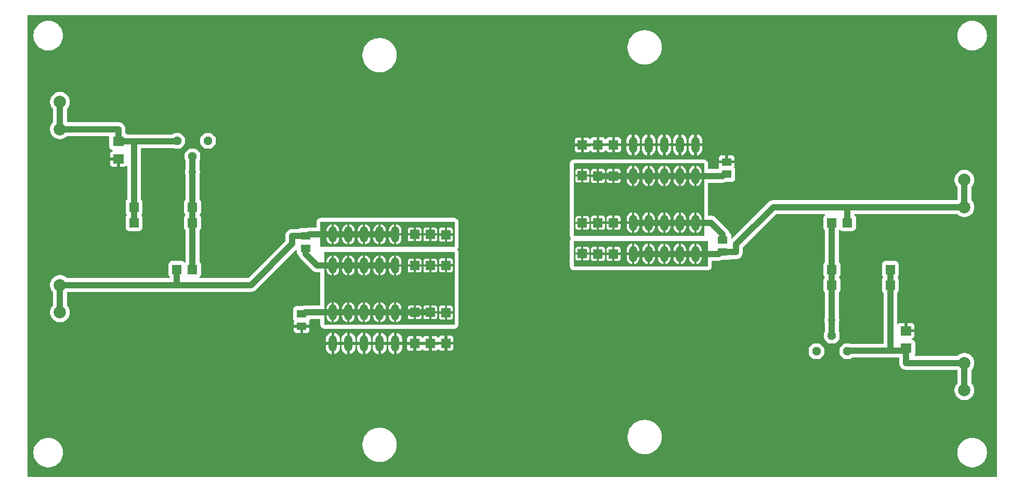
<source format=gbr>
%TF.GenerationSoftware,KiCad,Pcbnew,9.0.3*%
%TF.CreationDate,2025-07-30T15:06:46-04:00*%
%TF.ProjectId,blackboxvDualv4,626c6163-6b62-46f7-9876-4475616c7634,rev?*%
%TF.SameCoordinates,Original*%
%TF.FileFunction,Copper,L1,Top*%
%TF.FilePolarity,Positive*%
%FSLAX46Y46*%
G04 Gerber Fmt 4.6, Leading zero omitted, Abs format (unit mm)*
G04 Created by KiCad (PCBNEW 9.0.3) date 2025-07-30 15:06:46*
%MOMM*%
%LPD*%
G01*
G04 APERTURE LIST*
G04 Aperture macros list*
%AMOutline5P*
0 Free polygon, 5 corners , with rotation*
0 The origin of the aperture is its center*
0 number of corners: always 5*
0 $1 to $10 corner X, Y*
0 $11 Rotation angle, in degrees counterclockwise*
0 create outline with 5 corners*
4,1,5,$1,$2,$3,$4,$5,$6,$7,$8,$9,$10,$1,$2,$11*%
%AMOutline6P*
0 Free polygon, 6 corners , with rotation*
0 The origin of the aperture is its center*
0 number of corners: always 6*
0 $1 to $12 corner X, Y*
0 $13 Rotation angle, in degrees counterclockwise*
0 create outline with 6 corners*
4,1,6,$1,$2,$3,$4,$5,$6,$7,$8,$9,$10,$11,$12,$1,$2,$13*%
%AMOutline7P*
0 Free polygon, 7 corners , with rotation*
0 The origin of the aperture is its center*
0 number of corners: always 7*
0 $1 to $14 corner X, Y*
0 $15 Rotation angle, in degrees counterclockwise*
0 create outline with 7 corners*
4,1,7,$1,$2,$3,$4,$5,$6,$7,$8,$9,$10,$11,$12,$13,$14,$1,$2,$15*%
%AMOutline8P*
0 Free polygon, 8 corners , with rotation*
0 The origin of the aperture is its center*
0 number of corners: always 8*
0 $1 to $16 corner X, Y*
0 $17 Rotation angle, in degrees counterclockwise*
0 create outline with 8 corners*
4,1,8,$1,$2,$3,$4,$5,$6,$7,$8,$9,$10,$11,$12,$13,$14,$15,$16,$1,$2,$17*%
G04 Aperture macros list end*
%TA.AperFunction,ComponentPad*%
%ADD10R,1.524000X1.524000*%
%TD*%
%TA.AperFunction,ComponentPad*%
%ADD11O,1.320800X2.641600*%
%TD*%
%TA.AperFunction,SMDPad,CuDef*%
%ADD12R,1.600000X1.300000*%
%TD*%
%TA.AperFunction,ComponentPad*%
%ADD13Outline8P,-0.660400X0.273547X-0.273547X0.660400X0.273547X0.660400X0.660400X0.273547X0.660400X-0.273547X0.273547X-0.660400X-0.273547X-0.660400X-0.660400X-0.273547X180.000000*%
%TD*%
%TA.AperFunction,SMDPad,CuDef*%
%ADD14R,1.803000X1.600000*%
%TD*%
%TA.AperFunction,ComponentPad*%
%ADD15Outline8P,-0.660400X0.273547X-0.273547X0.660400X0.273547X0.660400X0.660400X0.273547X0.660400X-0.273547X0.273547X-0.660400X-0.273547X-0.660400X-0.660400X-0.273547X0.000000*%
%TD*%
%TA.AperFunction,ViaPad*%
%ADD16C,2.006600*%
%TD*%
%TA.AperFunction,ViaPad*%
%ADD17C,1.168400*%
%TD*%
%TA.AperFunction,ViaPad*%
%ADD18C,1.219200*%
%TD*%
%TA.AperFunction,Conductor*%
%ADD19C,1.016000*%
%TD*%
G04 APERTURE END LIST*
D10*
%TO.P,JP9,1*%
%TO.N,VX2*%
X162445600Y-101188600D03*
%TO.P,JP9,2*%
X164985600Y-101188600D03*
%TD*%
D11*
%TO.P,SW1,1*%
%TO.N,VOUT*%
X129425600Y-103093600D03*
%TO.P,SW1,2*%
X126885600Y-103093600D03*
%TO.P,SW1,3*%
X124345600Y-103093600D03*
%TO.P,SW1,4*%
X121805600Y-103093600D03*
%TO.P,SW1,5*%
X119265600Y-103093600D03*
%TO.P,SW1,6*%
%TO.N,N$6*%
X119265600Y-108173600D03*
%TO.P,SW1,7*%
X121805600Y-108173600D03*
%TO.P,SW1,8*%
X124345600Y-108173600D03*
%TO.P,SW1,9*%
X126885600Y-108173600D03*
%TO.P,SW1,10*%
X129425600Y-108173600D03*
%TD*%
%TO.P,SW3,1*%
%TO.N,VOUT2*%
X168160600Y-106268600D03*
%TO.P,SW3,2*%
X170700600Y-106268600D03*
%TO.P,SW3,3*%
X173240600Y-106268600D03*
%TO.P,SW3,4*%
X175780600Y-106268600D03*
%TO.P,SW3,5*%
X178320600Y-106268600D03*
%TO.P,SW3,6*%
%TO.N,VX2*%
X178320600Y-101188600D03*
%TO.P,SW3,7*%
X175780600Y-101188600D03*
%TO.P,SW3,8*%
X173240600Y-101188600D03*
%TO.P,SW3,9*%
X170700600Y-101188600D03*
%TO.P,SW3,10*%
X168160600Y-101188600D03*
%TD*%
D12*
%TO.P,C2,1*%
%TO.N,N$6*%
X114185600Y-116063600D03*
%TO.P,C2,2*%
%TO.N,GND*%
X114185600Y-118063600D03*
%TD*%
D10*
%TO.P,JP11,1*%
%TO.N,N$6*%
X132600600Y-115793600D03*
%TO.P,JP11,2*%
X135140600Y-115793600D03*
%TD*%
D13*
%TO.P,R4,A*%
%TO.N,N/C*%
X198031000Y-122143600D03*
%TO.P,R4,E*%
%TO.N,VIN2*%
X203060200Y-122143600D03*
%TO.P,R4,S*%
%TO.N,VP2*%
X200545600Y-119603600D03*
%TD*%
D10*
%TO.P,L4,1*%
%TO.N,VOUT2*%
X159905600Y-106228600D03*
%TO.P,L4,2*%
%TO.N,VX2*%
X159905600Y-101228600D03*
%TD*%
D11*
%TO.P,SW2,1*%
%TO.N,GND*%
X119265600Y-120873600D03*
%TO.P,SW2,2*%
X121805600Y-120873600D03*
%TO.P,SW2,3*%
X124345600Y-120873600D03*
%TO.P,SW2,4*%
X126885600Y-120873600D03*
%TO.P,SW2,5*%
X129425600Y-120873600D03*
%TO.P,SW2,6*%
%TO.N,N$6*%
X129425600Y-115793600D03*
%TO.P,SW2,7*%
X126885600Y-115793600D03*
%TO.P,SW2,8*%
X124345600Y-115793600D03*
%TO.P,SW2,9*%
X121805600Y-115793600D03*
%TO.P,SW2,10*%
X119265600Y-115793600D03*
%TD*%
D10*
%TO.P,JP2,1*%
%TO.N,VIN*%
X86880600Y-101188600D03*
%TO.P,JP2,2*%
X86880600Y-98648600D03*
%TD*%
D12*
%TO.P,C1,1*%
%TO.N,VOUT*%
X114820600Y-103363600D03*
%TO.P,C1,2*%
%TO.N,N$6*%
X114820600Y-105363600D03*
%TD*%
D10*
%TO.P,JP8,1*%
%TO.N,N$6*%
X132600600Y-108173600D03*
%TO.P,JP8,2*%
X135140600Y-108173600D03*
%TD*%
%TO.P,JP6,1*%
%TO.N,VP2*%
X200545600Y-111348600D03*
%TO.P,JP6,2*%
X200545600Y-108808600D03*
%TD*%
%TO.P,JP1,1*%
%TO.N,VP2*%
X200545600Y-101188600D03*
%TO.P,JP1,2*%
%TO.N,VOUT2*%
X203085600Y-101188600D03*
%TD*%
D12*
%TO.P,C4,1*%
%TO.N,VX2*%
X183400600Y-93298600D03*
%TO.P,C4,2*%
%TO.N,GND*%
X183400600Y-91298600D03*
%TD*%
%TO.P,C3,1*%
%TO.N,VOUT2*%
X182765600Y-105998600D03*
%TO.P,C3,2*%
%TO.N,VX2*%
X182765600Y-103998600D03*
%TD*%
D10*
%TO.P,JP4,1*%
%TO.N,N$2*%
X96405600Y-98648600D03*
%TO.P,JP4,2*%
X96405600Y-101188600D03*
%TD*%
D14*
%TO.P,R1,1*%
%TO.N,GND*%
X84340600Y-90799600D03*
%TO.P,R1,2*%
%TO.N,VIN*%
X84340600Y-87955600D03*
%TD*%
D10*
%TO.P,L2,1*%
%TO.N,VOUT*%
X137680600Y-103133600D03*
%TO.P,L2,2*%
%TO.N,N$6*%
X137680600Y-108133600D03*
%TD*%
D15*
%TO.P,R3,A*%
%TO.N,N/C*%
X98920200Y-87853600D03*
%TO.P,R3,E*%
%TO.N,VIN*%
X93891000Y-87853600D03*
%TO.P,R3,S*%
%TO.N,N$2*%
X96405600Y-90393600D03*
%TD*%
D10*
%TO.P,JP10,1*%
%TO.N,VOUT2*%
X162445600Y-106268600D03*
%TO.P,JP10,2*%
X164985600Y-106268600D03*
%TD*%
%TO.P,JP13,1*%
%TO.N,VX2*%
X162445600Y-93568600D03*
%TO.P,JP13,2*%
X164985600Y-93568600D03*
%TD*%
%TO.P,JP3,1*%
%TO.N,N$2*%
X96405600Y-108808600D03*
%TO.P,JP3,2*%
%TO.N,VOUT*%
X93865600Y-108808600D03*
%TD*%
%TO.P,JP12,1*%
%TO.N,GND*%
X132600600Y-120873600D03*
%TO.P,JP12,2*%
X135140600Y-120873600D03*
%TD*%
%TO.P,L1,1*%
%TO.N,N$6*%
X137680600Y-115833600D03*
%TO.P,L1,2*%
%TO.N,GND*%
X137680600Y-120833600D03*
%TD*%
%TO.P,JP5,1*%
%TO.N,VIN2*%
X210070600Y-108808600D03*
%TO.P,JP5,2*%
X210070600Y-111348600D03*
%TD*%
%TO.P,L3,1*%
%TO.N,VX2*%
X159905600Y-93528600D03*
%TO.P,L3,2*%
%TO.N,GND*%
X159905600Y-88528600D03*
%TD*%
%TO.P,JP7,1*%
%TO.N,VOUT*%
X132600600Y-103093600D03*
%TO.P,JP7,2*%
X135140600Y-103093600D03*
%TD*%
%TO.P,JP14,1*%
%TO.N,GND*%
X162445600Y-88488600D03*
%TO.P,JP14,2*%
X164985600Y-88488600D03*
%TD*%
D14*
%TO.P,R2,1*%
%TO.N,GND*%
X212610600Y-118816600D03*
%TO.P,R2,2*%
%TO.N,VIN2*%
X212610600Y-121660600D03*
%TD*%
D11*
%TO.P,SW4,1*%
%TO.N,GND*%
X178320600Y-88488600D03*
%TO.P,SW4,2*%
X175780600Y-88488600D03*
%TO.P,SW4,3*%
X173240600Y-88488600D03*
%TO.P,SW4,4*%
X170700600Y-88488600D03*
%TO.P,SW4,5*%
X168160600Y-88488600D03*
%TO.P,SW4,6*%
%TO.N,VX2*%
X168160600Y-93568600D03*
%TO.P,SW4,7*%
X170700600Y-93568600D03*
%TO.P,SW4,8*%
X173240600Y-93568600D03*
%TO.P,SW4,9*%
X175780600Y-93568600D03*
%TO.P,SW4,10*%
X178320600Y-93568600D03*
%TD*%
D16*
%TO.N,VIN*%
X74815600Y-81503600D03*
X74815600Y-85948600D03*
D17*
%TO.N,GND*%
X202704600Y-105125600D03*
X105041600Y-109189600D03*
D16*
X74815600Y-123413600D03*
X222135600Y-111983600D03*
D17*
X182003600Y-108427600D03*
D16*
X199275600Y-70708600D03*
X74815600Y-93568600D03*
X91960600Y-139288600D03*
X74815600Y-104998600D03*
D17*
X194449600Y-100807600D03*
X181368600Y-95727600D03*
D16*
X74815600Y-98013600D03*
D18*
X96405600Y-87853600D03*
D16*
X97675600Y-139288600D03*
D17*
X140728600Y-113380600D03*
D18*
X93865600Y-90393600D03*
D17*
X184543600Y-102077600D03*
D16*
X222135600Y-116428600D03*
D17*
X156857600Y-98648600D03*
X102501600Y-113507600D03*
D16*
X222135600Y-86583600D03*
D17*
X105041600Y-113507600D03*
X191909600Y-96489600D03*
X116217600Y-110332600D03*
D18*
X96405600Y-82773600D03*
D16*
X204990600Y-70708600D03*
D17*
X98564600Y-104871600D03*
X116217600Y-113634600D03*
X194449600Y-96489600D03*
D18*
X200545600Y-127223600D03*
X203085600Y-119603600D03*
D17*
X102501600Y-109189600D03*
X115582600Y-100934600D03*
D18*
X200545600Y-122143600D03*
D16*
X74815600Y-127858600D03*
X222135600Y-82138600D03*
D17*
X113042600Y-107284600D03*
X191909600Y-100807600D03*
X140728600Y-110713600D03*
X181368600Y-99029600D03*
X198386600Y-105125600D03*
D16*
X222135600Y-104998600D03*
D17*
X156857600Y-95981600D03*
X94246600Y-104871600D03*
D16*
%TO.N,VOUT*%
X74815600Y-115793600D03*
X74815600Y-111348600D03*
D18*
%TO.N,N$2*%
X96405600Y-92933600D03*
%TO.N,VP2*%
X200545600Y-117063600D03*
D16*
%TO.N,VIN2*%
X222135600Y-128493600D03*
X222135600Y-124048600D03*
%TO.N,VOUT2*%
X222135600Y-94203600D03*
X222135600Y-98648600D03*
%TD*%
D19*
%TO.N,VIN*%
X84340600Y-85948600D02*
X84340600Y-87955600D01*
X86880600Y-98648600D02*
X86880600Y-87955600D01*
X84340600Y-87955600D02*
X86880600Y-87955600D01*
X93891000Y-87955600D02*
X93891000Y-87853600D01*
X74815600Y-85948600D02*
X84340600Y-85948600D01*
X74815600Y-81503600D02*
X74815600Y-85948600D01*
X86880600Y-87955600D02*
X93891000Y-87955600D01*
X86880600Y-101188600D02*
X86880600Y-98648600D01*
%TO.N,VOUT*%
X105930600Y-111348600D02*
X93865600Y-111348600D01*
X121805600Y-103093600D02*
X124345600Y-103093600D01*
X126885600Y-103093600D02*
X129425600Y-103093600D01*
X114820600Y-103363600D02*
X112645600Y-103363600D01*
X115185600Y-103363600D02*
X115455600Y-103093600D01*
X119265600Y-103093600D02*
X121805600Y-103093600D01*
X114820600Y-103363600D02*
X115185600Y-103363600D01*
X112645600Y-104633600D02*
X105930600Y-111348600D01*
X74815600Y-111348600D02*
X93865600Y-111348600D01*
X124345600Y-103093600D02*
X126885600Y-103093600D01*
X115455600Y-103093600D02*
X119265600Y-103093600D01*
X74815600Y-115793600D02*
X74815600Y-111348600D01*
X93865600Y-111348600D02*
X93865600Y-108808600D01*
X112645600Y-103363600D02*
X112645600Y-104633600D01*
%TO.N,N$2*%
X96405600Y-90393600D02*
X96405600Y-92933600D01*
X96405600Y-92933600D02*
X96405600Y-98648600D01*
X96405600Y-101188600D02*
X96405600Y-98648600D01*
X96405600Y-108808600D02*
X96405600Y-101188600D01*
%TO.N,N$6*%
X116725600Y-108173600D02*
X119265600Y-108173600D01*
X114550600Y-116063600D02*
X114820600Y-115793600D01*
X126885600Y-108173600D02*
X129425600Y-108173600D01*
X121805600Y-108173600D02*
X124345600Y-108173600D01*
X114820600Y-105363600D02*
X114820600Y-106268600D01*
X118995600Y-107903600D02*
X119265600Y-108173600D01*
X119265600Y-108173600D02*
X121805600Y-108173600D01*
X114820600Y-106268600D02*
X116725600Y-108173600D01*
X118995600Y-116063600D02*
X119265600Y-115793600D01*
X114820600Y-115793600D02*
X135140600Y-115793600D01*
X114185600Y-116063600D02*
X114550600Y-116063600D01*
X124345600Y-108173600D02*
X126885600Y-108173600D01*
%TO.N,VP2*%
X200545600Y-119603600D02*
X200545600Y-117063600D01*
X200545600Y-117063600D02*
X200545600Y-101188600D01*
%TO.N,VX2*%
X182765600Y-103998600D02*
X182765600Y-103093600D01*
X178590600Y-93298600D02*
X178320600Y-93568600D01*
X178590600Y-101458600D02*
X178320600Y-101188600D01*
X183035600Y-93298600D02*
X182765600Y-93568600D01*
X178320600Y-101188600D02*
X168160600Y-101188600D01*
X182765600Y-103093600D02*
X180860600Y-101188600D01*
X183400600Y-93298600D02*
X183035600Y-93298600D01*
X182765600Y-93568600D02*
X162445600Y-93568600D01*
X180860600Y-101188600D02*
X178320600Y-101188600D01*
%TO.N,VIN2*%
X222135600Y-124048600D02*
X212610600Y-124048600D01*
X203060200Y-122041600D02*
X203060200Y-122143600D01*
X210070600Y-122041600D02*
X203060200Y-122041600D01*
X212610600Y-124048600D02*
X212610600Y-122041600D01*
X210070600Y-108808600D02*
X210070600Y-122041600D01*
X222135600Y-128493600D02*
X222135600Y-124048600D01*
X212610600Y-122041600D02*
X210070600Y-122041600D01*
%TO.N,VOUT2*%
X222135600Y-98648600D02*
X203085600Y-98648600D01*
X184940600Y-105998600D02*
X184940600Y-104728600D01*
X182400600Y-105998600D02*
X184940600Y-105998600D01*
X184940600Y-104728600D02*
X191020600Y-98648600D01*
X203085600Y-98648600D02*
X203085600Y-101188600D01*
X191020600Y-98648600D02*
X203085600Y-98648600D01*
X182400600Y-105998600D02*
X182130600Y-106268600D01*
X182130600Y-106268600D02*
X168160600Y-106268600D01*
X222135600Y-94203600D02*
X222135600Y-98648600D01*
%TD*%
%TA.AperFunction,Conductor*%
%TO.N,VOUT*%
G36*
X139076138Y-101053793D02*
G01*
X139101858Y-101098342D01*
X139103000Y-101111400D01*
X139103000Y-105075800D01*
X139085407Y-105124138D01*
X139040858Y-105149858D01*
X139027800Y-105151000D01*
X117283400Y-105151000D01*
X117235062Y-105133407D01*
X117209342Y-105088858D01*
X117208200Y-105075800D01*
X117208200Y-102333210D01*
X118250400Y-102333210D01*
X118250400Y-102916200D01*
X118898751Y-102916200D01*
X118886895Y-102936735D01*
X118859200Y-103040096D01*
X118859200Y-103147104D01*
X118886895Y-103250465D01*
X118898751Y-103271000D01*
X118250400Y-103271000D01*
X118250400Y-103853989D01*
X118289413Y-104050119D01*
X118289414Y-104050122D01*
X118365941Y-104234875D01*
X118477045Y-104401154D01*
X118477047Y-104401157D01*
X118618442Y-104542552D01*
X118618445Y-104542554D01*
X118784724Y-104653658D01*
X118969477Y-104730185D01*
X118969479Y-104730186D01*
X119088199Y-104753801D01*
X119088200Y-104753801D01*
X119088200Y-103460449D01*
X119108735Y-103472305D01*
X119212096Y-103500000D01*
X119319104Y-103500000D01*
X119422465Y-103472305D01*
X119443000Y-103460449D01*
X119443000Y-104753801D01*
X119561720Y-104730186D01*
X119561722Y-104730185D01*
X119746475Y-104653658D01*
X119912754Y-104542554D01*
X119912757Y-104542552D01*
X120054152Y-104401157D01*
X120054154Y-104401154D01*
X120165258Y-104234875D01*
X120241785Y-104050122D01*
X120241786Y-104050119D01*
X120280800Y-103853989D01*
X120280800Y-103271000D01*
X119632449Y-103271000D01*
X119644305Y-103250465D01*
X119672000Y-103147104D01*
X119672000Y-103040096D01*
X119644305Y-102936735D01*
X119632449Y-102916200D01*
X120280800Y-102916200D01*
X120280800Y-102333210D01*
X120790400Y-102333210D01*
X120790400Y-102916200D01*
X121438751Y-102916200D01*
X121426895Y-102936735D01*
X121399200Y-103040096D01*
X121399200Y-103147104D01*
X121426895Y-103250465D01*
X121438751Y-103271000D01*
X120790400Y-103271000D01*
X120790400Y-103853989D01*
X120829413Y-104050119D01*
X120829414Y-104050122D01*
X120905941Y-104234875D01*
X121017045Y-104401154D01*
X121017047Y-104401157D01*
X121158442Y-104542552D01*
X121158445Y-104542554D01*
X121324724Y-104653658D01*
X121509477Y-104730185D01*
X121509479Y-104730186D01*
X121628200Y-104753801D01*
X121628200Y-103460449D01*
X121648735Y-103472305D01*
X121752096Y-103500000D01*
X121859104Y-103500000D01*
X121962465Y-103472305D01*
X121983000Y-103460449D01*
X121983000Y-104753801D01*
X122101720Y-104730186D01*
X122101722Y-104730185D01*
X122286475Y-104653658D01*
X122452754Y-104542554D01*
X122452757Y-104542552D01*
X122594152Y-104401157D01*
X122594154Y-104401154D01*
X122705258Y-104234875D01*
X122781785Y-104050122D01*
X122781786Y-104050119D01*
X122820800Y-103853989D01*
X122820800Y-103271000D01*
X122172449Y-103271000D01*
X122184305Y-103250465D01*
X122212000Y-103147104D01*
X122212000Y-103040096D01*
X122184305Y-102936735D01*
X122172449Y-102916200D01*
X122820800Y-102916200D01*
X122820800Y-102333210D01*
X123330400Y-102333210D01*
X123330400Y-102916200D01*
X123978751Y-102916200D01*
X123966895Y-102936735D01*
X123939200Y-103040096D01*
X123939200Y-103147104D01*
X123966895Y-103250465D01*
X123978751Y-103271000D01*
X123330400Y-103271000D01*
X123330400Y-103853989D01*
X123369413Y-104050119D01*
X123369414Y-104050122D01*
X123445941Y-104234875D01*
X123557045Y-104401154D01*
X123557047Y-104401157D01*
X123698442Y-104542552D01*
X123698445Y-104542554D01*
X123864724Y-104653658D01*
X124049477Y-104730185D01*
X124049479Y-104730186D01*
X124168200Y-104753801D01*
X124168200Y-103460449D01*
X124188735Y-103472305D01*
X124292096Y-103500000D01*
X124399104Y-103500000D01*
X124502465Y-103472305D01*
X124523000Y-103460449D01*
X124523000Y-104753801D01*
X124641720Y-104730186D01*
X124641722Y-104730185D01*
X124826475Y-104653658D01*
X124992754Y-104542554D01*
X124992757Y-104542552D01*
X125134152Y-104401157D01*
X125134154Y-104401154D01*
X125245258Y-104234875D01*
X125321785Y-104050122D01*
X125321786Y-104050119D01*
X125360800Y-103853989D01*
X125360800Y-103271000D01*
X124712449Y-103271000D01*
X124724305Y-103250465D01*
X124752000Y-103147104D01*
X124752000Y-103040096D01*
X124724305Y-102936735D01*
X124712449Y-102916200D01*
X125360800Y-102916200D01*
X125360800Y-102333210D01*
X125870400Y-102333210D01*
X125870400Y-102916200D01*
X126518751Y-102916200D01*
X126506895Y-102936735D01*
X126479200Y-103040096D01*
X126479200Y-103147104D01*
X126506895Y-103250465D01*
X126518751Y-103271000D01*
X125870400Y-103271000D01*
X125870400Y-103853989D01*
X125909413Y-104050119D01*
X125909414Y-104050122D01*
X125985941Y-104234875D01*
X126097045Y-104401154D01*
X126097047Y-104401157D01*
X126238442Y-104542552D01*
X126238445Y-104542554D01*
X126404724Y-104653658D01*
X126589477Y-104730185D01*
X126589479Y-104730186D01*
X126708200Y-104753801D01*
X126708200Y-103460449D01*
X126728735Y-103472305D01*
X126832096Y-103500000D01*
X126939104Y-103500000D01*
X127042465Y-103472305D01*
X127063000Y-103460449D01*
X127063000Y-104753801D01*
X127181720Y-104730186D01*
X127181722Y-104730185D01*
X127366475Y-104653658D01*
X127532754Y-104542554D01*
X127532757Y-104542552D01*
X127674152Y-104401157D01*
X127674154Y-104401154D01*
X127785258Y-104234875D01*
X127861785Y-104050122D01*
X127861786Y-104050119D01*
X127900800Y-103853989D01*
X127900800Y-103271000D01*
X127252449Y-103271000D01*
X127264305Y-103250465D01*
X127292000Y-103147104D01*
X127292000Y-103040096D01*
X127264305Y-102936735D01*
X127252449Y-102916200D01*
X127900800Y-102916200D01*
X127900800Y-102333210D01*
X128410400Y-102333210D01*
X128410400Y-102916200D01*
X129058751Y-102916200D01*
X129046895Y-102936735D01*
X129019200Y-103040096D01*
X129019200Y-103147104D01*
X129046895Y-103250465D01*
X129058751Y-103271000D01*
X128410400Y-103271000D01*
X128410400Y-103853989D01*
X128449413Y-104050119D01*
X128449414Y-104050122D01*
X128525941Y-104234875D01*
X128637045Y-104401154D01*
X128637047Y-104401157D01*
X128778442Y-104542552D01*
X128778445Y-104542554D01*
X128944724Y-104653658D01*
X129129477Y-104730185D01*
X129129479Y-104730186D01*
X129248199Y-104753801D01*
X129248200Y-104753801D01*
X129248200Y-103460449D01*
X129268735Y-103472305D01*
X129372096Y-103500000D01*
X129479104Y-103500000D01*
X129582465Y-103472305D01*
X129603000Y-103460449D01*
X129603000Y-104753801D01*
X129721720Y-104730186D01*
X129721722Y-104730185D01*
X129906475Y-104653658D01*
X130072754Y-104542554D01*
X130072757Y-104542552D01*
X130214152Y-104401157D01*
X130214154Y-104401154D01*
X130325258Y-104234875D01*
X130401785Y-104050122D01*
X130401786Y-104050119D01*
X130440800Y-103853989D01*
X130440800Y-103271000D01*
X129792449Y-103271000D01*
X129804305Y-103250465D01*
X129832000Y-103147104D01*
X129832000Y-103040096D01*
X129804305Y-102936735D01*
X129792449Y-102916200D01*
X130440800Y-102916200D01*
X130440800Y-102333210D01*
X130436159Y-102309878D01*
X130433780Y-102297919D01*
X131483800Y-102297919D01*
X131483800Y-102916200D01*
X132148510Y-102916200D01*
X132118000Y-103030065D01*
X132118000Y-103157135D01*
X132148510Y-103271000D01*
X131483800Y-103271000D01*
X131483800Y-103889280D01*
X131493848Y-103958237D01*
X131545855Y-104064619D01*
X131629580Y-104148344D01*
X131735963Y-104200351D01*
X131735962Y-104200351D01*
X131804919Y-104210399D01*
X131804930Y-104210400D01*
X132423200Y-104210400D01*
X132423200Y-103545689D01*
X132537065Y-103576200D01*
X132664135Y-103576200D01*
X132778000Y-103545689D01*
X132778000Y-104210400D01*
X133396270Y-104210400D01*
X133396280Y-104210399D01*
X133465237Y-104200351D01*
X133571619Y-104148344D01*
X133655344Y-104064619D01*
X133707351Y-103958237D01*
X133717399Y-103889280D01*
X133717400Y-103889270D01*
X133717400Y-103271000D01*
X133052690Y-103271000D01*
X133083200Y-103157135D01*
X133083200Y-103030065D01*
X133052690Y-102916200D01*
X133717400Y-102916200D01*
X133717400Y-102297929D01*
X133717399Y-102297919D01*
X134023800Y-102297919D01*
X134023800Y-102916200D01*
X134688510Y-102916200D01*
X134658000Y-103030065D01*
X134658000Y-103157135D01*
X134688510Y-103271000D01*
X134023800Y-103271000D01*
X134023800Y-103889280D01*
X134033848Y-103958237D01*
X134085855Y-104064619D01*
X134169580Y-104148344D01*
X134275963Y-104200351D01*
X134275962Y-104200351D01*
X134344919Y-104210399D01*
X134344930Y-104210400D01*
X134963200Y-104210400D01*
X134963200Y-103545689D01*
X135077065Y-103576200D01*
X135204135Y-103576200D01*
X135318000Y-103545689D01*
X135318000Y-104210400D01*
X135936270Y-104210400D01*
X135936280Y-104210399D01*
X136005237Y-104200351D01*
X136111619Y-104148344D01*
X136195344Y-104064619D01*
X136247351Y-103958237D01*
X136257399Y-103889280D01*
X136257400Y-103889270D01*
X136257400Y-103271000D01*
X135592690Y-103271000D01*
X135623200Y-103157135D01*
X135623200Y-103030065D01*
X135592690Y-102916200D01*
X136257400Y-102916200D01*
X136257400Y-102337919D01*
X136563800Y-102337919D01*
X136563800Y-102956200D01*
X137263407Y-102956200D01*
X137261267Y-102959906D01*
X137230600Y-103074356D01*
X137230600Y-103192844D01*
X137261267Y-103307294D01*
X137263407Y-103311000D01*
X136563800Y-103311000D01*
X136563800Y-103929280D01*
X136573848Y-103998237D01*
X136625855Y-104104619D01*
X136709580Y-104188344D01*
X136815963Y-104240351D01*
X136815962Y-104240351D01*
X136884919Y-104250399D01*
X136884930Y-104250400D01*
X137503200Y-104250400D01*
X137503200Y-103550793D01*
X137506906Y-103552933D01*
X137621356Y-103583600D01*
X137739844Y-103583600D01*
X137854294Y-103552933D01*
X137858000Y-103550793D01*
X137858000Y-104250400D01*
X138476270Y-104250400D01*
X138476280Y-104250399D01*
X138545237Y-104240351D01*
X138651619Y-104188344D01*
X138735344Y-104104619D01*
X138787351Y-103998237D01*
X138797399Y-103929280D01*
X138797400Y-103929270D01*
X138797400Y-103311000D01*
X138097793Y-103311000D01*
X138099933Y-103307294D01*
X138130600Y-103192844D01*
X138130600Y-103074356D01*
X138099933Y-102959906D01*
X138097793Y-102956200D01*
X138797400Y-102956200D01*
X138797400Y-102337929D01*
X138797399Y-102337919D01*
X138787351Y-102268962D01*
X138735344Y-102162580D01*
X138651619Y-102078855D01*
X138545236Y-102026848D01*
X138545237Y-102026848D01*
X138476280Y-102016800D01*
X137858000Y-102016800D01*
X137858000Y-102716406D01*
X137854294Y-102714267D01*
X137739844Y-102683600D01*
X137621356Y-102683600D01*
X137506906Y-102714267D01*
X137503200Y-102716406D01*
X137503200Y-102016800D01*
X136884919Y-102016800D01*
X136815962Y-102026848D01*
X136709580Y-102078855D01*
X136625855Y-102162580D01*
X136573848Y-102268962D01*
X136563800Y-102337919D01*
X136257400Y-102337919D01*
X136257400Y-102297929D01*
X136257399Y-102297919D01*
X136247351Y-102228962D01*
X136195344Y-102122580D01*
X136111619Y-102038855D01*
X136005236Y-101986848D01*
X136005237Y-101986848D01*
X135936280Y-101976800D01*
X135318000Y-101976800D01*
X135318000Y-102641510D01*
X135204135Y-102611000D01*
X135077065Y-102611000D01*
X134963200Y-102641510D01*
X134963200Y-101976800D01*
X134344919Y-101976800D01*
X134275962Y-101986848D01*
X134169580Y-102038855D01*
X134085855Y-102122580D01*
X134033848Y-102228962D01*
X134023800Y-102297919D01*
X133717399Y-102297919D01*
X133707351Y-102228962D01*
X133655344Y-102122580D01*
X133571619Y-102038855D01*
X133465236Y-101986848D01*
X133465237Y-101986848D01*
X133396280Y-101976800D01*
X132778000Y-101976800D01*
X132778000Y-102641510D01*
X132664135Y-102611000D01*
X132537065Y-102611000D01*
X132423200Y-102641510D01*
X132423200Y-101976800D01*
X131804919Y-101976800D01*
X131735962Y-101986848D01*
X131629580Y-102038855D01*
X131545855Y-102122580D01*
X131493848Y-102228962D01*
X131483800Y-102297919D01*
X130433780Y-102297919D01*
X130401786Y-102137080D01*
X130401785Y-102137077D01*
X130325258Y-101952324D01*
X130214154Y-101786045D01*
X130214152Y-101786042D01*
X130072757Y-101644647D01*
X130072754Y-101644645D01*
X129906475Y-101533541D01*
X129721722Y-101457014D01*
X129721719Y-101457013D01*
X129603000Y-101433398D01*
X129603000Y-102726750D01*
X129582465Y-102714895D01*
X129479104Y-102687200D01*
X129372096Y-102687200D01*
X129268735Y-102714895D01*
X129248200Y-102726750D01*
X129248200Y-101433398D01*
X129129480Y-101457013D01*
X129129477Y-101457014D01*
X128944724Y-101533541D01*
X128778445Y-101644645D01*
X128778442Y-101644647D01*
X128637047Y-101786042D01*
X128637045Y-101786045D01*
X128525941Y-101952324D01*
X128449414Y-102137077D01*
X128449413Y-102137080D01*
X128410400Y-102333210D01*
X127900800Y-102333210D01*
X127861786Y-102137080D01*
X127861785Y-102137077D01*
X127785258Y-101952324D01*
X127674154Y-101786045D01*
X127674152Y-101786042D01*
X127532757Y-101644647D01*
X127532754Y-101644645D01*
X127366475Y-101533541D01*
X127181722Y-101457014D01*
X127181719Y-101457013D01*
X127063000Y-101433398D01*
X127063000Y-102726750D01*
X127042465Y-102714895D01*
X126939104Y-102687200D01*
X126832096Y-102687200D01*
X126728735Y-102714895D01*
X126708200Y-102726750D01*
X126708200Y-101433398D01*
X126589480Y-101457013D01*
X126589477Y-101457014D01*
X126404724Y-101533541D01*
X126238445Y-101644645D01*
X126238442Y-101644647D01*
X126097047Y-101786042D01*
X126097045Y-101786045D01*
X125985941Y-101952324D01*
X125909414Y-102137077D01*
X125909413Y-102137080D01*
X125870400Y-102333210D01*
X125360800Y-102333210D01*
X125321786Y-102137080D01*
X125321785Y-102137077D01*
X125245258Y-101952324D01*
X125134154Y-101786045D01*
X125134152Y-101786042D01*
X124992757Y-101644647D01*
X124992754Y-101644645D01*
X124826475Y-101533541D01*
X124641722Y-101457014D01*
X124641719Y-101457013D01*
X124523000Y-101433398D01*
X124523000Y-102726750D01*
X124502465Y-102714895D01*
X124399104Y-102687200D01*
X124292096Y-102687200D01*
X124188735Y-102714895D01*
X124168200Y-102726750D01*
X124168200Y-101433398D01*
X124049480Y-101457013D01*
X124049477Y-101457014D01*
X123864724Y-101533541D01*
X123698445Y-101644645D01*
X123698442Y-101644647D01*
X123557047Y-101786042D01*
X123557045Y-101786045D01*
X123445941Y-101952324D01*
X123369414Y-102137077D01*
X123369413Y-102137080D01*
X123330400Y-102333210D01*
X122820800Y-102333210D01*
X122781786Y-102137080D01*
X122781785Y-102137077D01*
X122705258Y-101952324D01*
X122594154Y-101786045D01*
X122594152Y-101786042D01*
X122452757Y-101644647D01*
X122452754Y-101644645D01*
X122286475Y-101533541D01*
X122101722Y-101457014D01*
X122101719Y-101457013D01*
X121983000Y-101433398D01*
X121983000Y-102726750D01*
X121962465Y-102714895D01*
X121859104Y-102687200D01*
X121752096Y-102687200D01*
X121648735Y-102714895D01*
X121628200Y-102726750D01*
X121628200Y-101433398D01*
X121509480Y-101457013D01*
X121509477Y-101457014D01*
X121324724Y-101533541D01*
X121158445Y-101644645D01*
X121158442Y-101644647D01*
X121017047Y-101786042D01*
X121017045Y-101786045D01*
X120905941Y-101952324D01*
X120829414Y-102137077D01*
X120829413Y-102137080D01*
X120790400Y-102333210D01*
X120280800Y-102333210D01*
X120241786Y-102137080D01*
X120241785Y-102137077D01*
X120165258Y-101952324D01*
X120054154Y-101786045D01*
X120054152Y-101786042D01*
X119912757Y-101644647D01*
X119912754Y-101644645D01*
X119746475Y-101533541D01*
X119561722Y-101457014D01*
X119561719Y-101457013D01*
X119443000Y-101433398D01*
X119443000Y-102726750D01*
X119422465Y-102714895D01*
X119319104Y-102687200D01*
X119212096Y-102687200D01*
X119108735Y-102714895D01*
X119088200Y-102726750D01*
X119088200Y-101433398D01*
X118969480Y-101457013D01*
X118969477Y-101457014D01*
X118784724Y-101533541D01*
X118618445Y-101644645D01*
X118618442Y-101644647D01*
X118477047Y-101786042D01*
X118477045Y-101786045D01*
X118365941Y-101952324D01*
X118289414Y-102137077D01*
X118289413Y-102137080D01*
X118250400Y-102333210D01*
X117208200Y-102333210D01*
X117208200Y-101111400D01*
X117225793Y-101063062D01*
X117270342Y-101037342D01*
X117283400Y-101036200D01*
X139027800Y-101036200D01*
X139076138Y-101053793D01*
G37*
%TD.AperFunction*%
%TD*%
%TA.AperFunction,Conductor*%
%TO.N,N$6*%
G36*
X139076138Y-106006793D02*
G01*
X139101858Y-106051342D01*
X139103000Y-106064400D01*
X139103000Y-117775800D01*
X139085407Y-117824138D01*
X139040858Y-117849858D01*
X139027800Y-117851000D01*
X117918400Y-117851000D01*
X117870062Y-117833407D01*
X117844342Y-117788858D01*
X117843200Y-117775800D01*
X117843200Y-115033210D01*
X118250400Y-115033210D01*
X118250400Y-115616200D01*
X118898751Y-115616200D01*
X118886895Y-115636735D01*
X118859200Y-115740096D01*
X118859200Y-115847104D01*
X118886895Y-115950465D01*
X118898751Y-115971000D01*
X118250400Y-115971000D01*
X118250400Y-116553989D01*
X118289413Y-116750119D01*
X118289414Y-116750122D01*
X118365941Y-116934875D01*
X118477045Y-117101154D01*
X118477047Y-117101157D01*
X118618442Y-117242552D01*
X118618445Y-117242554D01*
X118784724Y-117353658D01*
X118969477Y-117430185D01*
X118969479Y-117430186D01*
X119088199Y-117453801D01*
X119088200Y-117453801D01*
X119088200Y-116160449D01*
X119108735Y-116172305D01*
X119212096Y-116200000D01*
X119319104Y-116200000D01*
X119422465Y-116172305D01*
X119443000Y-116160449D01*
X119443000Y-117453801D01*
X119561720Y-117430186D01*
X119561722Y-117430185D01*
X119746475Y-117353658D01*
X119912754Y-117242554D01*
X119912757Y-117242552D01*
X120054152Y-117101157D01*
X120054154Y-117101154D01*
X120165258Y-116934875D01*
X120241785Y-116750122D01*
X120241786Y-116750119D01*
X120280800Y-116553989D01*
X120280800Y-115971000D01*
X119632449Y-115971000D01*
X119644305Y-115950465D01*
X119672000Y-115847104D01*
X119672000Y-115740096D01*
X119644305Y-115636735D01*
X119632449Y-115616200D01*
X120280800Y-115616200D01*
X120280800Y-115033210D01*
X120790400Y-115033210D01*
X120790400Y-115616200D01*
X121438751Y-115616200D01*
X121426895Y-115636735D01*
X121399200Y-115740096D01*
X121399200Y-115847104D01*
X121426895Y-115950465D01*
X121438751Y-115971000D01*
X120790400Y-115971000D01*
X120790400Y-116553989D01*
X120829413Y-116750119D01*
X120829414Y-116750122D01*
X120905941Y-116934875D01*
X121017045Y-117101154D01*
X121017047Y-117101157D01*
X121158442Y-117242552D01*
X121158445Y-117242554D01*
X121324724Y-117353658D01*
X121509477Y-117430185D01*
X121509479Y-117430186D01*
X121628200Y-117453801D01*
X121628200Y-116160449D01*
X121648735Y-116172305D01*
X121752096Y-116200000D01*
X121859104Y-116200000D01*
X121962465Y-116172305D01*
X121983000Y-116160449D01*
X121983000Y-117453801D01*
X122101720Y-117430186D01*
X122101722Y-117430185D01*
X122286475Y-117353658D01*
X122452754Y-117242554D01*
X122452757Y-117242552D01*
X122594152Y-117101157D01*
X122594154Y-117101154D01*
X122705258Y-116934875D01*
X122781785Y-116750122D01*
X122781786Y-116750119D01*
X122820800Y-116553989D01*
X122820800Y-115971000D01*
X122172449Y-115971000D01*
X122184305Y-115950465D01*
X122212000Y-115847104D01*
X122212000Y-115740096D01*
X122184305Y-115636735D01*
X122172449Y-115616200D01*
X122820800Y-115616200D01*
X122820800Y-115033210D01*
X123330400Y-115033210D01*
X123330400Y-115616200D01*
X123978751Y-115616200D01*
X123966895Y-115636735D01*
X123939200Y-115740096D01*
X123939200Y-115847104D01*
X123966895Y-115950465D01*
X123978751Y-115971000D01*
X123330400Y-115971000D01*
X123330400Y-116553989D01*
X123369413Y-116750119D01*
X123369414Y-116750122D01*
X123445941Y-116934875D01*
X123557045Y-117101154D01*
X123557047Y-117101157D01*
X123698442Y-117242552D01*
X123698445Y-117242554D01*
X123864724Y-117353658D01*
X124049477Y-117430185D01*
X124049479Y-117430186D01*
X124168200Y-117453801D01*
X124168200Y-116160449D01*
X124188735Y-116172305D01*
X124292096Y-116200000D01*
X124399104Y-116200000D01*
X124502465Y-116172305D01*
X124523000Y-116160449D01*
X124523000Y-117453801D01*
X124641720Y-117430186D01*
X124641722Y-117430185D01*
X124826475Y-117353658D01*
X124992754Y-117242554D01*
X124992757Y-117242552D01*
X125134152Y-117101157D01*
X125134154Y-117101154D01*
X125245258Y-116934875D01*
X125321785Y-116750122D01*
X125321786Y-116750119D01*
X125360800Y-116553989D01*
X125360800Y-115971000D01*
X124712449Y-115971000D01*
X124724305Y-115950465D01*
X124752000Y-115847104D01*
X124752000Y-115740096D01*
X124724305Y-115636735D01*
X124712449Y-115616200D01*
X125360800Y-115616200D01*
X125360800Y-115033210D01*
X125870400Y-115033210D01*
X125870400Y-115616200D01*
X126518751Y-115616200D01*
X126506895Y-115636735D01*
X126479200Y-115740096D01*
X126479200Y-115847104D01*
X126506895Y-115950465D01*
X126518751Y-115971000D01*
X125870400Y-115971000D01*
X125870400Y-116553989D01*
X125909413Y-116750119D01*
X125909414Y-116750122D01*
X125985941Y-116934875D01*
X126097045Y-117101154D01*
X126097047Y-117101157D01*
X126238442Y-117242552D01*
X126238445Y-117242554D01*
X126404724Y-117353658D01*
X126589477Y-117430185D01*
X126589479Y-117430186D01*
X126708200Y-117453801D01*
X126708200Y-116160449D01*
X126728735Y-116172305D01*
X126832096Y-116200000D01*
X126939104Y-116200000D01*
X127042465Y-116172305D01*
X127063000Y-116160449D01*
X127063000Y-117453801D01*
X127181720Y-117430186D01*
X127181722Y-117430185D01*
X127366475Y-117353658D01*
X127532754Y-117242554D01*
X127532757Y-117242552D01*
X127674152Y-117101157D01*
X127674154Y-117101154D01*
X127785258Y-116934875D01*
X127861785Y-116750122D01*
X127861786Y-116750119D01*
X127900800Y-116553989D01*
X127900800Y-115971000D01*
X127252449Y-115971000D01*
X127264305Y-115950465D01*
X127292000Y-115847104D01*
X127292000Y-115740096D01*
X127264305Y-115636735D01*
X127252449Y-115616200D01*
X127900800Y-115616200D01*
X127900800Y-115033210D01*
X128410400Y-115033210D01*
X128410400Y-115616200D01*
X129058751Y-115616200D01*
X129046895Y-115636735D01*
X129019200Y-115740096D01*
X129019200Y-115847104D01*
X129046895Y-115950465D01*
X129058751Y-115971000D01*
X128410400Y-115971000D01*
X128410400Y-116553989D01*
X128449413Y-116750119D01*
X128449414Y-116750122D01*
X128525941Y-116934875D01*
X128637045Y-117101154D01*
X128637047Y-117101157D01*
X128778442Y-117242552D01*
X128778445Y-117242554D01*
X128944724Y-117353658D01*
X129129477Y-117430185D01*
X129129479Y-117430186D01*
X129248199Y-117453801D01*
X129248200Y-117453801D01*
X129248200Y-116160449D01*
X129268735Y-116172305D01*
X129372096Y-116200000D01*
X129479104Y-116200000D01*
X129582465Y-116172305D01*
X129603000Y-116160449D01*
X129603000Y-117453801D01*
X129721720Y-117430186D01*
X129721722Y-117430185D01*
X129906475Y-117353658D01*
X130072754Y-117242554D01*
X130072757Y-117242552D01*
X130214152Y-117101157D01*
X130214154Y-117101154D01*
X130325258Y-116934875D01*
X130401785Y-116750122D01*
X130401786Y-116750119D01*
X130440800Y-116553989D01*
X130440800Y-115971000D01*
X129792449Y-115971000D01*
X129804305Y-115950465D01*
X129832000Y-115847104D01*
X129832000Y-115740096D01*
X129804305Y-115636735D01*
X129792449Y-115616200D01*
X130440800Y-115616200D01*
X130440800Y-115033210D01*
X130436159Y-115009878D01*
X130433780Y-114997919D01*
X131483800Y-114997919D01*
X131483800Y-115616200D01*
X132148510Y-115616200D01*
X132118000Y-115730065D01*
X132118000Y-115857135D01*
X132148510Y-115971000D01*
X131483800Y-115971000D01*
X131483800Y-116589280D01*
X131493848Y-116658237D01*
X131545855Y-116764619D01*
X131629580Y-116848344D01*
X131735963Y-116900351D01*
X131735962Y-116900351D01*
X131804919Y-116910399D01*
X131804930Y-116910400D01*
X132423200Y-116910400D01*
X132423200Y-116245689D01*
X132537065Y-116276200D01*
X132664135Y-116276200D01*
X132778000Y-116245689D01*
X132778000Y-116910400D01*
X133396270Y-116910400D01*
X133396280Y-116910399D01*
X133465237Y-116900351D01*
X133571619Y-116848344D01*
X133655344Y-116764619D01*
X133707351Y-116658237D01*
X133717399Y-116589280D01*
X133717400Y-116589270D01*
X133717400Y-115971000D01*
X133052690Y-115971000D01*
X133083200Y-115857135D01*
X133083200Y-115730065D01*
X133052690Y-115616200D01*
X133717400Y-115616200D01*
X133717400Y-114997929D01*
X133717399Y-114997919D01*
X134023800Y-114997919D01*
X134023800Y-115616200D01*
X134688510Y-115616200D01*
X134658000Y-115730065D01*
X134658000Y-115857135D01*
X134688510Y-115971000D01*
X134023800Y-115971000D01*
X134023800Y-116589280D01*
X134033848Y-116658237D01*
X134085855Y-116764619D01*
X134169580Y-116848344D01*
X134275963Y-116900351D01*
X134275962Y-116900351D01*
X134344919Y-116910399D01*
X134344930Y-116910400D01*
X134963200Y-116910400D01*
X134963200Y-116245689D01*
X135077065Y-116276200D01*
X135204135Y-116276200D01*
X135318000Y-116245689D01*
X135318000Y-116910400D01*
X135936270Y-116910400D01*
X135936280Y-116910399D01*
X136005237Y-116900351D01*
X136111619Y-116848344D01*
X136195344Y-116764619D01*
X136247351Y-116658237D01*
X136257399Y-116589280D01*
X136257400Y-116589270D01*
X136257400Y-115971000D01*
X135592690Y-115971000D01*
X135623200Y-115857135D01*
X135623200Y-115730065D01*
X135592690Y-115616200D01*
X136257400Y-115616200D01*
X136257400Y-115037919D01*
X136563800Y-115037919D01*
X136563800Y-115656200D01*
X137263407Y-115656200D01*
X137261267Y-115659906D01*
X137230600Y-115774356D01*
X137230600Y-115892844D01*
X137261267Y-116007294D01*
X137263407Y-116011000D01*
X136563800Y-116011000D01*
X136563800Y-116629280D01*
X136573848Y-116698237D01*
X136625855Y-116804619D01*
X136709580Y-116888344D01*
X136815963Y-116940351D01*
X136815962Y-116940351D01*
X136884919Y-116950399D01*
X136884930Y-116950400D01*
X137503200Y-116950400D01*
X137503200Y-116250793D01*
X137506906Y-116252933D01*
X137621356Y-116283600D01*
X137739844Y-116283600D01*
X137854294Y-116252933D01*
X137858000Y-116250793D01*
X137858000Y-116950400D01*
X138476270Y-116950400D01*
X138476280Y-116950399D01*
X138545237Y-116940351D01*
X138651619Y-116888344D01*
X138735344Y-116804619D01*
X138787351Y-116698237D01*
X138797399Y-116629280D01*
X138797400Y-116629270D01*
X138797400Y-116011000D01*
X138097793Y-116011000D01*
X138099933Y-116007294D01*
X138130600Y-115892844D01*
X138130600Y-115774356D01*
X138099933Y-115659906D01*
X138097793Y-115656200D01*
X138797400Y-115656200D01*
X138797400Y-115037929D01*
X138797399Y-115037919D01*
X138787351Y-114968962D01*
X138735344Y-114862580D01*
X138651619Y-114778855D01*
X138545236Y-114726848D01*
X138545237Y-114726848D01*
X138476280Y-114716800D01*
X137858000Y-114716800D01*
X137858000Y-115416406D01*
X137854294Y-115414267D01*
X137739844Y-115383600D01*
X137621356Y-115383600D01*
X137506906Y-115414267D01*
X137503200Y-115416406D01*
X137503200Y-114716800D01*
X136884919Y-114716800D01*
X136815962Y-114726848D01*
X136709580Y-114778855D01*
X136625855Y-114862580D01*
X136573848Y-114968962D01*
X136563800Y-115037919D01*
X136257400Y-115037919D01*
X136257400Y-114997929D01*
X136257399Y-114997919D01*
X136247351Y-114928962D01*
X136195344Y-114822580D01*
X136111619Y-114738855D01*
X136005236Y-114686848D01*
X136005237Y-114686848D01*
X135936280Y-114676800D01*
X135318000Y-114676800D01*
X135318000Y-115341510D01*
X135204135Y-115311000D01*
X135077065Y-115311000D01*
X134963200Y-115341510D01*
X134963200Y-114676800D01*
X134344919Y-114676800D01*
X134275962Y-114686848D01*
X134169580Y-114738855D01*
X134085855Y-114822580D01*
X134033848Y-114928962D01*
X134023800Y-114997919D01*
X133717399Y-114997919D01*
X133707351Y-114928962D01*
X133655344Y-114822580D01*
X133571619Y-114738855D01*
X133465236Y-114686848D01*
X133465237Y-114686848D01*
X133396280Y-114676800D01*
X132778000Y-114676800D01*
X132778000Y-115341510D01*
X132664135Y-115311000D01*
X132537065Y-115311000D01*
X132423200Y-115341510D01*
X132423200Y-114676800D01*
X131804919Y-114676800D01*
X131735962Y-114686848D01*
X131629580Y-114738855D01*
X131545855Y-114822580D01*
X131493848Y-114928962D01*
X131483800Y-114997919D01*
X130433780Y-114997919D01*
X130401786Y-114837080D01*
X130401785Y-114837077D01*
X130325258Y-114652324D01*
X130214154Y-114486045D01*
X130214152Y-114486042D01*
X130072757Y-114344647D01*
X130072754Y-114344645D01*
X129906475Y-114233541D01*
X129721722Y-114157014D01*
X129721719Y-114157013D01*
X129603000Y-114133398D01*
X129603000Y-115426750D01*
X129582465Y-115414895D01*
X129479104Y-115387200D01*
X129372096Y-115387200D01*
X129268735Y-115414895D01*
X129248200Y-115426750D01*
X129248200Y-114133398D01*
X129129480Y-114157013D01*
X129129477Y-114157014D01*
X128944724Y-114233541D01*
X128778445Y-114344645D01*
X128778442Y-114344647D01*
X128637047Y-114486042D01*
X128637045Y-114486045D01*
X128525941Y-114652324D01*
X128449414Y-114837077D01*
X128449413Y-114837080D01*
X128410400Y-115033210D01*
X127900800Y-115033210D01*
X127861786Y-114837080D01*
X127861785Y-114837077D01*
X127785258Y-114652324D01*
X127674154Y-114486045D01*
X127674152Y-114486042D01*
X127532757Y-114344647D01*
X127532754Y-114344645D01*
X127366475Y-114233541D01*
X127181722Y-114157014D01*
X127181719Y-114157013D01*
X127063000Y-114133398D01*
X127063000Y-115426750D01*
X127042465Y-115414895D01*
X126939104Y-115387200D01*
X126832096Y-115387200D01*
X126728735Y-115414895D01*
X126708200Y-115426750D01*
X126708200Y-114133398D01*
X126589480Y-114157013D01*
X126589477Y-114157014D01*
X126404724Y-114233541D01*
X126238445Y-114344645D01*
X126238442Y-114344647D01*
X126097047Y-114486042D01*
X126097045Y-114486045D01*
X125985941Y-114652324D01*
X125909414Y-114837077D01*
X125909413Y-114837080D01*
X125870400Y-115033210D01*
X125360800Y-115033210D01*
X125321786Y-114837080D01*
X125321785Y-114837077D01*
X125245258Y-114652324D01*
X125134154Y-114486045D01*
X125134152Y-114486042D01*
X124992757Y-114344647D01*
X124992754Y-114344645D01*
X124826475Y-114233541D01*
X124641722Y-114157014D01*
X124641719Y-114157013D01*
X124523000Y-114133398D01*
X124523000Y-115426750D01*
X124502465Y-115414895D01*
X124399104Y-115387200D01*
X124292096Y-115387200D01*
X124188735Y-115414895D01*
X124168200Y-115426750D01*
X124168200Y-114133398D01*
X124049480Y-114157013D01*
X124049477Y-114157014D01*
X123864724Y-114233541D01*
X123698445Y-114344645D01*
X123698442Y-114344647D01*
X123557047Y-114486042D01*
X123557045Y-114486045D01*
X123445941Y-114652324D01*
X123369414Y-114837077D01*
X123369413Y-114837080D01*
X123330400Y-115033210D01*
X122820800Y-115033210D01*
X122781786Y-114837080D01*
X122781785Y-114837077D01*
X122705258Y-114652324D01*
X122594154Y-114486045D01*
X122594152Y-114486042D01*
X122452757Y-114344647D01*
X122452754Y-114344645D01*
X122286475Y-114233541D01*
X122101722Y-114157014D01*
X122101719Y-114157013D01*
X121983000Y-114133398D01*
X121983000Y-115426750D01*
X121962465Y-115414895D01*
X121859104Y-115387200D01*
X121752096Y-115387200D01*
X121648735Y-115414895D01*
X121628200Y-115426750D01*
X121628200Y-114133398D01*
X121509480Y-114157013D01*
X121509477Y-114157014D01*
X121324724Y-114233541D01*
X121158445Y-114344645D01*
X121158442Y-114344647D01*
X121017047Y-114486042D01*
X121017045Y-114486045D01*
X120905941Y-114652324D01*
X120829414Y-114837077D01*
X120829413Y-114837080D01*
X120790400Y-115033210D01*
X120280800Y-115033210D01*
X120241786Y-114837080D01*
X120241785Y-114837077D01*
X120165258Y-114652324D01*
X120054154Y-114486045D01*
X120054152Y-114486042D01*
X119912757Y-114344647D01*
X119912754Y-114344645D01*
X119746475Y-114233541D01*
X119561722Y-114157014D01*
X119561719Y-114157013D01*
X119443000Y-114133398D01*
X119443000Y-115426750D01*
X119422465Y-115414895D01*
X119319104Y-115387200D01*
X119212096Y-115387200D01*
X119108735Y-115414895D01*
X119088200Y-115426750D01*
X119088200Y-114133398D01*
X118969480Y-114157013D01*
X118969477Y-114157014D01*
X118784724Y-114233541D01*
X118618445Y-114344645D01*
X118618442Y-114344647D01*
X118477047Y-114486042D01*
X118477045Y-114486045D01*
X118365941Y-114652324D01*
X118289414Y-114837077D01*
X118289413Y-114837080D01*
X118250400Y-115033210D01*
X117843200Y-115033210D01*
X117843200Y-107413210D01*
X118250400Y-107413210D01*
X118250400Y-107996200D01*
X118898751Y-107996200D01*
X118886895Y-108016735D01*
X118859200Y-108120096D01*
X118859200Y-108227104D01*
X118886895Y-108330465D01*
X118898751Y-108351000D01*
X118250400Y-108351000D01*
X118250400Y-108933989D01*
X118289413Y-109130119D01*
X118289414Y-109130122D01*
X118365941Y-109314875D01*
X118477045Y-109481154D01*
X118477047Y-109481157D01*
X118618442Y-109622552D01*
X118618445Y-109622554D01*
X118784724Y-109733658D01*
X118969477Y-109810185D01*
X118969479Y-109810186D01*
X119088199Y-109833801D01*
X119088200Y-109833801D01*
X119088200Y-108540449D01*
X119108735Y-108552305D01*
X119212096Y-108580000D01*
X119319104Y-108580000D01*
X119422465Y-108552305D01*
X119443000Y-108540449D01*
X119443000Y-109833801D01*
X119561720Y-109810186D01*
X119561722Y-109810185D01*
X119746475Y-109733658D01*
X119912754Y-109622554D01*
X119912757Y-109622552D01*
X120054152Y-109481157D01*
X120054154Y-109481154D01*
X120165258Y-109314875D01*
X120241785Y-109130122D01*
X120241786Y-109130119D01*
X120280800Y-108933989D01*
X120280800Y-108351000D01*
X119632449Y-108351000D01*
X119644305Y-108330465D01*
X119672000Y-108227104D01*
X119672000Y-108120096D01*
X119644305Y-108016735D01*
X119632449Y-107996200D01*
X120280800Y-107996200D01*
X120280800Y-107413210D01*
X120790400Y-107413210D01*
X120790400Y-107996200D01*
X121438751Y-107996200D01*
X121426895Y-108016735D01*
X121399200Y-108120096D01*
X121399200Y-108227104D01*
X121426895Y-108330465D01*
X121438751Y-108351000D01*
X120790400Y-108351000D01*
X120790400Y-108933989D01*
X120829413Y-109130119D01*
X120829414Y-109130122D01*
X120905941Y-109314875D01*
X121017045Y-109481154D01*
X121017047Y-109481157D01*
X121158442Y-109622552D01*
X121158445Y-109622554D01*
X121324724Y-109733658D01*
X121509477Y-109810185D01*
X121509479Y-109810186D01*
X121628200Y-109833801D01*
X121628200Y-108540449D01*
X121648735Y-108552305D01*
X121752096Y-108580000D01*
X121859104Y-108580000D01*
X121962465Y-108552305D01*
X121983000Y-108540449D01*
X121983000Y-109833801D01*
X122101720Y-109810186D01*
X122101722Y-109810185D01*
X122286475Y-109733658D01*
X122452754Y-109622554D01*
X122452757Y-109622552D01*
X122594152Y-109481157D01*
X122594154Y-109481154D01*
X122705258Y-109314875D01*
X122781785Y-109130122D01*
X122781786Y-109130119D01*
X122820800Y-108933989D01*
X122820800Y-108351000D01*
X122172449Y-108351000D01*
X122184305Y-108330465D01*
X122212000Y-108227104D01*
X122212000Y-108120096D01*
X122184305Y-108016735D01*
X122172449Y-107996200D01*
X122820800Y-107996200D01*
X122820800Y-107413210D01*
X123330400Y-107413210D01*
X123330400Y-107996200D01*
X123978751Y-107996200D01*
X123966895Y-108016735D01*
X123939200Y-108120096D01*
X123939200Y-108227104D01*
X123966895Y-108330465D01*
X123978751Y-108351000D01*
X123330400Y-108351000D01*
X123330400Y-108933989D01*
X123369413Y-109130119D01*
X123369414Y-109130122D01*
X123445941Y-109314875D01*
X123557045Y-109481154D01*
X123557047Y-109481157D01*
X123698442Y-109622552D01*
X123698445Y-109622554D01*
X123864724Y-109733658D01*
X124049477Y-109810185D01*
X124049479Y-109810186D01*
X124168200Y-109833801D01*
X124168200Y-108540449D01*
X124188735Y-108552305D01*
X124292096Y-108580000D01*
X124399104Y-108580000D01*
X124502465Y-108552305D01*
X124523000Y-108540449D01*
X124523000Y-109833801D01*
X124641720Y-109810186D01*
X124641722Y-109810185D01*
X124826475Y-109733658D01*
X124992754Y-109622554D01*
X124992757Y-109622552D01*
X125134152Y-109481157D01*
X125134154Y-109481154D01*
X125245258Y-109314875D01*
X125321785Y-109130122D01*
X125321786Y-109130119D01*
X125360800Y-108933989D01*
X125360800Y-108351000D01*
X124712449Y-108351000D01*
X124724305Y-108330465D01*
X124752000Y-108227104D01*
X124752000Y-108120096D01*
X124724305Y-108016735D01*
X124712449Y-107996200D01*
X125360800Y-107996200D01*
X125360800Y-107413210D01*
X125870400Y-107413210D01*
X125870400Y-107996200D01*
X126518751Y-107996200D01*
X126506895Y-108016735D01*
X126479200Y-108120096D01*
X126479200Y-108227104D01*
X126506895Y-108330465D01*
X126518751Y-108351000D01*
X125870400Y-108351000D01*
X125870400Y-108933989D01*
X125909413Y-109130119D01*
X125909414Y-109130122D01*
X125985941Y-109314875D01*
X126097045Y-109481154D01*
X126097047Y-109481157D01*
X126238442Y-109622552D01*
X126238445Y-109622554D01*
X126404724Y-109733658D01*
X126589477Y-109810185D01*
X126589479Y-109810186D01*
X126708200Y-109833801D01*
X126708200Y-108540449D01*
X126728735Y-108552305D01*
X126832096Y-108580000D01*
X126939104Y-108580000D01*
X127042465Y-108552305D01*
X127063000Y-108540449D01*
X127063000Y-109833801D01*
X127181720Y-109810186D01*
X127181722Y-109810185D01*
X127366475Y-109733658D01*
X127532754Y-109622554D01*
X127532757Y-109622552D01*
X127674152Y-109481157D01*
X127674154Y-109481154D01*
X127785258Y-109314875D01*
X127861785Y-109130122D01*
X127861786Y-109130119D01*
X127900800Y-108933989D01*
X127900800Y-108351000D01*
X127252449Y-108351000D01*
X127264305Y-108330465D01*
X127292000Y-108227104D01*
X127292000Y-108120096D01*
X127264305Y-108016735D01*
X127252449Y-107996200D01*
X127900800Y-107996200D01*
X127900800Y-107413210D01*
X128410400Y-107413210D01*
X128410400Y-107996200D01*
X129058751Y-107996200D01*
X129046895Y-108016735D01*
X129019200Y-108120096D01*
X129019200Y-108227104D01*
X129046895Y-108330465D01*
X129058751Y-108351000D01*
X128410400Y-108351000D01*
X128410400Y-108933989D01*
X128449413Y-109130119D01*
X128449414Y-109130122D01*
X128525941Y-109314875D01*
X128637045Y-109481154D01*
X128637047Y-109481157D01*
X128778442Y-109622552D01*
X128778445Y-109622554D01*
X128944724Y-109733658D01*
X129129477Y-109810185D01*
X129129479Y-109810186D01*
X129248199Y-109833801D01*
X129248200Y-109833801D01*
X129248200Y-108540449D01*
X129268735Y-108552305D01*
X129372096Y-108580000D01*
X129479104Y-108580000D01*
X129582465Y-108552305D01*
X129603000Y-108540449D01*
X129603000Y-109833801D01*
X129721720Y-109810186D01*
X129721722Y-109810185D01*
X129906475Y-109733658D01*
X130072754Y-109622554D01*
X130072757Y-109622552D01*
X130214152Y-109481157D01*
X130214154Y-109481154D01*
X130325258Y-109314875D01*
X130401785Y-109130122D01*
X130401786Y-109130119D01*
X130440800Y-108933989D01*
X130440800Y-108351000D01*
X129792449Y-108351000D01*
X129804305Y-108330465D01*
X129832000Y-108227104D01*
X129832000Y-108120096D01*
X129804305Y-108016735D01*
X129792449Y-107996200D01*
X130440800Y-107996200D01*
X130440800Y-107413210D01*
X130436159Y-107389878D01*
X130433780Y-107377919D01*
X131483800Y-107377919D01*
X131483800Y-107996200D01*
X132148510Y-107996200D01*
X132118000Y-108110065D01*
X132118000Y-108237135D01*
X132148510Y-108351000D01*
X131483800Y-108351000D01*
X131483800Y-108969280D01*
X131493848Y-109038237D01*
X131545855Y-109144619D01*
X131629580Y-109228344D01*
X131735963Y-109280351D01*
X131735962Y-109280351D01*
X131804919Y-109290399D01*
X131804930Y-109290400D01*
X132423200Y-109290400D01*
X132423200Y-108625689D01*
X132537065Y-108656200D01*
X132664135Y-108656200D01*
X132778000Y-108625689D01*
X132778000Y-109290400D01*
X133396270Y-109290400D01*
X133396280Y-109290399D01*
X133465237Y-109280351D01*
X133571619Y-109228344D01*
X133655344Y-109144619D01*
X133707351Y-109038237D01*
X133717399Y-108969280D01*
X133717400Y-108969270D01*
X133717400Y-108351000D01*
X133052690Y-108351000D01*
X133083200Y-108237135D01*
X133083200Y-108110065D01*
X133052690Y-107996200D01*
X133717400Y-107996200D01*
X133717400Y-107377929D01*
X133717399Y-107377919D01*
X134023800Y-107377919D01*
X134023800Y-107996200D01*
X134688510Y-107996200D01*
X134658000Y-108110065D01*
X134658000Y-108237135D01*
X134688510Y-108351000D01*
X134023800Y-108351000D01*
X134023800Y-108969280D01*
X134033848Y-109038237D01*
X134085855Y-109144619D01*
X134169580Y-109228344D01*
X134275963Y-109280351D01*
X134275962Y-109280351D01*
X134344919Y-109290399D01*
X134344930Y-109290400D01*
X134963200Y-109290400D01*
X134963200Y-108625689D01*
X135077065Y-108656200D01*
X135204135Y-108656200D01*
X135318000Y-108625689D01*
X135318000Y-109290400D01*
X135936270Y-109290400D01*
X135936280Y-109290399D01*
X136005237Y-109280351D01*
X136111619Y-109228344D01*
X136195344Y-109144619D01*
X136247351Y-109038237D01*
X136257399Y-108969280D01*
X136257400Y-108969270D01*
X136257400Y-108351000D01*
X135592690Y-108351000D01*
X135623200Y-108237135D01*
X135623200Y-108110065D01*
X135592690Y-107996200D01*
X136257400Y-107996200D01*
X136257400Y-107377929D01*
X136257399Y-107377917D01*
X136252756Y-107346049D01*
X136251571Y-107337919D01*
X136563800Y-107337919D01*
X136563800Y-107956200D01*
X137263407Y-107956200D01*
X137261267Y-107959906D01*
X137230600Y-108074356D01*
X137230600Y-108192844D01*
X137261267Y-108307294D01*
X137263407Y-108311000D01*
X136563800Y-108311000D01*
X136563800Y-108929280D01*
X136573848Y-108998237D01*
X136625855Y-109104619D01*
X136709580Y-109188344D01*
X136815963Y-109240351D01*
X136815962Y-109240351D01*
X136884919Y-109250399D01*
X136884930Y-109250400D01*
X137503200Y-109250400D01*
X137503200Y-108550793D01*
X137506906Y-108552933D01*
X137621356Y-108583600D01*
X137739844Y-108583600D01*
X137854294Y-108552933D01*
X137858000Y-108550793D01*
X137858000Y-109250400D01*
X138476270Y-109250400D01*
X138476280Y-109250399D01*
X138545237Y-109240351D01*
X138651619Y-109188344D01*
X138735344Y-109104619D01*
X138787351Y-108998237D01*
X138797399Y-108929280D01*
X138797400Y-108929270D01*
X138797400Y-108311000D01*
X138097793Y-108311000D01*
X138099933Y-108307294D01*
X138130600Y-108192844D01*
X138130600Y-108074356D01*
X138099933Y-107959906D01*
X138097793Y-107956200D01*
X138797400Y-107956200D01*
X138797400Y-107337929D01*
X138797399Y-107337919D01*
X138787351Y-107268962D01*
X138735344Y-107162580D01*
X138651619Y-107078855D01*
X138545236Y-107026848D01*
X138545237Y-107026848D01*
X138476280Y-107016800D01*
X137858000Y-107016800D01*
X137858000Y-107716406D01*
X137854294Y-107714267D01*
X137739844Y-107683600D01*
X137621356Y-107683600D01*
X137506906Y-107714267D01*
X137503200Y-107716406D01*
X137503200Y-107016800D01*
X136884919Y-107016800D01*
X136815962Y-107026848D01*
X136709580Y-107078855D01*
X136625855Y-107162580D01*
X136573848Y-107268962D01*
X136563800Y-107337919D01*
X136251571Y-107337919D01*
X136247351Y-107308963D01*
X136195344Y-107202580D01*
X136111619Y-107118855D01*
X136005236Y-107066848D01*
X136005237Y-107066848D01*
X135936280Y-107056800D01*
X135318000Y-107056800D01*
X135318000Y-107721510D01*
X135204135Y-107691000D01*
X135077065Y-107691000D01*
X134963200Y-107721510D01*
X134963200Y-107056800D01*
X134344919Y-107056800D01*
X134275962Y-107066848D01*
X134169580Y-107118855D01*
X134085855Y-107202580D01*
X134033848Y-107308962D01*
X134023800Y-107377919D01*
X133717399Y-107377919D01*
X133707351Y-107308962D01*
X133655344Y-107202580D01*
X133571619Y-107118855D01*
X133465236Y-107066848D01*
X133465237Y-107066848D01*
X133396280Y-107056800D01*
X132778000Y-107056800D01*
X132778000Y-107721510D01*
X132664135Y-107691000D01*
X132537065Y-107691000D01*
X132423200Y-107721510D01*
X132423200Y-107056800D01*
X131804919Y-107056800D01*
X131735962Y-107066848D01*
X131629580Y-107118855D01*
X131545855Y-107202580D01*
X131493848Y-107308962D01*
X131483800Y-107377919D01*
X130433780Y-107377919D01*
X130401786Y-107217080D01*
X130401785Y-107217077D01*
X130325258Y-107032324D01*
X130214154Y-106866045D01*
X130214152Y-106866042D01*
X130072757Y-106724647D01*
X130072754Y-106724645D01*
X129906475Y-106613541D01*
X129721722Y-106537014D01*
X129721719Y-106537013D01*
X129603000Y-106513398D01*
X129603000Y-107806750D01*
X129582465Y-107794895D01*
X129479104Y-107767200D01*
X129372096Y-107767200D01*
X129268735Y-107794895D01*
X129248200Y-107806750D01*
X129248200Y-106513398D01*
X129129480Y-106537013D01*
X129129477Y-106537014D01*
X128944724Y-106613541D01*
X128778445Y-106724645D01*
X128778442Y-106724647D01*
X128637047Y-106866042D01*
X128637045Y-106866045D01*
X128525941Y-107032324D01*
X128449414Y-107217077D01*
X128449413Y-107217080D01*
X128410400Y-107413210D01*
X127900800Y-107413210D01*
X127861786Y-107217080D01*
X127861785Y-107217077D01*
X127785258Y-107032324D01*
X127674154Y-106866045D01*
X127674152Y-106866042D01*
X127532757Y-106724647D01*
X127532754Y-106724645D01*
X127366475Y-106613541D01*
X127181722Y-106537014D01*
X127181719Y-106537013D01*
X127063000Y-106513398D01*
X127063000Y-107806750D01*
X127042465Y-107794895D01*
X126939104Y-107767200D01*
X126832096Y-107767200D01*
X126728735Y-107794895D01*
X126708200Y-107806750D01*
X126708200Y-106513398D01*
X126589480Y-106537013D01*
X126589477Y-106537014D01*
X126404724Y-106613541D01*
X126238445Y-106724645D01*
X126238442Y-106724647D01*
X126097047Y-106866042D01*
X126097045Y-106866045D01*
X125985941Y-107032324D01*
X125909414Y-107217077D01*
X125909413Y-107217080D01*
X125870400Y-107413210D01*
X125360800Y-107413210D01*
X125321786Y-107217080D01*
X125321785Y-107217077D01*
X125245258Y-107032324D01*
X125134154Y-106866045D01*
X125134152Y-106866042D01*
X124992757Y-106724647D01*
X124992754Y-106724645D01*
X124826475Y-106613541D01*
X124641722Y-106537014D01*
X124641719Y-106537013D01*
X124523000Y-106513398D01*
X124523000Y-107806750D01*
X124502465Y-107794895D01*
X124399104Y-107767200D01*
X124292096Y-107767200D01*
X124188735Y-107794895D01*
X124168200Y-107806750D01*
X124168200Y-106513398D01*
X124049480Y-106537013D01*
X124049477Y-106537014D01*
X123864724Y-106613541D01*
X123698445Y-106724645D01*
X123698442Y-106724647D01*
X123557047Y-106866042D01*
X123557045Y-106866045D01*
X123445941Y-107032324D01*
X123369414Y-107217077D01*
X123369413Y-107217080D01*
X123330400Y-107413210D01*
X122820800Y-107413210D01*
X122781786Y-107217080D01*
X122781785Y-107217077D01*
X122705258Y-107032324D01*
X122594154Y-106866045D01*
X122594152Y-106866042D01*
X122452757Y-106724647D01*
X122452754Y-106724645D01*
X122286475Y-106613541D01*
X122101722Y-106537014D01*
X122101719Y-106537013D01*
X121983000Y-106513398D01*
X121983000Y-107806750D01*
X121962465Y-107794895D01*
X121859104Y-107767200D01*
X121752096Y-107767200D01*
X121648735Y-107794895D01*
X121628200Y-107806750D01*
X121628200Y-106513398D01*
X121509480Y-106537013D01*
X121509477Y-106537014D01*
X121324724Y-106613541D01*
X121158445Y-106724645D01*
X121158442Y-106724647D01*
X121017047Y-106866042D01*
X121017045Y-106866045D01*
X120905941Y-107032324D01*
X120829414Y-107217077D01*
X120829413Y-107217080D01*
X120790400Y-107413210D01*
X120280800Y-107413210D01*
X120241786Y-107217080D01*
X120241785Y-107217077D01*
X120165258Y-107032324D01*
X120054154Y-106866045D01*
X120054152Y-106866042D01*
X119912757Y-106724647D01*
X119912754Y-106724645D01*
X119746475Y-106613541D01*
X119561722Y-106537014D01*
X119561719Y-106537013D01*
X119443000Y-106513398D01*
X119443000Y-107806750D01*
X119422465Y-107794895D01*
X119319104Y-107767200D01*
X119212096Y-107767200D01*
X119108735Y-107794895D01*
X119088200Y-107806750D01*
X119088200Y-106513398D01*
X118969480Y-106537013D01*
X118969477Y-106537014D01*
X118784724Y-106613541D01*
X118618445Y-106724645D01*
X118618442Y-106724647D01*
X118477047Y-106866042D01*
X118477045Y-106866045D01*
X118365941Y-107032324D01*
X118289414Y-107217077D01*
X118289413Y-107217080D01*
X118250400Y-107413210D01*
X117843200Y-107413210D01*
X117843200Y-106064400D01*
X117860793Y-106016062D01*
X117905342Y-105990342D01*
X117918400Y-105989200D01*
X139027800Y-105989200D01*
X139076138Y-106006793D01*
G37*
%TD.AperFunction*%
%TD*%
%TA.AperFunction,Conductor*%
%TO.N,GND*%
G36*
X133909736Y-120645400D02*
G01*
X134715093Y-120645400D01*
X134690889Y-120687323D01*
X134658000Y-120810065D01*
X134658000Y-120937135D01*
X134690889Y-121059877D01*
X134715093Y-121101800D01*
X133903394Y-121101800D01*
X133886337Y-121110491D01*
X133831464Y-121101800D01*
X133026107Y-121101800D01*
X133050311Y-121059877D01*
X133083200Y-120937135D01*
X133083200Y-120810065D01*
X133050311Y-120687323D01*
X133026107Y-120645400D01*
X133837806Y-120645400D01*
X133854863Y-120636709D01*
X133909736Y-120645400D01*
G37*
%TD.AperFunction*%
%TA.AperFunction,Conductor*%
G36*
X137261267Y-120659906D02*
G01*
X137230600Y-120774356D01*
X137230600Y-120892844D01*
X137261267Y-121007294D01*
X137292736Y-121061800D01*
X136465600Y-121061800D01*
X136455065Y-121072335D01*
X136399667Y-121100561D01*
X136383930Y-121101800D01*
X135566107Y-121101800D01*
X135590311Y-121059877D01*
X135623200Y-120937135D01*
X135623200Y-120810065D01*
X135590311Y-120687323D01*
X135566107Y-120645400D01*
X136355600Y-120645400D01*
X136366135Y-120634865D01*
X136421533Y-120606639D01*
X136437270Y-120605400D01*
X137292736Y-120605400D01*
X137261267Y-120659906D01*
G37*
%TD.AperFunction*%
%TA.AperFunction,Conductor*%
G36*
X161995889Y-88302323D02*
G01*
X161963000Y-88425065D01*
X161963000Y-88552135D01*
X161995889Y-88674877D01*
X162020093Y-88716800D01*
X161230600Y-88716800D01*
X161220065Y-88727335D01*
X161164667Y-88755561D01*
X161148930Y-88756800D01*
X160293464Y-88756800D01*
X160324933Y-88702294D01*
X160355600Y-88587844D01*
X160355600Y-88469356D01*
X160324933Y-88354906D01*
X160293464Y-88300400D01*
X161120600Y-88300400D01*
X161131135Y-88289865D01*
X161186533Y-88261639D01*
X161202270Y-88260400D01*
X162020093Y-88260400D01*
X161995889Y-88302323D01*
G37*
%TD.AperFunction*%
%TA.AperFunction,Conductor*%
G36*
X163754736Y-88260400D02*
G01*
X164560093Y-88260400D01*
X164535889Y-88302323D01*
X164503000Y-88425065D01*
X164503000Y-88552135D01*
X164535889Y-88674877D01*
X164560093Y-88716800D01*
X163748394Y-88716800D01*
X163731337Y-88725491D01*
X163676464Y-88716800D01*
X162871107Y-88716800D01*
X162895311Y-88674877D01*
X162928200Y-88552135D01*
X162928200Y-88425065D01*
X162895311Y-88302323D01*
X162871107Y-88260400D01*
X163682806Y-88260400D01*
X163699863Y-88251709D01*
X163754736Y-88260400D01*
G37*
%TD.AperFunction*%
%TA.AperFunction,Conductor*%
G36*
X227377331Y-67349613D02*
G01*
X227413876Y-67399913D01*
X227418800Y-67431000D01*
X227418800Y-142566200D01*
X227399587Y-142625331D01*
X227349287Y-142661876D01*
X227318200Y-142666800D01*
X69633000Y-142666800D01*
X69573869Y-142647587D01*
X69537324Y-142597287D01*
X69532400Y-142566200D01*
X69532400Y-138518284D01*
X70501100Y-138518284D01*
X70501100Y-138788915D01*
X70531398Y-139057833D01*
X70531401Y-139057847D01*
X70591620Y-139321685D01*
X70681005Y-139577131D01*
X70681011Y-139577144D01*
X70798420Y-139820947D01*
X70942408Y-140050105D01*
X70942411Y-140050109D01*
X71013306Y-140139008D01*
X71111144Y-140261692D01*
X71302508Y-140453056D01*
X71514094Y-140621791D01*
X71743243Y-140765774D01*
X71743247Y-140765776D01*
X71743252Y-140765779D01*
X71912240Y-140847159D01*
X71987071Y-140883196D01*
X72242514Y-140972579D01*
X72506358Y-141032800D01*
X72506365Y-141032800D01*
X72506366Y-141032801D01*
X72775285Y-141063100D01*
X73045914Y-141063100D01*
X73045915Y-141063100D01*
X73314842Y-141032800D01*
X73578686Y-140972579D01*
X73834129Y-140883196D01*
X74077957Y-140765774D01*
X74307106Y-140621791D01*
X74518692Y-140453056D01*
X74710056Y-140261692D01*
X74878791Y-140050106D01*
X75022774Y-139820957D01*
X75140196Y-139577129D01*
X75229579Y-139321686D01*
X75289800Y-139057842D01*
X75320100Y-138788915D01*
X75320100Y-138518285D01*
X75312762Y-138453161D01*
X75289801Y-138249366D01*
X75289800Y-138249365D01*
X75289800Y-138249358D01*
X75229579Y-137985514D01*
X75140196Y-137730071D01*
X75048812Y-137540311D01*
X75022779Y-137486252D01*
X75022776Y-137486247D01*
X75022774Y-137486243D01*
X74878791Y-137257094D01*
X74854703Y-137226889D01*
X124095100Y-137226889D01*
X124095100Y-137540310D01*
X124130191Y-137851756D01*
X124130193Y-137851768D01*
X124199934Y-138157326D01*
X124232136Y-138249352D01*
X124295446Y-138430282D01*
X124303453Y-138453163D01*
X124303459Y-138453176D01*
X124439435Y-138735534D01*
X124439440Y-138735542D01*
X124439441Y-138735544D01*
X124606191Y-139000927D01*
X124801607Y-139245970D01*
X125023230Y-139467593D01*
X125268273Y-139663009D01*
X125533656Y-139829759D01*
X125533660Y-139829761D01*
X125533665Y-139829764D01*
X125729375Y-139924012D01*
X125816039Y-139965748D01*
X126111873Y-140069265D01*
X126417437Y-140139008D01*
X126728889Y-140174100D01*
X127042311Y-140174100D01*
X127353763Y-140139008D01*
X127659327Y-140069265D01*
X127955161Y-139965748D01*
X128237544Y-139829759D01*
X128502927Y-139663009D01*
X128747970Y-139467593D01*
X128969593Y-139245970D01*
X129165009Y-139000927D01*
X129331759Y-138735544D01*
X129467748Y-138453161D01*
X129571265Y-138157327D01*
X129641008Y-137851763D01*
X129676100Y-137540311D01*
X129676100Y-137226889D01*
X129641008Y-136915437D01*
X129571265Y-136609873D01*
X129467748Y-136314039D01*
X129426012Y-136227375D01*
X129331764Y-136031665D01*
X129331761Y-136031660D01*
X129331760Y-136031659D01*
X129331759Y-136031656D01*
X129284780Y-135956889D01*
X167275100Y-135956889D01*
X167275100Y-136270311D01*
X167275561Y-136274400D01*
X167310191Y-136581756D01*
X167310193Y-136581768D01*
X167379934Y-136887326D01*
X167483453Y-137183163D01*
X167483459Y-137183176D01*
X167619435Y-137465534D01*
X167619440Y-137465542D01*
X167619441Y-137465544D01*
X167786191Y-137730927D01*
X167981607Y-137975970D01*
X168203230Y-138197593D01*
X168448273Y-138393009D01*
X168713656Y-138559759D01*
X168713660Y-138559761D01*
X168713665Y-138559764D01*
X168909375Y-138654012D01*
X168996039Y-138695748D01*
X169291873Y-138799265D01*
X169597437Y-138869008D01*
X169908889Y-138904100D01*
X170222311Y-138904100D01*
X170533763Y-138869008D01*
X170839327Y-138799265D01*
X171135161Y-138695748D01*
X171417544Y-138559759D01*
X171483552Y-138518284D01*
X220996100Y-138518284D01*
X220996100Y-138788915D01*
X221026398Y-139057833D01*
X221026401Y-139057847D01*
X221086620Y-139321685D01*
X221176005Y-139577131D01*
X221176011Y-139577144D01*
X221293420Y-139820947D01*
X221437408Y-140050105D01*
X221437411Y-140050109D01*
X221508306Y-140139008D01*
X221606144Y-140261692D01*
X221797508Y-140453056D01*
X222009094Y-140621791D01*
X222238243Y-140765774D01*
X222238247Y-140765776D01*
X222238252Y-140765779D01*
X222407240Y-140847159D01*
X222482071Y-140883196D01*
X222737514Y-140972579D01*
X223001358Y-141032800D01*
X223001365Y-141032800D01*
X223001366Y-141032801D01*
X223270285Y-141063100D01*
X223540914Y-141063100D01*
X223540915Y-141063100D01*
X223809842Y-141032800D01*
X224073686Y-140972579D01*
X224329129Y-140883196D01*
X224572957Y-140765774D01*
X224802106Y-140621791D01*
X225013692Y-140453056D01*
X225205056Y-140261692D01*
X225373791Y-140050106D01*
X225517774Y-139820957D01*
X225635196Y-139577129D01*
X225724579Y-139321686D01*
X225784800Y-139057842D01*
X225815100Y-138788915D01*
X225815100Y-138518285D01*
X225807762Y-138453161D01*
X225784801Y-138249366D01*
X225784800Y-138249365D01*
X225784800Y-138249358D01*
X225724579Y-137985514D01*
X225635196Y-137730071D01*
X225543812Y-137540311D01*
X225517779Y-137486252D01*
X225517776Y-137486247D01*
X225517774Y-137486243D01*
X225373791Y-137257094D01*
X225205056Y-137045508D01*
X225013692Y-136854144D01*
X224802106Y-136685409D01*
X224802105Y-136685408D01*
X224572947Y-136541420D01*
X224329144Y-136424011D01*
X224329131Y-136424005D01*
X224329129Y-136424004D01*
X224248439Y-136395769D01*
X224073685Y-136334620D01*
X223809847Y-136274401D01*
X223809833Y-136274398D01*
X223540916Y-136244100D01*
X223540915Y-136244100D01*
X223270285Y-136244100D01*
X223270284Y-136244100D01*
X223001366Y-136274398D01*
X223001352Y-136274401D01*
X222737514Y-136334620D01*
X222482068Y-136424005D01*
X222482055Y-136424011D01*
X222238252Y-136541420D01*
X222009094Y-136685408D01*
X222009090Y-136685411D01*
X221797512Y-136854140D01*
X221797504Y-136854147D01*
X221606147Y-137045504D01*
X221606140Y-137045512D01*
X221437411Y-137257090D01*
X221437408Y-137257094D01*
X221293420Y-137486252D01*
X221176011Y-137730055D01*
X221176005Y-137730068D01*
X221086620Y-137985514D01*
X221026401Y-138249352D01*
X221026398Y-138249366D01*
X220996100Y-138518284D01*
X171483552Y-138518284D01*
X171682927Y-138393009D01*
X171927970Y-138197593D01*
X172149593Y-137975970D01*
X172345009Y-137730927D01*
X172511759Y-137465544D01*
X172647748Y-137183161D01*
X172751265Y-136887327D01*
X172821008Y-136581763D01*
X172856100Y-136270311D01*
X172856100Y-135956889D01*
X172821008Y-135645437D01*
X172751265Y-135339873D01*
X172647748Y-135044039D01*
X172596410Y-134937435D01*
X172511764Y-134761665D01*
X172511761Y-134761660D01*
X172511759Y-134761656D01*
X172345009Y-134496273D01*
X172149593Y-134251230D01*
X171927970Y-134029607D01*
X171682927Y-133834191D01*
X171682926Y-133834190D01*
X171417534Y-133667435D01*
X171135176Y-133531459D01*
X171135163Y-133531453D01*
X171135161Y-133531452D01*
X171041713Y-133498753D01*
X170839326Y-133427934D01*
X170533768Y-133358193D01*
X170533765Y-133358192D01*
X170533763Y-133358192D01*
X170533759Y-133358191D01*
X170533756Y-133358191D01*
X170222311Y-133323100D01*
X169908889Y-133323100D01*
X169597443Y-133358191D01*
X169597431Y-133358193D01*
X169291873Y-133427934D01*
X168996036Y-133531453D01*
X168996023Y-133531459D01*
X168713665Y-133667435D01*
X168448273Y-133834190D01*
X168448269Y-133834193D01*
X168203234Y-134029603D01*
X168203226Y-134029610D01*
X167981610Y-134251226D01*
X167981603Y-134251234D01*
X167786193Y-134496269D01*
X167786190Y-134496273D01*
X167619435Y-134761665D01*
X167483459Y-135044023D01*
X167483453Y-135044036D01*
X167379934Y-135339873D01*
X167310193Y-135645431D01*
X167310191Y-135645443D01*
X167296577Y-135766273D01*
X167275100Y-135956889D01*
X129284780Y-135956889D01*
X129165009Y-135766273D01*
X128969593Y-135521230D01*
X128747970Y-135299607D01*
X128502927Y-135104191D01*
X128502926Y-135104190D01*
X128237534Y-134937435D01*
X127955176Y-134801459D01*
X127955163Y-134801453D01*
X127955161Y-134801452D01*
X127841431Y-134761656D01*
X127659326Y-134697934D01*
X127353768Y-134628193D01*
X127353765Y-134628192D01*
X127353763Y-134628192D01*
X127353759Y-134628191D01*
X127353756Y-134628191D01*
X127042311Y-134593100D01*
X126728889Y-134593100D01*
X126417443Y-134628191D01*
X126417431Y-134628193D01*
X126111873Y-134697934D01*
X125816036Y-134801453D01*
X125816023Y-134801459D01*
X125533665Y-134937435D01*
X125268273Y-135104190D01*
X125268269Y-135104193D01*
X125023234Y-135299603D01*
X125023226Y-135299610D01*
X124801610Y-135521226D01*
X124801603Y-135521234D01*
X124606193Y-135766269D01*
X124606190Y-135766273D01*
X124439435Y-136031665D01*
X124303459Y-136314023D01*
X124303453Y-136314036D01*
X124199934Y-136609873D01*
X124130193Y-136915431D01*
X124130191Y-136915443D01*
X124095100Y-137226889D01*
X74854703Y-137226889D01*
X74710056Y-137045508D01*
X74518692Y-136854144D01*
X74307106Y-136685409D01*
X74307105Y-136685408D01*
X74077947Y-136541420D01*
X73834144Y-136424011D01*
X73834131Y-136424005D01*
X73834129Y-136424004D01*
X73753439Y-136395769D01*
X73578685Y-136334620D01*
X73314847Y-136274401D01*
X73314833Y-136274398D01*
X73045916Y-136244100D01*
X73045915Y-136244100D01*
X72775285Y-136244100D01*
X72775284Y-136244100D01*
X72506366Y-136274398D01*
X72506352Y-136274401D01*
X72242514Y-136334620D01*
X71987068Y-136424005D01*
X71987055Y-136424011D01*
X71743252Y-136541420D01*
X71514094Y-136685408D01*
X71514090Y-136685411D01*
X71302512Y-136854140D01*
X71302504Y-136854147D01*
X71111147Y-137045504D01*
X71111140Y-137045512D01*
X70942411Y-137257090D01*
X70942408Y-137257094D01*
X70798420Y-137486252D01*
X70681011Y-137730055D01*
X70681005Y-137730068D01*
X70591620Y-137985514D01*
X70531401Y-138249352D01*
X70531398Y-138249366D01*
X70501100Y-138518284D01*
X69532400Y-138518284D01*
X69532400Y-120125301D01*
X118148800Y-120125301D01*
X118148800Y-120645400D01*
X118928081Y-120645400D01*
X118886895Y-120716735D01*
X118859200Y-120820096D01*
X118859200Y-120927104D01*
X118886895Y-121030465D01*
X118928081Y-121101800D01*
X118148800Y-121101800D01*
X118148800Y-121621898D01*
X118176299Y-121795513D01*
X118176302Y-121795527D01*
X118230620Y-121962701D01*
X118230621Y-121962703D01*
X118310424Y-122119327D01*
X118310427Y-122119331D01*
X118413751Y-122261544D01*
X118538055Y-122385848D01*
X118680268Y-122489172D01*
X118680272Y-122489175D01*
X118836896Y-122568978D01*
X118836898Y-122568979D01*
X119004072Y-122623297D01*
X119004075Y-122623298D01*
X119037400Y-122628576D01*
X119037400Y-121211119D01*
X119108735Y-121252305D01*
X119212096Y-121280000D01*
X119319104Y-121280000D01*
X119422465Y-121252305D01*
X119493800Y-121211119D01*
X119493800Y-122628575D01*
X119527124Y-122623298D01*
X119527127Y-122623297D01*
X119694301Y-122568979D01*
X119694303Y-122568978D01*
X119850927Y-122489175D01*
X119850931Y-122489172D01*
X119993144Y-122385848D01*
X120117448Y-122261544D01*
X120220772Y-122119331D01*
X120220775Y-122119327D01*
X120300578Y-121962703D01*
X120300579Y-121962701D01*
X120354897Y-121795527D01*
X120354900Y-121795513D01*
X120382399Y-121621898D01*
X120382400Y-121621897D01*
X120382400Y-121101800D01*
X119603119Y-121101800D01*
X119644305Y-121030465D01*
X119672000Y-120927104D01*
X119672000Y-120820096D01*
X119644305Y-120716735D01*
X119603119Y-120645400D01*
X120382400Y-120645400D01*
X120382400Y-120125302D01*
X120382399Y-120125301D01*
X120688800Y-120125301D01*
X120688800Y-120645400D01*
X121468081Y-120645400D01*
X121426895Y-120716735D01*
X121399200Y-120820096D01*
X121399200Y-120927104D01*
X121426895Y-121030465D01*
X121468081Y-121101800D01*
X120688800Y-121101800D01*
X120688800Y-121621898D01*
X120716299Y-121795513D01*
X120716302Y-121795527D01*
X120770620Y-121962701D01*
X120770621Y-121962703D01*
X120850424Y-122119327D01*
X120850427Y-122119331D01*
X120953751Y-122261544D01*
X121078055Y-122385848D01*
X121220268Y-122489172D01*
X121220272Y-122489175D01*
X121376896Y-122568978D01*
X121376898Y-122568979D01*
X121544072Y-122623297D01*
X121544075Y-122623298D01*
X121577400Y-122628576D01*
X121577400Y-121211119D01*
X121648735Y-121252305D01*
X121752096Y-121280000D01*
X121859104Y-121280000D01*
X121962465Y-121252305D01*
X122033800Y-121211119D01*
X122033800Y-122628575D01*
X122067124Y-122623298D01*
X122067127Y-122623297D01*
X122234301Y-122568979D01*
X122234303Y-122568978D01*
X122390927Y-122489175D01*
X122390931Y-122489172D01*
X122533144Y-122385848D01*
X122657448Y-122261544D01*
X122760772Y-122119331D01*
X122760775Y-122119327D01*
X122840578Y-121962703D01*
X122840579Y-121962701D01*
X122894897Y-121795527D01*
X122894900Y-121795513D01*
X122922399Y-121621898D01*
X122922400Y-121621897D01*
X122922400Y-121101800D01*
X122143119Y-121101800D01*
X122184305Y-121030465D01*
X122212000Y-120927104D01*
X122212000Y-120820096D01*
X122184305Y-120716735D01*
X122143119Y-120645400D01*
X122922400Y-120645400D01*
X122922400Y-120125302D01*
X122922399Y-120125301D01*
X123228800Y-120125301D01*
X123228800Y-120645400D01*
X124008081Y-120645400D01*
X123966895Y-120716735D01*
X123939200Y-120820096D01*
X123939200Y-120927104D01*
X123966895Y-121030465D01*
X124008081Y-121101800D01*
X123228800Y-121101800D01*
X123228800Y-121621898D01*
X123256299Y-121795513D01*
X123256302Y-121795527D01*
X123310620Y-121962701D01*
X123310621Y-121962703D01*
X123390424Y-122119327D01*
X123390427Y-122119331D01*
X123493751Y-122261544D01*
X123618055Y-122385848D01*
X123760268Y-122489172D01*
X123760272Y-122489175D01*
X123916896Y-122568978D01*
X123916898Y-122568979D01*
X124084072Y-122623297D01*
X124084075Y-122623298D01*
X124117400Y-122628576D01*
X124117400Y-121211119D01*
X124188735Y-121252305D01*
X124292096Y-121280000D01*
X124399104Y-121280000D01*
X124502465Y-121252305D01*
X124573800Y-121211119D01*
X124573800Y-122628575D01*
X124607124Y-122623298D01*
X124607127Y-122623297D01*
X124774301Y-122568979D01*
X124774303Y-122568978D01*
X124930927Y-122489175D01*
X124930931Y-122489172D01*
X125073144Y-122385848D01*
X125197448Y-122261544D01*
X125300772Y-122119331D01*
X125300775Y-122119327D01*
X125380578Y-121962703D01*
X125380579Y-121962701D01*
X125434897Y-121795527D01*
X125434900Y-121795513D01*
X125462399Y-121621898D01*
X125462400Y-121621897D01*
X125462400Y-121101800D01*
X124683119Y-121101800D01*
X124724305Y-121030465D01*
X124752000Y-120927104D01*
X124752000Y-120820096D01*
X124724305Y-120716735D01*
X124683119Y-120645400D01*
X125462400Y-120645400D01*
X125462400Y-120125302D01*
X125462399Y-120125301D01*
X125768800Y-120125301D01*
X125768800Y-120645400D01*
X126548081Y-120645400D01*
X126506895Y-120716735D01*
X126479200Y-120820096D01*
X126479200Y-120927104D01*
X126506895Y-121030465D01*
X126548081Y-121101800D01*
X125768800Y-121101800D01*
X125768800Y-121621898D01*
X125796299Y-121795513D01*
X125796302Y-121795527D01*
X125850620Y-121962701D01*
X125850621Y-121962703D01*
X125930424Y-122119327D01*
X125930427Y-122119331D01*
X126033751Y-122261544D01*
X126158055Y-122385848D01*
X126300268Y-122489172D01*
X126300272Y-122489175D01*
X126456896Y-122568978D01*
X126456898Y-122568979D01*
X126624072Y-122623297D01*
X126624075Y-122623298D01*
X126657400Y-122628576D01*
X126657400Y-121211119D01*
X126728735Y-121252305D01*
X126832096Y-121280000D01*
X126939104Y-121280000D01*
X127042465Y-121252305D01*
X127113800Y-121211119D01*
X127113800Y-122628575D01*
X127147124Y-122623298D01*
X127147127Y-122623297D01*
X127314301Y-122568979D01*
X127314303Y-122568978D01*
X127470927Y-122489175D01*
X127470931Y-122489172D01*
X127613144Y-122385848D01*
X127737448Y-122261544D01*
X127840772Y-122119331D01*
X127840775Y-122119327D01*
X127920578Y-121962703D01*
X127920579Y-121962701D01*
X127974897Y-121795527D01*
X127974900Y-121795513D01*
X128002399Y-121621898D01*
X128002400Y-121621897D01*
X128002400Y-121101800D01*
X127223119Y-121101800D01*
X127264305Y-121030465D01*
X127292000Y-120927104D01*
X127292000Y-120820096D01*
X127264305Y-120716735D01*
X127223119Y-120645400D01*
X128002400Y-120645400D01*
X128002400Y-120125302D01*
X128002399Y-120125301D01*
X128308800Y-120125301D01*
X128308800Y-120645400D01*
X129088081Y-120645400D01*
X129046895Y-120716735D01*
X129019200Y-120820096D01*
X129019200Y-120927104D01*
X129046895Y-121030465D01*
X129088081Y-121101800D01*
X128308800Y-121101800D01*
X128308800Y-121621898D01*
X128336299Y-121795513D01*
X128336302Y-121795527D01*
X128390620Y-121962701D01*
X128390621Y-121962703D01*
X128470424Y-122119327D01*
X128470427Y-122119331D01*
X128573751Y-122261544D01*
X128698055Y-122385848D01*
X128840268Y-122489172D01*
X128840272Y-122489175D01*
X128996896Y-122568978D01*
X128996898Y-122568979D01*
X129164072Y-122623297D01*
X129164075Y-122623298D01*
X129197400Y-122628576D01*
X129197400Y-121211119D01*
X129268735Y-121252305D01*
X129372096Y-121280000D01*
X129479104Y-121280000D01*
X129582465Y-121252305D01*
X129653800Y-121211119D01*
X129653800Y-122628575D01*
X129687124Y-122623298D01*
X129687127Y-122623297D01*
X129854301Y-122568979D01*
X129854303Y-122568978D01*
X130010927Y-122489175D01*
X130010931Y-122489172D01*
X130153144Y-122385848D01*
X130277448Y-122261544D01*
X130380772Y-122119331D01*
X130380775Y-122119327D01*
X130460578Y-121962703D01*
X130460579Y-121962701D01*
X130514897Y-121795527D01*
X130514900Y-121795513D01*
X130542399Y-121621898D01*
X130542400Y-121621897D01*
X130542400Y-121101800D01*
X129763119Y-121101800D01*
X129804305Y-121030465D01*
X129832000Y-120927104D01*
X129832000Y-120820096D01*
X129804305Y-120716735D01*
X129763119Y-120645400D01*
X130542400Y-120645400D01*
X130542400Y-120125302D01*
X130542399Y-120125301D01*
X130533643Y-120070016D01*
X130531524Y-120056636D01*
X131382200Y-120056636D01*
X131382200Y-120645400D01*
X132175093Y-120645400D01*
X132150889Y-120687323D01*
X132118000Y-120810065D01*
X132118000Y-120937135D01*
X132150889Y-121059877D01*
X132175093Y-121101800D01*
X131382200Y-121101800D01*
X131382200Y-121690563D01*
X131385092Y-121721408D01*
X131430531Y-121851269D01*
X131512231Y-121961968D01*
X131622930Y-122043668D01*
X131752792Y-122089107D01*
X131752791Y-122089107D01*
X131783637Y-122092000D01*
X132372400Y-122092000D01*
X132372400Y-121299106D01*
X132414323Y-121323311D01*
X132537065Y-121356200D01*
X132664135Y-121356200D01*
X132786877Y-121323311D01*
X132828800Y-121299106D01*
X132828800Y-122092000D01*
X133417563Y-122092000D01*
X133448408Y-122089107D01*
X133578269Y-122043668D01*
X133688968Y-121961968D01*
X133770668Y-121851268D01*
X133775645Y-121837047D01*
X133813308Y-121787579D01*
X133872855Y-121769696D01*
X133931541Y-121790230D01*
X133965555Y-121837047D01*
X133970531Y-121851268D01*
X134052231Y-121961968D01*
X134162930Y-122043668D01*
X134292792Y-122089107D01*
X134292791Y-122089107D01*
X134323637Y-122092000D01*
X134912400Y-122092000D01*
X134912400Y-121299106D01*
X134954323Y-121323311D01*
X135077065Y-121356200D01*
X135204135Y-121356200D01*
X135326877Y-121323311D01*
X135368800Y-121299106D01*
X135368800Y-122092000D01*
X135957563Y-122092000D01*
X135988408Y-122089107D01*
X136118269Y-122043668D01*
X136228968Y-121961968D01*
X136310668Y-121851268D01*
X136322643Y-121817047D01*
X136360306Y-121767579D01*
X136419853Y-121749696D01*
X136478539Y-121770230D01*
X136504480Y-121805941D01*
X136507009Y-121804605D01*
X136510530Y-121811268D01*
X136592231Y-121921968D01*
X136702930Y-122003668D01*
X136832792Y-122049107D01*
X136832791Y-122049107D01*
X136863637Y-122052000D01*
X137452400Y-122052000D01*
X137452400Y-121221463D01*
X137506906Y-121252933D01*
X137621356Y-121283600D01*
X137739844Y-121283600D01*
X137854294Y-121252933D01*
X137908800Y-121221463D01*
X137908800Y-122052000D01*
X138497563Y-122052000D01*
X138528408Y-122049107D01*
X138658269Y-122003668D01*
X138768968Y-121921968D01*
X138850668Y-121811269D01*
X138854062Y-121801569D01*
X196760500Y-121801569D01*
X196760500Y-122485641D01*
X196761784Y-122503792D01*
X196761786Y-122503800D01*
X196802459Y-122652473D01*
X196802459Y-122652474D01*
X196802460Y-122652476D01*
X196802461Y-122652478D01*
X196878834Y-122786375D01*
X196890764Y-122800123D01*
X197374473Y-123283832D01*
X197374478Y-123283836D01*
X197388225Y-123295765D01*
X197388231Y-123295769D01*
X197522116Y-123372136D01*
X197522118Y-123372137D01*
X197522122Y-123372139D01*
X197670806Y-123412814D01*
X197688969Y-123414100D01*
X197688978Y-123414100D01*
X198373024Y-123414100D01*
X198373037Y-123414100D01*
X198391194Y-123412815D01*
X198539878Y-123372139D01*
X198673775Y-123295766D01*
X198687523Y-123283836D01*
X199171232Y-122800127D01*
X199183165Y-122786375D01*
X199259539Y-122652478D01*
X199300214Y-122503794D01*
X199301500Y-122485631D01*
X199301500Y-121801569D01*
X201789700Y-121801569D01*
X201789700Y-122485641D01*
X201790984Y-122503792D01*
X201790986Y-122503800D01*
X201831659Y-122652473D01*
X201831659Y-122652474D01*
X201831660Y-122652476D01*
X201831661Y-122652478D01*
X201908034Y-122786375D01*
X201919964Y-122800123D01*
X202403673Y-123283832D01*
X202403678Y-123283836D01*
X202417425Y-123295765D01*
X202417431Y-123295769D01*
X202551316Y-123372136D01*
X202551318Y-123372137D01*
X202551322Y-123372139D01*
X202700006Y-123412814D01*
X202718169Y-123414100D01*
X202718178Y-123414100D01*
X203402224Y-123414100D01*
X203402237Y-123414100D01*
X203420394Y-123412815D01*
X203569078Y-123372139D01*
X203702975Y-123295766D01*
X203716723Y-123283836D01*
X203811394Y-123189165D01*
X203866792Y-123160939D01*
X203882529Y-123159700D01*
X209982604Y-123159700D01*
X211391900Y-123159700D01*
X211451031Y-123178913D01*
X211487576Y-123229213D01*
X211492500Y-123260300D01*
X211492500Y-124136600D01*
X211520031Y-124310417D01*
X211520034Y-124310431D01*
X211574415Y-124477801D01*
X211654315Y-124634612D01*
X211757759Y-124776991D01*
X211882208Y-124901440D01*
X212024587Y-125004884D01*
X212024586Y-125004884D01*
X212181398Y-125084784D01*
X212348768Y-125139165D01*
X212348770Y-125139165D01*
X212348778Y-125139168D01*
X212522599Y-125166699D01*
X212522601Y-125166700D01*
X212522604Y-125166700D01*
X212698596Y-125166700D01*
X220916900Y-125166700D01*
X220976031Y-125185913D01*
X221012576Y-125236213D01*
X221017500Y-125267300D01*
X221017500Y-127288337D01*
X220998287Y-127347468D01*
X220988035Y-127359472D01*
X220904965Y-127442541D01*
X220755698Y-127647991D01*
X220755697Y-127647992D01*
X220640403Y-127874268D01*
X220561929Y-128115785D01*
X220561925Y-128115801D01*
X220522200Y-128366616D01*
X220522200Y-128620583D01*
X220561925Y-128871398D01*
X220561929Y-128871414D01*
X220640403Y-129112931D01*
X220755697Y-129339207D01*
X220755698Y-129339208D01*
X220904965Y-129544658D01*
X221084541Y-129724234D01*
X221289991Y-129873501D01*
X221289992Y-129873502D01*
X221516268Y-129988796D01*
X221757785Y-130067270D01*
X221757788Y-130067270D01*
X221757795Y-130067273D01*
X221757800Y-130067273D01*
X221757801Y-130067274D01*
X222008616Y-130106999D01*
X222008621Y-130107000D01*
X222008623Y-130107000D01*
X222262579Y-130107000D01*
X222262583Y-130106999D01*
X222513405Y-130067273D01*
X222754931Y-129988796D01*
X222981206Y-129873503D01*
X223186660Y-129724233D01*
X223366233Y-129544660D01*
X223515503Y-129339206D01*
X223630796Y-129112931D01*
X223709273Y-128871405D01*
X223749000Y-128620577D01*
X223749000Y-128366623D01*
X223709273Y-128115795D01*
X223630796Y-127874269D01*
X223630796Y-127874268D01*
X223515502Y-127647992D01*
X223515501Y-127647991D01*
X223366234Y-127442541D01*
X223283165Y-127359472D01*
X223254939Y-127304074D01*
X223253700Y-127288337D01*
X223253700Y-125253863D01*
X223272913Y-125194732D01*
X223283165Y-125182728D01*
X223299194Y-125166699D01*
X223366233Y-125099660D01*
X223515503Y-124894206D01*
X223630796Y-124667931D01*
X223709273Y-124426405D01*
X223749000Y-124175577D01*
X223749000Y-123921623D01*
X223709273Y-123670795D01*
X223630796Y-123429269D01*
X223630796Y-123429268D01*
X223515502Y-123202992D01*
X223515501Y-123202991D01*
X223366234Y-122997541D01*
X223186658Y-122817965D01*
X222981208Y-122668698D01*
X222981207Y-122668697D01*
X222754931Y-122553403D01*
X222513414Y-122474929D01*
X222513398Y-122474925D01*
X222262583Y-122435200D01*
X222262577Y-122435200D01*
X222008623Y-122435200D01*
X222008616Y-122435200D01*
X221757801Y-122474925D01*
X221757785Y-122474929D01*
X221516268Y-122553403D01*
X221289992Y-122668697D01*
X221289991Y-122668698D01*
X221084541Y-122817965D01*
X221001472Y-122901035D01*
X220946074Y-122929261D01*
X220930337Y-122930500D01*
X214119380Y-122930500D01*
X214060249Y-122911287D01*
X214023704Y-122860987D01*
X214023704Y-122798813D01*
X214032789Y-122778690D01*
X214076472Y-122704826D01*
X214086968Y-122668698D01*
X214119478Y-122556801D01*
X214122199Y-122522225D01*
X214122200Y-122522213D01*
X214122199Y-120798988D01*
X214119478Y-120764401D01*
X214119476Y-120764396D01*
X214119476Y-120764392D01*
X214076473Y-120616376D01*
X214076472Y-120616375D01*
X214076472Y-120616374D01*
X213998005Y-120483693D01*
X213889007Y-120374695D01*
X213756326Y-120296228D01*
X213756325Y-120296227D01*
X213756324Y-120296227D01*
X213756323Y-120296226D01*
X213618628Y-120256222D01*
X213567205Y-120221275D01*
X213546145Y-120162777D01*
X213563491Y-120103071D01*
X213612618Y-120064964D01*
X213613470Y-120064662D01*
X213727769Y-120024668D01*
X213838468Y-119942968D01*
X213920168Y-119832269D01*
X213965607Y-119702408D01*
X213968500Y-119671563D01*
X213968500Y-119044800D01*
X212711200Y-119044800D01*
X212652069Y-119025587D01*
X212615524Y-118975287D01*
X212610600Y-118944200D01*
X212610600Y-118816600D01*
X212483000Y-118816600D01*
X212423869Y-118797387D01*
X212387324Y-118747087D01*
X212382400Y-118716000D01*
X212382400Y-118588400D01*
X212838800Y-118588400D01*
X213968500Y-118588400D01*
X213968500Y-117961636D01*
X213965607Y-117930791D01*
X213920168Y-117800930D01*
X213838468Y-117690231D01*
X213727769Y-117608531D01*
X213597907Y-117563092D01*
X213597908Y-117563092D01*
X213567063Y-117560200D01*
X212838800Y-117560200D01*
X212838800Y-118588400D01*
X212382400Y-118588400D01*
X212382400Y-117560200D01*
X211654137Y-117560200D01*
X211623291Y-117563092D01*
X211493430Y-117608531D01*
X211382731Y-117690230D01*
X211370242Y-117707153D01*
X211319669Y-117743320D01*
X211257497Y-117742854D01*
X211207472Y-117705932D01*
X211188700Y-117647413D01*
X211188700Y-112658981D01*
X211207913Y-112599850D01*
X211218159Y-112587852D01*
X211318505Y-112487507D01*
X211396972Y-112354826D01*
X211396973Y-112354823D01*
X211439978Y-112206801D01*
X211442699Y-112172225D01*
X211442700Y-112172213D01*
X211442699Y-110524988D01*
X211439978Y-110490401D01*
X211439976Y-110490396D01*
X211439976Y-110490392D01*
X211396973Y-110342376D01*
X211396972Y-110342375D01*
X211396972Y-110342374D01*
X211318505Y-110209693D01*
X211289511Y-110180699D01*
X211258546Y-110149733D01*
X211230319Y-110094336D01*
X211240046Y-110032927D01*
X211258544Y-110007467D01*
X211318505Y-109947507D01*
X211396972Y-109814826D01*
X211408564Y-109774927D01*
X211439978Y-109666801D01*
X211442699Y-109632225D01*
X211442700Y-109632213D01*
X211442699Y-107984988D01*
X211439978Y-107950401D01*
X211439976Y-107950396D01*
X211439976Y-107950392D01*
X211396973Y-107802376D01*
X211396972Y-107802375D01*
X211396972Y-107802374D01*
X211318505Y-107669693D01*
X211209507Y-107560695D01*
X211076826Y-107482228D01*
X211076825Y-107482227D01*
X211076824Y-107482227D01*
X211076823Y-107482226D01*
X210928801Y-107439221D01*
X210928802Y-107439221D01*
X210894214Y-107436500D01*
X209246986Y-107436500D01*
X209212404Y-107439221D01*
X209212392Y-107439223D01*
X209064376Y-107482226D01*
X209064375Y-107482227D01*
X208931693Y-107560695D01*
X208822695Y-107669693D01*
X208744227Y-107802375D01*
X208744226Y-107802376D01*
X208701221Y-107950398D01*
X208698500Y-107984974D01*
X208698500Y-109632213D01*
X208701221Y-109666795D01*
X208701223Y-109666807D01*
X208744226Y-109814823D01*
X208744227Y-109814824D01*
X208744228Y-109814826D01*
X208822695Y-109947507D01*
X208882654Y-110007466D01*
X208910879Y-110062862D01*
X208901153Y-110124270D01*
X208882654Y-110149733D01*
X208822695Y-110209693D01*
X208744227Y-110342375D01*
X208744226Y-110342376D01*
X208701221Y-110490398D01*
X208698500Y-110524974D01*
X208698500Y-112172213D01*
X208701221Y-112206795D01*
X208701223Y-112206807D01*
X208744226Y-112354823D01*
X208744227Y-112354824D01*
X208744228Y-112354826D01*
X208822695Y-112487507D01*
X208923036Y-112587848D01*
X208951261Y-112643244D01*
X208952500Y-112658981D01*
X208952500Y-120822900D01*
X208933287Y-120882031D01*
X208882987Y-120918576D01*
X208851900Y-120923500D01*
X203609462Y-120923500D01*
X203575194Y-120916685D01*
X203575182Y-120916731D01*
X203574537Y-120916554D01*
X203570969Y-120915845D01*
X203569081Y-120915062D01*
X203569078Y-120915061D01*
X203569074Y-120915060D01*
X203569072Y-120915059D01*
X203420396Y-120874386D01*
X203408285Y-120873528D01*
X203402231Y-120873100D01*
X202718163Y-120873100D01*
X202718158Y-120873100D01*
X202700007Y-120874384D01*
X202699999Y-120874386D01*
X202551326Y-120915059D01*
X202551325Y-120915059D01*
X202417425Y-120991434D01*
X202403674Y-121003366D01*
X202403673Y-121003367D01*
X201919965Y-121487076D01*
X201908034Y-121500825D01*
X201908030Y-121500831D01*
X201831663Y-121634716D01*
X201831660Y-121634723D01*
X201790986Y-121783403D01*
X201789700Y-121801569D01*
X199301500Y-121801569D01*
X199301500Y-121801563D01*
X199300215Y-121783406D01*
X199259539Y-121634722D01*
X199183166Y-121500825D01*
X199171236Y-121487077D01*
X198687527Y-121003368D01*
X198673775Y-120991435D01*
X198673774Y-120991434D01*
X198673768Y-120991430D01*
X198539883Y-120915063D01*
X198539876Y-120915060D01*
X198391196Y-120874386D01*
X198379085Y-120873528D01*
X198373031Y-120873100D01*
X197688963Y-120873100D01*
X197688958Y-120873100D01*
X197670807Y-120874384D01*
X197670799Y-120874386D01*
X197522126Y-120915059D01*
X197522125Y-120915059D01*
X197388225Y-120991434D01*
X197374474Y-121003366D01*
X197374473Y-121003367D01*
X196890765Y-121487076D01*
X196878834Y-121500825D01*
X196878830Y-121500831D01*
X196802463Y-121634716D01*
X196802460Y-121634723D01*
X196761786Y-121783403D01*
X196760500Y-121801569D01*
X138854062Y-121801569D01*
X138866310Y-121766566D01*
X138866310Y-121766565D01*
X138896107Y-121681406D01*
X138899000Y-121650563D01*
X138899000Y-121061800D01*
X138068464Y-121061800D01*
X138099933Y-121007294D01*
X138130600Y-120892844D01*
X138130600Y-120774356D01*
X138099933Y-120659906D01*
X138068464Y-120605400D01*
X138899000Y-120605400D01*
X138899000Y-120016636D01*
X138896107Y-119985791D01*
X138896106Y-119985786D01*
X138850668Y-119855930D01*
X138768968Y-119745231D01*
X138658269Y-119663531D01*
X138528407Y-119618092D01*
X138528408Y-119618092D01*
X138497563Y-119615200D01*
X137908800Y-119615200D01*
X137908800Y-120445736D01*
X137854294Y-120414267D01*
X137739844Y-120383600D01*
X137621356Y-120383600D01*
X137506906Y-120414267D01*
X137452400Y-120445736D01*
X137452400Y-119615200D01*
X136863637Y-119615200D01*
X136832791Y-119618092D01*
X136702930Y-119663531D01*
X136592231Y-119745231D01*
X136510530Y-119855931D01*
X136498555Y-119890155D01*
X136460890Y-119939622D01*
X136401343Y-119957503D01*
X136342658Y-119936967D01*
X136316727Y-119901254D01*
X136314191Y-119902595D01*
X136310669Y-119895931D01*
X136228968Y-119785231D01*
X136118269Y-119703531D01*
X135988407Y-119658092D01*
X135988408Y-119658092D01*
X135957563Y-119655200D01*
X135368800Y-119655200D01*
X135368800Y-120448093D01*
X135326877Y-120423889D01*
X135204135Y-120391000D01*
X135077065Y-120391000D01*
X134954323Y-120423889D01*
X134912400Y-120448093D01*
X134912400Y-119655200D01*
X134323637Y-119655200D01*
X134292791Y-119658092D01*
X134162930Y-119703531D01*
X134052231Y-119785231D01*
X133970531Y-119895930D01*
X133965555Y-119910153D01*
X133927891Y-119959621D01*
X133868344Y-119977503D01*
X133809658Y-119956968D01*
X133775645Y-119910153D01*
X133770668Y-119895930D01*
X133688968Y-119785231D01*
X133578269Y-119703531D01*
X133448407Y-119658092D01*
X133448408Y-119658092D01*
X133417563Y-119655200D01*
X132828800Y-119655200D01*
X132828800Y-120448093D01*
X132786877Y-120423889D01*
X132664135Y-120391000D01*
X132537065Y-120391000D01*
X132414323Y-120423889D01*
X132372400Y-120448093D01*
X132372400Y-119655200D01*
X131783637Y-119655200D01*
X131752791Y-119658092D01*
X131622930Y-119703531D01*
X131512231Y-119785231D01*
X131430531Y-119895930D01*
X131385092Y-120025791D01*
X131382200Y-120056636D01*
X130531524Y-120056636D01*
X130514900Y-119951686D01*
X130514897Y-119951672D01*
X130460579Y-119784498D01*
X130460578Y-119784496D01*
X130380775Y-119627872D01*
X130380772Y-119627868D01*
X130277448Y-119485655D01*
X130153144Y-119361351D01*
X130010931Y-119258027D01*
X130010927Y-119258024D01*
X129854303Y-119178221D01*
X129854301Y-119178220D01*
X129687118Y-119123899D01*
X129687120Y-119123899D01*
X129653800Y-119118621D01*
X129653800Y-120536080D01*
X129582465Y-120494895D01*
X129479104Y-120467200D01*
X129372096Y-120467200D01*
X129268735Y-120494895D01*
X129197400Y-120536080D01*
X129197400Y-119118622D01*
X129197399Y-119118621D01*
X129164080Y-119123899D01*
X128996898Y-119178220D01*
X128996896Y-119178221D01*
X128840272Y-119258024D01*
X128840268Y-119258027D01*
X128698055Y-119361351D01*
X128573751Y-119485655D01*
X128470427Y-119627868D01*
X128470424Y-119627872D01*
X128390621Y-119784496D01*
X128390620Y-119784498D01*
X128336302Y-119951672D01*
X128336299Y-119951686D01*
X128308800Y-120125301D01*
X128002399Y-120125301D01*
X127974900Y-119951686D01*
X127974897Y-119951672D01*
X127920579Y-119784498D01*
X127920578Y-119784496D01*
X127840775Y-119627872D01*
X127840772Y-119627868D01*
X127737448Y-119485655D01*
X127613144Y-119361351D01*
X127470931Y-119258027D01*
X127470927Y-119258024D01*
X127314303Y-119178221D01*
X127314301Y-119178220D01*
X127147118Y-119123899D01*
X127147120Y-119123899D01*
X127113800Y-119118621D01*
X127113800Y-120536080D01*
X127042465Y-120494895D01*
X126939104Y-120467200D01*
X126832096Y-120467200D01*
X126728735Y-120494895D01*
X126657400Y-120536080D01*
X126657400Y-119118622D01*
X126657399Y-119118621D01*
X126624080Y-119123899D01*
X126456898Y-119178220D01*
X126456896Y-119178221D01*
X126300272Y-119258024D01*
X126300268Y-119258027D01*
X126158055Y-119361351D01*
X126033751Y-119485655D01*
X125930427Y-119627868D01*
X125930424Y-119627872D01*
X125850621Y-119784496D01*
X125850620Y-119784498D01*
X125796302Y-119951672D01*
X125796299Y-119951686D01*
X125768800Y-120125301D01*
X125462399Y-120125301D01*
X125434900Y-119951686D01*
X125434897Y-119951672D01*
X125380579Y-119784498D01*
X125380578Y-119784496D01*
X125300775Y-119627872D01*
X125300772Y-119627868D01*
X125197448Y-119485655D01*
X125073144Y-119361351D01*
X124930931Y-119258027D01*
X124930927Y-119258024D01*
X124774303Y-119178221D01*
X124774301Y-119178220D01*
X124607118Y-119123899D01*
X124607120Y-119123899D01*
X124573800Y-119118621D01*
X124573800Y-120536080D01*
X124502465Y-120494895D01*
X124399104Y-120467200D01*
X124292096Y-120467200D01*
X124188735Y-120494895D01*
X124117400Y-120536080D01*
X124117400Y-119118622D01*
X124117399Y-119118621D01*
X124084080Y-119123899D01*
X123916898Y-119178220D01*
X123916896Y-119178221D01*
X123760272Y-119258024D01*
X123760268Y-119258027D01*
X123618055Y-119361351D01*
X123493751Y-119485655D01*
X123390427Y-119627868D01*
X123390424Y-119627872D01*
X123310621Y-119784496D01*
X123310620Y-119784498D01*
X123256302Y-119951672D01*
X123256299Y-119951686D01*
X123228800Y-120125301D01*
X122922399Y-120125301D01*
X122894900Y-119951686D01*
X122894897Y-119951672D01*
X122840579Y-119784498D01*
X122840578Y-119784496D01*
X122760775Y-119627872D01*
X122760772Y-119627868D01*
X122657448Y-119485655D01*
X122533144Y-119361351D01*
X122390931Y-119258027D01*
X122390927Y-119258024D01*
X122234303Y-119178221D01*
X122234301Y-119178220D01*
X122067118Y-119123899D01*
X122067120Y-119123899D01*
X122033800Y-119118621D01*
X122033800Y-120536080D01*
X121962465Y-120494895D01*
X121859104Y-120467200D01*
X121752096Y-120467200D01*
X121648735Y-120494895D01*
X121577400Y-120536080D01*
X121577400Y-119118622D01*
X121577399Y-119118621D01*
X121544080Y-119123899D01*
X121376898Y-119178220D01*
X121376896Y-119178221D01*
X121220272Y-119258024D01*
X121220268Y-119258027D01*
X121078055Y-119361351D01*
X120953751Y-119485655D01*
X120850427Y-119627868D01*
X120850424Y-119627872D01*
X120770621Y-119784496D01*
X120770620Y-119784498D01*
X120716302Y-119951672D01*
X120716299Y-119951686D01*
X120688800Y-120125301D01*
X120382399Y-120125301D01*
X120354900Y-119951686D01*
X120354897Y-119951672D01*
X120300579Y-119784498D01*
X120300578Y-119784496D01*
X120220775Y-119627872D01*
X120220772Y-119627868D01*
X120117448Y-119485655D01*
X119993144Y-119361351D01*
X119850931Y-119258027D01*
X119850927Y-119258024D01*
X119694303Y-119178221D01*
X119694301Y-119178220D01*
X119527118Y-119123899D01*
X119527120Y-119123899D01*
X119493800Y-119118621D01*
X119493800Y-120536080D01*
X119422465Y-120494895D01*
X119319104Y-120467200D01*
X119212096Y-120467200D01*
X119108735Y-120494895D01*
X119037400Y-120536080D01*
X119037400Y-119118622D01*
X119037399Y-119118621D01*
X119004080Y-119123899D01*
X118836898Y-119178220D01*
X118836896Y-119178221D01*
X118680272Y-119258024D01*
X118680268Y-119258027D01*
X118538055Y-119361351D01*
X118413751Y-119485655D01*
X118310427Y-119627868D01*
X118310424Y-119627872D01*
X118230621Y-119784496D01*
X118230620Y-119784498D01*
X118176302Y-119951672D01*
X118176299Y-119951686D01*
X118148800Y-120125301D01*
X69532400Y-120125301D01*
X69532400Y-118768563D01*
X112929200Y-118768563D01*
X112932092Y-118799408D01*
X112977531Y-118929269D01*
X113059231Y-119039968D01*
X113169930Y-119121668D01*
X113299792Y-119167107D01*
X113299791Y-119167107D01*
X113330637Y-119170000D01*
X113957400Y-119170000D01*
X114413800Y-119170000D01*
X115040563Y-119170000D01*
X115071408Y-119167107D01*
X115201269Y-119121668D01*
X115311968Y-119039968D01*
X115393668Y-118929269D01*
X115439107Y-118799408D01*
X115442000Y-118768563D01*
X115442000Y-118291800D01*
X114413800Y-118291800D01*
X114413800Y-119170000D01*
X113957400Y-119170000D01*
X113957400Y-118291800D01*
X112929200Y-118291800D01*
X112929200Y-118768563D01*
X69532400Y-118768563D01*
X69532400Y-111221616D01*
X73202200Y-111221616D01*
X73202200Y-111475583D01*
X73241925Y-111726398D01*
X73241929Y-111726414D01*
X73320403Y-111967931D01*
X73435697Y-112194207D01*
X73435698Y-112194208D01*
X73584965Y-112399658D01*
X73668035Y-112482728D01*
X73696261Y-112538126D01*
X73697500Y-112553863D01*
X73697500Y-114588337D01*
X73678287Y-114647468D01*
X73668035Y-114659472D01*
X73584965Y-114742541D01*
X73435698Y-114947991D01*
X73435697Y-114947992D01*
X73320403Y-115174268D01*
X73241929Y-115415785D01*
X73241925Y-115415801D01*
X73202200Y-115666616D01*
X73202200Y-115920583D01*
X73241925Y-116171398D01*
X73241929Y-116171414D01*
X73320403Y-116412931D01*
X73435697Y-116639207D01*
X73435698Y-116639208D01*
X73584965Y-116844658D01*
X73764541Y-117024234D01*
X73969991Y-117173501D01*
X73969992Y-117173502D01*
X74196268Y-117288796D01*
X74437785Y-117367270D01*
X74437788Y-117367270D01*
X74437795Y-117367273D01*
X74437800Y-117367273D01*
X74437801Y-117367274D01*
X74688616Y-117406999D01*
X74688621Y-117407000D01*
X74688623Y-117407000D01*
X74942579Y-117407000D01*
X74942583Y-117406999D01*
X75193405Y-117367273D01*
X75434931Y-117288796D01*
X75661206Y-117173503D01*
X75866660Y-117024233D01*
X76046233Y-116844660D01*
X76195503Y-116639206D01*
X76310796Y-116412931D01*
X76389273Y-116171405D01*
X76429000Y-115920577D01*
X76429000Y-115666623D01*
X76389273Y-115415795D01*
X76389270Y-115415785D01*
X76310796Y-115174268D01*
X76195502Y-114947992D01*
X76195501Y-114947991D01*
X76046234Y-114742541D01*
X75963165Y-114659472D01*
X75934939Y-114604074D01*
X75933700Y-114588337D01*
X75933700Y-112567300D01*
X75952913Y-112508169D01*
X76003213Y-112471624D01*
X76034300Y-112466700D01*
X106018599Y-112466700D01*
X106018603Y-112466699D01*
X106192423Y-112439169D01*
X106359802Y-112384784D01*
X106418597Y-112354826D01*
X106516612Y-112304885D01*
X106651616Y-112206799D01*
X106651617Y-112206801D01*
X106651624Y-112206792D01*
X106658994Y-112201439D01*
X113238767Y-105621664D01*
X113294163Y-105593440D01*
X113355571Y-105603166D01*
X113399535Y-105647130D01*
X113410500Y-105692801D01*
X113410500Y-106075213D01*
X113413221Y-106109795D01*
X113413223Y-106109807D01*
X113456226Y-106257823D01*
X113456227Y-106257824D01*
X113456228Y-106257826D01*
X113534695Y-106390507D01*
X113643692Y-106499504D01*
X113643693Y-106499505D01*
X113705411Y-106536004D01*
X113707834Y-106538752D01*
X113711347Y-106539801D01*
X113725481Y-106558769D01*
X113746528Y-106582641D01*
X113749098Y-106589202D01*
X113749510Y-106590373D01*
X113784416Y-106697802D01*
X113790740Y-106710213D01*
X113793778Y-106716175D01*
X113793780Y-106716181D01*
X113864307Y-106854599D01*
X113864312Y-106854607D01*
X113864315Y-106854612D01*
X113909338Y-106916581D01*
X113967761Y-106996994D01*
X115872761Y-108901993D01*
X115997207Y-109026439D01*
X116139588Y-109129885D01*
X116237603Y-109179826D01*
X116237605Y-109179827D01*
X116296397Y-109209784D01*
X116463768Y-109264166D01*
X116463771Y-109264166D01*
X116463778Y-109264169D01*
X116463783Y-109264169D01*
X116463784Y-109264170D01*
X116637597Y-109291699D01*
X116637602Y-109291700D01*
X116637604Y-109291700D01*
X116813597Y-109291700D01*
X117127500Y-109291700D01*
X117186631Y-109310913D01*
X117223176Y-109361213D01*
X117228100Y-109392300D01*
X117228100Y-114574900D01*
X117208887Y-114634031D01*
X117158587Y-114670576D01*
X117127500Y-114675500D01*
X114732597Y-114675500D01*
X114558784Y-114703029D01*
X114558768Y-114703033D01*
X114391407Y-114757412D01*
X114391393Y-114757418D01*
X114359833Y-114773498D01*
X114359832Y-114773500D01*
X114322470Y-114792536D01*
X114276800Y-114803500D01*
X113323986Y-114803500D01*
X113289404Y-114806221D01*
X113289392Y-114806223D01*
X113141376Y-114849226D01*
X113141375Y-114849227D01*
X113008693Y-114927695D01*
X112899695Y-115036693D01*
X112821227Y-115169375D01*
X112821226Y-115169376D01*
X112778221Y-115317398D01*
X112775500Y-115351974D01*
X112775500Y-116775213D01*
X112778221Y-116809795D01*
X112778223Y-116809807D01*
X112821226Y-116957823D01*
X112821227Y-116957824D01*
X112821228Y-116957826D01*
X112899695Y-117090507D01*
X112940505Y-117131317D01*
X112968730Y-117186713D01*
X112964324Y-117235675D01*
X112932092Y-117327791D01*
X112929200Y-117358636D01*
X112929200Y-117835400D01*
X115442000Y-117835400D01*
X115442000Y-117358636D01*
X115439107Y-117327793D01*
X115406875Y-117235676D01*
X115405480Y-117173517D01*
X115430694Y-117131317D01*
X115471505Y-117090507D01*
X115548041Y-116961090D01*
X115594679Y-116919974D01*
X115634632Y-116911700D01*
X117127500Y-116911700D01*
X117186631Y-116930913D01*
X117223176Y-116981213D01*
X117228100Y-117012300D01*
X117228100Y-117775807D01*
X117230438Y-117829392D01*
X117231578Y-117842423D01*
X117231582Y-117842454D01*
X117251899Y-117954262D01*
X117251901Y-117954269D01*
X117311644Y-118096398D01*
X117311647Y-118096404D01*
X117311648Y-118096405D01*
X117337368Y-118140954D01*
X117407256Y-118238572D01*
X117461734Y-118286939D01*
X117522552Y-118340935D01*
X117522553Y-118340935D01*
X117522556Y-118340938D01*
X117659692Y-118411414D01*
X117697968Y-118425344D01*
X117708002Y-118428997D01*
X117708005Y-118428998D01*
X117708030Y-118429007D01*
X117765431Y-118446776D01*
X117918400Y-118466100D01*
X117918407Y-118466100D01*
X139027808Y-118466100D01*
X139081392Y-118463761D01*
X139087700Y-118463209D01*
X139094448Y-118462619D01*
X139206267Y-118442300D01*
X139348405Y-118382552D01*
X139392954Y-118356832D01*
X139490572Y-118286944D01*
X139592938Y-118171644D01*
X139663414Y-118034508D01*
X139681007Y-117986170D01*
X139698776Y-117928769D01*
X139718100Y-117775800D01*
X139718100Y-106064400D01*
X139715761Y-106010810D01*
X139714619Y-105997752D01*
X139694300Y-105885933D01*
X139638072Y-105752169D01*
X139634555Y-105743801D01*
X139626008Y-105728997D01*
X139608832Y-105699246D01*
X139608828Y-105699241D01*
X139608826Y-105699236D01*
X139558279Y-105628633D01*
X139539479Y-105569369D01*
X139559105Y-105510374D01*
X139564842Y-105503288D01*
X139592938Y-105471644D01*
X139663414Y-105334508D01*
X139681007Y-105286170D01*
X139698776Y-105228769D01*
X139718100Y-105075800D01*
X139718100Y-101111400D01*
X139715761Y-101057810D01*
X139714619Y-101044752D01*
X139694300Y-100932933D01*
X139634552Y-100790795D01*
X139608832Y-100746246D01*
X139538944Y-100648628D01*
X139484457Y-100600253D01*
X139423647Y-100546264D01*
X139423644Y-100546262D01*
X139286508Y-100475786D01*
X139281674Y-100474026D01*
X139238197Y-100458202D01*
X139238181Y-100458197D01*
X139238170Y-100458193D01*
X139195232Y-100444901D01*
X139180770Y-100440424D01*
X139027804Y-100421100D01*
X139027800Y-100421100D01*
X117283400Y-100421100D01*
X117283392Y-100421100D01*
X117229807Y-100423438D01*
X117216776Y-100424578D01*
X117216754Y-100424580D01*
X117216752Y-100424581D01*
X117216750Y-100424581D01*
X117216745Y-100424582D01*
X117104937Y-100444899D01*
X117104934Y-100444899D01*
X117104933Y-100444900D01*
X117104931Y-100444900D01*
X117104930Y-100444901D01*
X116962801Y-100504644D01*
X116918245Y-100530368D01*
X116820631Y-100600253D01*
X116820624Y-100600260D01*
X116718264Y-100715552D01*
X116718260Y-100715559D01*
X116647786Y-100852691D01*
X116647785Y-100852694D01*
X116630202Y-100901002D01*
X116612424Y-100958429D01*
X116593100Y-101111395D01*
X116593100Y-101874900D01*
X116573887Y-101934031D01*
X116523587Y-101970576D01*
X116492500Y-101975500D01*
X115367597Y-101975500D01*
X115193784Y-102003029D01*
X115193768Y-102003033D01*
X115026407Y-102057412D01*
X115026393Y-102057418D01*
X114994833Y-102073498D01*
X114994832Y-102073500D01*
X114957470Y-102092536D01*
X114911800Y-102103500D01*
X113958986Y-102103500D01*
X113924404Y-102106221D01*
X113924392Y-102106223D01*
X113776376Y-102149226D01*
X113776375Y-102149227D01*
X113723878Y-102180273D01*
X113643693Y-102227695D01*
X113643691Y-102227696D01*
X113638246Y-102230917D01*
X113636767Y-102228417D01*
X113589456Y-102245450D01*
X113586296Y-102245500D01*
X112557600Y-102245500D01*
X112383782Y-102273031D01*
X112383768Y-102273034D01*
X112216398Y-102327415D01*
X112059587Y-102407315D01*
X111917208Y-102510759D01*
X111792759Y-102635208D01*
X111689315Y-102777587D01*
X111609415Y-102934398D01*
X111555034Y-103101768D01*
X111555031Y-103101782D01*
X111527500Y-103275599D01*
X111527500Y-104128797D01*
X111508287Y-104187928D01*
X111498035Y-104199932D01*
X105496932Y-110201035D01*
X105441534Y-110229261D01*
X105425797Y-110230500D01*
X97613381Y-110230500D01*
X97554250Y-110211287D01*
X97517705Y-110160987D01*
X97517705Y-110098813D01*
X97542246Y-110058765D01*
X97544504Y-110056506D01*
X97544507Y-110056505D01*
X97653505Y-109947507D01*
X97731972Y-109814826D01*
X97743564Y-109774927D01*
X97774978Y-109666801D01*
X97777699Y-109632225D01*
X97777700Y-109632213D01*
X97777699Y-107984988D01*
X97774978Y-107950401D01*
X97774976Y-107950396D01*
X97774976Y-107950392D01*
X97731973Y-107802376D01*
X97731972Y-107802375D01*
X97731972Y-107802374D01*
X97653505Y-107669693D01*
X97553165Y-107569353D01*
X97524938Y-107513955D01*
X97523700Y-107498218D01*
X97523700Y-102498981D01*
X97542913Y-102439850D01*
X97553159Y-102427852D01*
X97653505Y-102327507D01*
X97731972Y-102194826D01*
X97731973Y-102194823D01*
X97774978Y-102046801D01*
X97777699Y-102012225D01*
X97777700Y-102012213D01*
X97777699Y-100364988D01*
X97774978Y-100330401D01*
X97774976Y-100330396D01*
X97774976Y-100330392D01*
X97731973Y-100182376D01*
X97731972Y-100182375D01*
X97731972Y-100182374D01*
X97653505Y-100049693D01*
X97632313Y-100028501D01*
X97593546Y-99989733D01*
X97565319Y-99934336D01*
X97575046Y-99872927D01*
X97593544Y-99847467D01*
X97653505Y-99787507D01*
X97731972Y-99654826D01*
X97774976Y-99506807D01*
X97774978Y-99506801D01*
X97777699Y-99472225D01*
X97777700Y-99472213D01*
X97777699Y-97824988D01*
X97774978Y-97790401D01*
X97774976Y-97790396D01*
X97774976Y-97790392D01*
X97731973Y-97642376D01*
X97731972Y-97642375D01*
X97731972Y-97642374D01*
X97653505Y-97509693D01*
X97553165Y-97409353D01*
X97524938Y-97353955D01*
X97523700Y-97338218D01*
X97523700Y-93449978D01*
X97534667Y-93404301D01*
X97535941Y-93401802D01*
X97595267Y-93219214D01*
X97625300Y-93029593D01*
X97625300Y-92837607D01*
X97595267Y-92647986D01*
X97589399Y-92629927D01*
X97535941Y-92465398D01*
X97534662Y-92462887D01*
X97523700Y-92417221D01*
X97523700Y-91586395D01*
X157868100Y-91586395D01*
X157868100Y-103297807D01*
X157870438Y-103351392D01*
X157871578Y-103364423D01*
X157871582Y-103364454D01*
X157891899Y-103476262D01*
X157891901Y-103476269D01*
X157951644Y-103618398D01*
X157977368Y-103662954D01*
X158027920Y-103733564D01*
X158046720Y-103792828D01*
X158027094Y-103851824D01*
X158021352Y-103858915D01*
X157993265Y-103890550D01*
X157993262Y-103890555D01*
X157922786Y-104027691D01*
X157922785Y-104027694D01*
X157905202Y-104076002D01*
X157887424Y-104133429D01*
X157868100Y-104286395D01*
X157868100Y-108250807D01*
X157870438Y-108304392D01*
X157871578Y-108317423D01*
X157871582Y-108317454D01*
X157891899Y-108429262D01*
X157891901Y-108429269D01*
X157951644Y-108571398D01*
X157951647Y-108571404D01*
X157951648Y-108571405D01*
X157977368Y-108615954D01*
X158047256Y-108713572D01*
X158101734Y-108761939D01*
X158162552Y-108815935D01*
X158162553Y-108815935D01*
X158162556Y-108815938D01*
X158299692Y-108886414D01*
X158337968Y-108900344D01*
X158348002Y-108903997D01*
X158348005Y-108903998D01*
X158348030Y-108904007D01*
X158405431Y-108921776D01*
X158558400Y-108941100D01*
X158558407Y-108941100D01*
X180302808Y-108941100D01*
X180356392Y-108938761D01*
X180362700Y-108938209D01*
X180369448Y-108937619D01*
X180481267Y-108917300D01*
X180623405Y-108857552D01*
X180667954Y-108831832D01*
X180765572Y-108761944D01*
X180867938Y-108646644D01*
X180938414Y-108509508D01*
X180956007Y-108461170D01*
X180973776Y-108403769D01*
X180993100Y-108250800D01*
X180993100Y-107487300D01*
X181012313Y-107428169D01*
X181062613Y-107391624D01*
X181093700Y-107386700D01*
X182218599Y-107386700D01*
X182218603Y-107386699D01*
X182392423Y-107359169D01*
X182559802Y-107304784D01*
X182612731Y-107277814D01*
X182625876Y-107271116D01*
X182628737Y-107269659D01*
X182628765Y-107269654D01*
X182674400Y-107258699D01*
X183627213Y-107258699D01*
X183634129Y-107258154D01*
X183661799Y-107255978D01*
X183661804Y-107255976D01*
X183661807Y-107255976D01*
X183809823Y-107212973D01*
X183809823Y-107212972D01*
X183809826Y-107212972D01*
X183942507Y-107134505D01*
X183942508Y-107134503D01*
X183947954Y-107131283D01*
X183949432Y-107133782D01*
X183996744Y-107116750D01*
X183999904Y-107116700D01*
X185028599Y-107116700D01*
X185028599Y-107116699D01*
X185202422Y-107089168D01*
X185369801Y-107034784D01*
X185526612Y-106954885D01*
X185668993Y-106851439D01*
X185793439Y-106726993D01*
X185896885Y-106584612D01*
X185976784Y-106427801D01*
X186031168Y-106260422D01*
X186058700Y-106086596D01*
X186058700Y-105233402D01*
X186077913Y-105174271D01*
X186088165Y-105162267D01*
X191454267Y-99796165D01*
X191509665Y-99767939D01*
X191525402Y-99766700D01*
X199337819Y-99766700D01*
X199396950Y-99785913D01*
X199433495Y-99836213D01*
X199433495Y-99898387D01*
X199408954Y-99938435D01*
X199406695Y-99940693D01*
X199406693Y-99940695D01*
X199346401Y-100000987D01*
X199297695Y-100049693D01*
X199219227Y-100182375D01*
X199219226Y-100182376D01*
X199176221Y-100330398D01*
X199173500Y-100364974D01*
X199173500Y-102012213D01*
X199176221Y-102046795D01*
X199176223Y-102046807D01*
X199219226Y-102194823D01*
X199219227Y-102194824D01*
X199219228Y-102194826D01*
X199297695Y-102327507D01*
X199398036Y-102427848D01*
X199426261Y-102483244D01*
X199427500Y-102498981D01*
X199427500Y-107498218D01*
X199408287Y-107557349D01*
X199398035Y-107569353D01*
X199297695Y-107669693D01*
X199219227Y-107802375D01*
X199219226Y-107802376D01*
X199176221Y-107950398D01*
X199173500Y-107984974D01*
X199173500Y-109632213D01*
X199176221Y-109666795D01*
X199176223Y-109666807D01*
X199219226Y-109814823D01*
X199219227Y-109814824D01*
X199219228Y-109814826D01*
X199297695Y-109947507D01*
X199357654Y-110007466D01*
X199385879Y-110062862D01*
X199376153Y-110124270D01*
X199357654Y-110149733D01*
X199297695Y-110209693D01*
X199219227Y-110342375D01*
X199219226Y-110342376D01*
X199176221Y-110490398D01*
X199173500Y-110524974D01*
X199173500Y-112172213D01*
X199176221Y-112206795D01*
X199176223Y-112206807D01*
X199219226Y-112354823D01*
X199219227Y-112354824D01*
X199219228Y-112354826D01*
X199297695Y-112487507D01*
X199398036Y-112587848D01*
X199426261Y-112643244D01*
X199427500Y-112658981D01*
X199427500Y-116547221D01*
X199416538Y-116592887D01*
X199415258Y-116595398D01*
X199355935Y-116777976D01*
X199355931Y-116777992D01*
X199325900Y-116967600D01*
X199325900Y-117159599D01*
X199355931Y-117349207D01*
X199355935Y-117349223D01*
X199415257Y-117531797D01*
X199415259Y-117531802D01*
X199416532Y-117534301D01*
X199427500Y-117579978D01*
X199427500Y-118884005D01*
X199408287Y-118943136D01*
X199402883Y-118949937D01*
X199393434Y-118960825D01*
X199393430Y-118960831D01*
X199317063Y-119094716D01*
X199317060Y-119094723D01*
X199276386Y-119243403D01*
X199275100Y-119261569D01*
X199275100Y-119945641D01*
X199276384Y-119963792D01*
X199276386Y-119963800D01*
X199317059Y-120112473D01*
X199317059Y-120112474D01*
X199317060Y-120112476D01*
X199317061Y-120112478D01*
X199393434Y-120246375D01*
X199405364Y-120260123D01*
X199889073Y-120743832D01*
X199889078Y-120743836D01*
X199902825Y-120755765D01*
X199902831Y-120755769D01*
X200036716Y-120832136D01*
X200036718Y-120832137D01*
X200036722Y-120832139D01*
X200185406Y-120872814D01*
X200203569Y-120874100D01*
X200203578Y-120874100D01*
X200887624Y-120874100D01*
X200887637Y-120874100D01*
X200905794Y-120872815D01*
X201054478Y-120832139D01*
X201188375Y-120755766D01*
X201202123Y-120743836D01*
X201685832Y-120260127D01*
X201697765Y-120246375D01*
X201774139Y-120112478D01*
X201814814Y-119963794D01*
X201816100Y-119945631D01*
X201816100Y-119261563D01*
X201814815Y-119243406D01*
X201774139Y-119094722D01*
X201697766Y-118960825D01*
X201688317Y-118949936D01*
X201664075Y-118892682D01*
X201663700Y-118884004D01*
X201663700Y-117579978D01*
X201674667Y-117534301D01*
X201675941Y-117531802D01*
X201735267Y-117349214D01*
X201765300Y-117159593D01*
X201765300Y-116967607D01*
X201735267Y-116777986D01*
X201675941Y-116595398D01*
X201674662Y-116592887D01*
X201663700Y-116547221D01*
X201663700Y-112658981D01*
X201682913Y-112599850D01*
X201693159Y-112587852D01*
X201793505Y-112487507D01*
X201871972Y-112354826D01*
X201871973Y-112354823D01*
X201914978Y-112206801D01*
X201917699Y-112172225D01*
X201917700Y-112172213D01*
X201917699Y-110524988D01*
X201914978Y-110490401D01*
X201914976Y-110490396D01*
X201914976Y-110490392D01*
X201871973Y-110342376D01*
X201871972Y-110342375D01*
X201871972Y-110342374D01*
X201793505Y-110209693D01*
X201764511Y-110180699D01*
X201733546Y-110149733D01*
X201705319Y-110094336D01*
X201715046Y-110032927D01*
X201733544Y-110007467D01*
X201793505Y-109947507D01*
X201871972Y-109814826D01*
X201883564Y-109774927D01*
X201914978Y-109666801D01*
X201917699Y-109632225D01*
X201917700Y-109632213D01*
X201917699Y-107984988D01*
X201914978Y-107950401D01*
X201914976Y-107950396D01*
X201914976Y-107950392D01*
X201871973Y-107802376D01*
X201871972Y-107802375D01*
X201871972Y-107802374D01*
X201793505Y-107669693D01*
X201693165Y-107569353D01*
X201664938Y-107513955D01*
X201663700Y-107498218D01*
X201663700Y-102498981D01*
X201666208Y-102491260D01*
X201664939Y-102483244D01*
X201675633Y-102462255D01*
X201682913Y-102439850D01*
X201693159Y-102427852D01*
X201744467Y-102376544D01*
X201799863Y-102348320D01*
X201861271Y-102358046D01*
X201886731Y-102376543D01*
X201946693Y-102436505D01*
X202079374Y-102514972D01*
X202079375Y-102514972D01*
X202079376Y-102514973D01*
X202227398Y-102557978D01*
X202227397Y-102557978D01*
X202236804Y-102558718D01*
X202261987Y-102560700D01*
X203909212Y-102560699D01*
X203909213Y-102560699D01*
X203916129Y-102560154D01*
X203943799Y-102557978D01*
X203943804Y-102557976D01*
X203943807Y-102557976D01*
X204091823Y-102514973D01*
X204091823Y-102514972D01*
X204091826Y-102514972D01*
X204224507Y-102436505D01*
X204333505Y-102327507D01*
X204411972Y-102194826D01*
X204411973Y-102194823D01*
X204454978Y-102046801D01*
X204457699Y-102012225D01*
X204457700Y-102012213D01*
X204457699Y-100364988D01*
X204454978Y-100330401D01*
X204454976Y-100330396D01*
X204454976Y-100330392D01*
X204411973Y-100182376D01*
X204411972Y-100182375D01*
X204411972Y-100182374D01*
X204333505Y-100049693D01*
X204233165Y-99949353D01*
X204229479Y-99942119D01*
X204222913Y-99937349D01*
X204215634Y-99914947D01*
X204204938Y-99893955D01*
X204203700Y-99878218D01*
X204203700Y-99867300D01*
X204222913Y-99808169D01*
X204273213Y-99771624D01*
X204304300Y-99766700D01*
X220930337Y-99766700D01*
X220989468Y-99785913D01*
X221001472Y-99796165D01*
X221084541Y-99879234D01*
X221289991Y-100028501D01*
X221289992Y-100028502D01*
X221516268Y-100143796D01*
X221757785Y-100222270D01*
X221757788Y-100222270D01*
X221757795Y-100222273D01*
X221757800Y-100222273D01*
X221757801Y-100222274D01*
X222008616Y-100261999D01*
X222008621Y-100262000D01*
X222008623Y-100262000D01*
X222262579Y-100262000D01*
X222262583Y-100261999D01*
X222449989Y-100232317D01*
X222513405Y-100222273D01*
X222754931Y-100143796D01*
X222981206Y-100028503D01*
X223186660Y-99879233D01*
X223366233Y-99699660D01*
X223515503Y-99494206D01*
X223630796Y-99267931D01*
X223709273Y-99026405D01*
X223749000Y-98775577D01*
X223749000Y-98521623D01*
X223709273Y-98270795D01*
X223630796Y-98029269D01*
X223630796Y-98029268D01*
X223515502Y-97802992D01*
X223515501Y-97802991D01*
X223366234Y-97597541D01*
X223283165Y-97514472D01*
X223254939Y-97459074D01*
X223253700Y-97443337D01*
X223253700Y-95408863D01*
X223272913Y-95349732D01*
X223283165Y-95337728D01*
X223366233Y-95254660D01*
X223515503Y-95049206D01*
X223630796Y-94822931D01*
X223709273Y-94581405D01*
X223749000Y-94330577D01*
X223749000Y-94076623D01*
X223709273Y-93825795D01*
X223630796Y-93584269D01*
X223630796Y-93584268D01*
X223515502Y-93357992D01*
X223515501Y-93357991D01*
X223366234Y-93152541D01*
X223186658Y-92972965D01*
X222981208Y-92823698D01*
X222981207Y-92823697D01*
X222754931Y-92708403D01*
X222513414Y-92629929D01*
X222513398Y-92629925D01*
X222262583Y-92590200D01*
X222262577Y-92590200D01*
X222008623Y-92590200D01*
X222008616Y-92590200D01*
X221757801Y-92629925D01*
X221757785Y-92629929D01*
X221516268Y-92708403D01*
X221289992Y-92823697D01*
X221289991Y-92823698D01*
X221084541Y-92972965D01*
X220904965Y-93152541D01*
X220755698Y-93357991D01*
X220755697Y-93357992D01*
X220640403Y-93584268D01*
X220561929Y-93825785D01*
X220561925Y-93825801D01*
X220522200Y-94076616D01*
X220522200Y-94330583D01*
X220561925Y-94581398D01*
X220561929Y-94581414D01*
X220640403Y-94822931D01*
X220755697Y-95049207D01*
X220755698Y-95049208D01*
X220904965Y-95254658D01*
X220988035Y-95337728D01*
X221016261Y-95393126D01*
X221017500Y-95408863D01*
X221017500Y-97429900D01*
X220998287Y-97489031D01*
X220947987Y-97525576D01*
X220916900Y-97530500D01*
X190932599Y-97530500D01*
X190758779Y-97558031D01*
X190742693Y-97563258D01*
X190712837Y-97572959D01*
X190649755Y-97593455D01*
X190591394Y-97612417D01*
X190434591Y-97692312D01*
X190434587Y-97692315D01*
X190292208Y-97795759D01*
X190292206Y-97795762D01*
X184347434Y-103740532D01*
X184292036Y-103768758D01*
X184230628Y-103759032D01*
X184186664Y-103715068D01*
X184175699Y-103669397D01*
X184175699Y-103286986D01*
X184172978Y-103252404D01*
X184172976Y-103252392D01*
X184129973Y-103104376D01*
X184129972Y-103104375D01*
X184129972Y-103104374D01*
X184051505Y-102971693D01*
X183942507Y-102862695D01*
X183942506Y-102862694D01*
X183942502Y-102862691D01*
X183880786Y-102826192D01*
X183839670Y-102779555D01*
X183836320Y-102770689D01*
X183801784Y-102664397D01*
X183757099Y-102576700D01*
X183721885Y-102507588D01*
X183618439Y-102365207D01*
X183493993Y-102240761D01*
X181588994Y-100335761D01*
X181581612Y-100330398D01*
X181522968Y-100287791D01*
X181522967Y-100287790D01*
X181487470Y-100262000D01*
X181446612Y-100232315D01*
X181446607Y-100232312D01*
X181446599Y-100232307D01*
X181321368Y-100168500D01*
X181321366Y-100168498D01*
X181289805Y-100152417D01*
X181289790Y-100152411D01*
X181122432Y-100098033D01*
X181122416Y-100098029D01*
X180948603Y-100070500D01*
X180948597Y-100070500D01*
X180948596Y-100070500D01*
X180458700Y-100070500D01*
X180399569Y-100051287D01*
X180363024Y-100000987D01*
X180358100Y-99969900D01*
X180358100Y-94787300D01*
X180377313Y-94728169D01*
X180427613Y-94691624D01*
X180458700Y-94686700D01*
X182853599Y-94686700D01*
X182853603Y-94686699D01*
X183027423Y-94659169D01*
X183194802Y-94604784D01*
X183240668Y-94581414D01*
X183253598Y-94574826D01*
X183263729Y-94569664D01*
X183309400Y-94558699D01*
X184262213Y-94558699D01*
X184269129Y-94558154D01*
X184296799Y-94555978D01*
X184296804Y-94555976D01*
X184296807Y-94555976D01*
X184444823Y-94512973D01*
X184444823Y-94512972D01*
X184444826Y-94512972D01*
X184577507Y-94434505D01*
X184686505Y-94325507D01*
X184764972Y-94192826D01*
X184764973Y-94192823D01*
X184807978Y-94044801D01*
X184810699Y-94010225D01*
X184810700Y-94010213D01*
X184810699Y-92586988D01*
X184807978Y-92552401D01*
X184807976Y-92552396D01*
X184807976Y-92552392D01*
X184764973Y-92404376D01*
X184764972Y-92404375D01*
X184764972Y-92404374D01*
X184686505Y-92271693D01*
X184645694Y-92230882D01*
X184617468Y-92175484D01*
X184621875Y-92126522D01*
X184654107Y-92034406D01*
X184657000Y-92003563D01*
X184657000Y-91526800D01*
X182144200Y-91526800D01*
X182144200Y-92003563D01*
X182147092Y-92034408D01*
X182179324Y-92126523D01*
X182180718Y-92188681D01*
X182155505Y-92230882D01*
X182114694Y-92271693D01*
X182038159Y-92401109D01*
X181991521Y-92442226D01*
X181951568Y-92450500D01*
X180458700Y-92450500D01*
X180399569Y-92431287D01*
X180363024Y-92380987D01*
X180358100Y-92349900D01*
X180358100Y-91586392D01*
X180355761Y-91532807D01*
X180354621Y-91519776D01*
X180354619Y-91519752D01*
X180334300Y-91407933D01*
X180274552Y-91265795D01*
X180248832Y-91221246D01*
X180178944Y-91123628D01*
X180124457Y-91075253D01*
X180063647Y-91021264D01*
X180063644Y-91021262D01*
X179926508Y-90950786D01*
X179921674Y-90949026D01*
X179878197Y-90933202D01*
X179878181Y-90933197D01*
X179878170Y-90933193D01*
X179835232Y-90919901D01*
X179820770Y-90915424D01*
X179667804Y-90896100D01*
X179667800Y-90896100D01*
X158558400Y-90896100D01*
X158558392Y-90896100D01*
X158504807Y-90898438D01*
X158491776Y-90899578D01*
X158491754Y-90899580D01*
X158491752Y-90899581D01*
X158491750Y-90899581D01*
X158491745Y-90899582D01*
X158379937Y-90919899D01*
X158379934Y-90919899D01*
X158379933Y-90919900D01*
X158379931Y-90919900D01*
X158379930Y-90919901D01*
X158237801Y-90979644D01*
X158193245Y-91005368D01*
X158095631Y-91075253D01*
X158095624Y-91075260D01*
X157993264Y-91190552D01*
X157993260Y-91190559D01*
X157922786Y-91327691D01*
X157922785Y-91327694D01*
X157905202Y-91376002D01*
X157887424Y-91433429D01*
X157868100Y-91586395D01*
X97523700Y-91586395D01*
X97523700Y-91113194D01*
X97542913Y-91054063D01*
X97548310Y-91047270D01*
X97557765Y-91036375D01*
X97634139Y-90902478D01*
X97674814Y-90753794D01*
X97676100Y-90735631D01*
X97676100Y-90593636D01*
X182144200Y-90593636D01*
X182144200Y-91070400D01*
X183172400Y-91070400D01*
X183628800Y-91070400D01*
X184657000Y-91070400D01*
X184657000Y-90593636D01*
X184654107Y-90562791D01*
X184608668Y-90432930D01*
X184526968Y-90322231D01*
X184416269Y-90240531D01*
X184286407Y-90195092D01*
X184286408Y-90195092D01*
X184255563Y-90192200D01*
X183628800Y-90192200D01*
X183628800Y-91070400D01*
X183172400Y-91070400D01*
X183172400Y-90192200D01*
X182545637Y-90192200D01*
X182514791Y-90195092D01*
X182384930Y-90240531D01*
X182274231Y-90322231D01*
X182192531Y-90432930D01*
X182147092Y-90562791D01*
X182144200Y-90593636D01*
X97676100Y-90593636D01*
X97676100Y-90051563D01*
X97674815Y-90033406D01*
X97634139Y-89884722D01*
X97557766Y-89750825D01*
X97545836Y-89737077D01*
X97062127Y-89253368D01*
X97048375Y-89241435D01*
X97048374Y-89241434D01*
X97048368Y-89241430D01*
X96914483Y-89165063D01*
X96914476Y-89165060D01*
X96765796Y-89124386D01*
X96753685Y-89123528D01*
X96747631Y-89123100D01*
X96063563Y-89123100D01*
X96063558Y-89123100D01*
X96045407Y-89124384D01*
X96045399Y-89124386D01*
X95896726Y-89165059D01*
X95896725Y-89165059D01*
X95762825Y-89241434D01*
X95749074Y-89253366D01*
X95749073Y-89253367D01*
X95265365Y-89737076D01*
X95253434Y-89750825D01*
X95253430Y-89750831D01*
X95177063Y-89884716D01*
X95177060Y-89884723D01*
X95136386Y-90033403D01*
X95135100Y-90051569D01*
X95135100Y-90735641D01*
X95136384Y-90753792D01*
X95136386Y-90753800D01*
X95177059Y-90902473D01*
X95177059Y-90902474D01*
X95177060Y-90902476D01*
X95177061Y-90902478D01*
X95253434Y-91036375D01*
X95262881Y-91047262D01*
X95287125Y-91104514D01*
X95287500Y-91113195D01*
X95287500Y-92417221D01*
X95276538Y-92462887D01*
X95275258Y-92465398D01*
X95215935Y-92647976D01*
X95215931Y-92647992D01*
X95185900Y-92837600D01*
X95185900Y-93029599D01*
X95215931Y-93219207D01*
X95215935Y-93219223D01*
X95261024Y-93357991D01*
X95275259Y-93401802D01*
X95276532Y-93404301D01*
X95287500Y-93449978D01*
X95287500Y-97338218D01*
X95268287Y-97397349D01*
X95258035Y-97409353D01*
X95157695Y-97509693D01*
X95079227Y-97642375D01*
X95079226Y-97642376D01*
X95036221Y-97790398D01*
X95033500Y-97824974D01*
X95033500Y-99472213D01*
X95036221Y-99506795D01*
X95036223Y-99506807D01*
X95079226Y-99654823D01*
X95079227Y-99654824D01*
X95079228Y-99654826D01*
X95157695Y-99787507D01*
X95217654Y-99847466D01*
X95245879Y-99902862D01*
X95236153Y-99964270D01*
X95217654Y-99989733D01*
X95157695Y-100049693D01*
X95079227Y-100182375D01*
X95079226Y-100182376D01*
X95036221Y-100330398D01*
X95033500Y-100364974D01*
X95033500Y-102012213D01*
X95036221Y-102046795D01*
X95036223Y-102046807D01*
X95079226Y-102194823D01*
X95079227Y-102194824D01*
X95079228Y-102194826D01*
X95157695Y-102327507D01*
X95258036Y-102427848D01*
X95286261Y-102483244D01*
X95287500Y-102498981D01*
X95287500Y-107498218D01*
X95284991Y-107505938D01*
X95286261Y-107513956D01*
X95275566Y-107534944D01*
X95268287Y-107557349D01*
X95258035Y-107569353D01*
X95258034Y-107569354D01*
X95206733Y-107620654D01*
X95151335Y-107648880D01*
X95089927Y-107639153D01*
X95064467Y-107620655D01*
X95004507Y-107560695D01*
X94871826Y-107482228D01*
X94871825Y-107482227D01*
X94871824Y-107482227D01*
X94871823Y-107482226D01*
X94723801Y-107439221D01*
X94723802Y-107439221D01*
X94689214Y-107436500D01*
X93041986Y-107436500D01*
X93007404Y-107439221D01*
X93007392Y-107439223D01*
X92859376Y-107482226D01*
X92859375Y-107482227D01*
X92726693Y-107560695D01*
X92617695Y-107669693D01*
X92539227Y-107802375D01*
X92539226Y-107802376D01*
X92496221Y-107950398D01*
X92493500Y-107984974D01*
X92493500Y-109632213D01*
X92496221Y-109666795D01*
X92496223Y-109666807D01*
X92539226Y-109814823D01*
X92539227Y-109814824D01*
X92539228Y-109814826D01*
X92617695Y-109947507D01*
X92718036Y-110047848D01*
X92721720Y-110055079D01*
X92728287Y-110059850D01*
X92735566Y-110082255D01*
X92746261Y-110103244D01*
X92747500Y-110118981D01*
X92747500Y-110129900D01*
X92728287Y-110189031D01*
X92677987Y-110225576D01*
X92646900Y-110230500D01*
X76020863Y-110230500D01*
X75961732Y-110211287D01*
X75949728Y-110201035D01*
X75866658Y-110117965D01*
X75661208Y-109968698D01*
X75661207Y-109968697D01*
X75434931Y-109853403D01*
X75193414Y-109774929D01*
X75193398Y-109774925D01*
X74942583Y-109735200D01*
X74942577Y-109735200D01*
X74688623Y-109735200D01*
X74688616Y-109735200D01*
X74437801Y-109774925D01*
X74437785Y-109774929D01*
X74196268Y-109853403D01*
X73969992Y-109968697D01*
X73969991Y-109968698D01*
X73764541Y-110117965D01*
X73584965Y-110297541D01*
X73435698Y-110502991D01*
X73435697Y-110502992D01*
X73320403Y-110729268D01*
X73241929Y-110970785D01*
X73241925Y-110970801D01*
X73202200Y-111221616D01*
X69532400Y-111221616D01*
X69532400Y-91654563D01*
X82982700Y-91654563D01*
X82985592Y-91685408D01*
X83031031Y-91815269D01*
X83112731Y-91925968D01*
X83223430Y-92007668D01*
X83353292Y-92053107D01*
X83353291Y-92053107D01*
X83384137Y-92056000D01*
X84112400Y-92056000D01*
X84112400Y-91027800D01*
X82982700Y-91027800D01*
X82982700Y-91654563D01*
X69532400Y-91654563D01*
X69532400Y-81376616D01*
X73202200Y-81376616D01*
X73202200Y-81630583D01*
X73241925Y-81881398D01*
X73241929Y-81881414D01*
X73320403Y-82122931D01*
X73435697Y-82349207D01*
X73435698Y-82349208D01*
X73584965Y-82554658D01*
X73668035Y-82637728D01*
X73696261Y-82693126D01*
X73697500Y-82708863D01*
X73697500Y-84743337D01*
X73678287Y-84802468D01*
X73668035Y-84814472D01*
X73584965Y-84897541D01*
X73435698Y-85102991D01*
X73435697Y-85102992D01*
X73320403Y-85329268D01*
X73241929Y-85570785D01*
X73241925Y-85570801D01*
X73202200Y-85821616D01*
X73202200Y-86075583D01*
X73241925Y-86326398D01*
X73241929Y-86326414D01*
X73320403Y-86567931D01*
X73435697Y-86794207D01*
X73435698Y-86794208D01*
X73584965Y-86999658D01*
X73764541Y-87179234D01*
X73969991Y-87328501D01*
X73969992Y-87328502D01*
X74196268Y-87443796D01*
X74437785Y-87522270D01*
X74437788Y-87522270D01*
X74437795Y-87522273D01*
X74437800Y-87522273D01*
X74437801Y-87522274D01*
X74688616Y-87561999D01*
X74688621Y-87562000D01*
X74688623Y-87562000D01*
X74942579Y-87562000D01*
X74942583Y-87561999D01*
X75012464Y-87550931D01*
X75193405Y-87522273D01*
X75434931Y-87443796D01*
X75661206Y-87328503D01*
X75866660Y-87179233D01*
X75949728Y-87096165D01*
X76005126Y-87067939D01*
X76020863Y-87066700D01*
X82728400Y-87066700D01*
X82787531Y-87085913D01*
X82824076Y-87136213D01*
X82829000Y-87167300D01*
X82829000Y-88817213D01*
X82831721Y-88851795D01*
X82831723Y-88851807D01*
X82874726Y-88999823D01*
X82874727Y-88999824D01*
X82874728Y-88999826D01*
X82953195Y-89132507D01*
X83062193Y-89241505D01*
X83194874Y-89319972D01*
X83332571Y-89359976D01*
X83383994Y-89394923D01*
X83405054Y-89453422D01*
X83387708Y-89513127D01*
X83338581Y-89551235D01*
X83337730Y-89551537D01*
X83223429Y-89591532D01*
X83112731Y-89673231D01*
X83031031Y-89783930D01*
X82985592Y-89913791D01*
X82982700Y-89944636D01*
X82982700Y-90571400D01*
X84240000Y-90571400D01*
X84299131Y-90590613D01*
X84335676Y-90640913D01*
X84340600Y-90672000D01*
X84340600Y-90799600D01*
X84468200Y-90799600D01*
X84527331Y-90818813D01*
X84563876Y-90869113D01*
X84568800Y-90900200D01*
X84568800Y-92056000D01*
X85297063Y-92056000D01*
X85327908Y-92053107D01*
X85457769Y-92007668D01*
X85568468Y-91925968D01*
X85580957Y-91909048D01*
X85631529Y-91872880D01*
X85693701Y-91873345D01*
X85743727Y-91910265D01*
X85762500Y-91968786D01*
X85762500Y-97338218D01*
X85743287Y-97397349D01*
X85733035Y-97409353D01*
X85632695Y-97509693D01*
X85554227Y-97642375D01*
X85554226Y-97642376D01*
X85511221Y-97790398D01*
X85508500Y-97824974D01*
X85508500Y-99472213D01*
X85511221Y-99506795D01*
X85511223Y-99506807D01*
X85554226Y-99654823D01*
X85554227Y-99654824D01*
X85554228Y-99654826D01*
X85632695Y-99787507D01*
X85692654Y-99847466D01*
X85720879Y-99902862D01*
X85711153Y-99964270D01*
X85692654Y-99989733D01*
X85632695Y-100049693D01*
X85554227Y-100182375D01*
X85554226Y-100182376D01*
X85511221Y-100330398D01*
X85508500Y-100364974D01*
X85508500Y-102012213D01*
X85511221Y-102046795D01*
X85511223Y-102046807D01*
X85554226Y-102194823D01*
X85554227Y-102194824D01*
X85554228Y-102194826D01*
X85632695Y-102327507D01*
X85741693Y-102436505D01*
X85874374Y-102514972D01*
X85874375Y-102514972D01*
X85874376Y-102514973D01*
X86022398Y-102557978D01*
X86022397Y-102557978D01*
X86031804Y-102558718D01*
X86056987Y-102560700D01*
X87704212Y-102560699D01*
X87704213Y-102560699D01*
X87711129Y-102560154D01*
X87738799Y-102557978D01*
X87738804Y-102557976D01*
X87738807Y-102557976D01*
X87886823Y-102514973D01*
X87886823Y-102514972D01*
X87886826Y-102514972D01*
X88019507Y-102436505D01*
X88128505Y-102327507D01*
X88206972Y-102194826D01*
X88206973Y-102194823D01*
X88249978Y-102046801D01*
X88252699Y-102012225D01*
X88252700Y-102012213D01*
X88252699Y-100364988D01*
X88249978Y-100330401D01*
X88249976Y-100330396D01*
X88249976Y-100330392D01*
X88206973Y-100182376D01*
X88206972Y-100182375D01*
X88206972Y-100182374D01*
X88128505Y-100049693D01*
X88107313Y-100028501D01*
X88068546Y-99989733D01*
X88040319Y-99934336D01*
X88050046Y-99872927D01*
X88068544Y-99847467D01*
X88128505Y-99787507D01*
X88206972Y-99654826D01*
X88249976Y-99506807D01*
X88249978Y-99506801D01*
X88252699Y-99472225D01*
X88252700Y-99472213D01*
X88252699Y-97824988D01*
X88249978Y-97790401D01*
X88249976Y-97790396D01*
X88249976Y-97790392D01*
X88206973Y-97642376D01*
X88206972Y-97642375D01*
X88206972Y-97642374D01*
X88128505Y-97509693D01*
X88028165Y-97409353D01*
X87999938Y-97353955D01*
X87998700Y-97338218D01*
X87998700Y-89174300D01*
X88017913Y-89115169D01*
X88068213Y-89078624D01*
X88099300Y-89073700D01*
X93341738Y-89073700D01*
X93376005Y-89080514D01*
X93376018Y-89080469D01*
X93376662Y-89080645D01*
X93380231Y-89081355D01*
X93382115Y-89082135D01*
X93382122Y-89082139D01*
X93530806Y-89122814D01*
X93548969Y-89124100D01*
X93548978Y-89124100D01*
X94233024Y-89124100D01*
X94233037Y-89124100D01*
X94251194Y-89122815D01*
X94399878Y-89082139D01*
X94533775Y-89005766D01*
X94547523Y-88993836D01*
X95031232Y-88510127D01*
X95043165Y-88496375D01*
X95119539Y-88362478D01*
X95160214Y-88213794D01*
X95161500Y-88195631D01*
X95161500Y-87511569D01*
X97649700Y-87511569D01*
X97649700Y-88195641D01*
X97650984Y-88213792D01*
X97650986Y-88213800D01*
X97691659Y-88362473D01*
X97691659Y-88362474D01*
X97691660Y-88362476D01*
X97691661Y-88362478D01*
X97768034Y-88496375D01*
X97779964Y-88510123D01*
X98263673Y-88993832D01*
X98270581Y-88999826D01*
X98277425Y-89005765D01*
X98277431Y-89005769D01*
X98411316Y-89082136D01*
X98411318Y-89082137D01*
X98411322Y-89082139D01*
X98560006Y-89122814D01*
X98578169Y-89124100D01*
X98578178Y-89124100D01*
X99262224Y-89124100D01*
X99262237Y-89124100D01*
X99280394Y-89122815D01*
X99429078Y-89082139D01*
X99562975Y-89005766D01*
X99576723Y-88993836D01*
X100060432Y-88510127D01*
X100072365Y-88496375D01*
X100148739Y-88362478D01*
X100189414Y-88213794D01*
X100190700Y-88195631D01*
X100190700Y-87711636D01*
X158687200Y-87711636D01*
X158687200Y-88300400D01*
X159517736Y-88300400D01*
X159486267Y-88354906D01*
X159455600Y-88469356D01*
X159455600Y-88587844D01*
X159486267Y-88702294D01*
X159517736Y-88756800D01*
X158687200Y-88756800D01*
X158687200Y-89345563D01*
X158690092Y-89376408D01*
X158735531Y-89506269D01*
X158817231Y-89616968D01*
X158927930Y-89698668D01*
X159057792Y-89744107D01*
X159057791Y-89744107D01*
X159088637Y-89747000D01*
X159677400Y-89747000D01*
X159677400Y-88916463D01*
X159731906Y-88947933D01*
X159846356Y-88978600D01*
X159964844Y-88978600D01*
X160079294Y-88947933D01*
X160133800Y-88916463D01*
X160133800Y-89747000D01*
X160722563Y-89747000D01*
X160753408Y-89744107D01*
X160883269Y-89698668D01*
X160993968Y-89616968D01*
X161075668Y-89506268D01*
X161087643Y-89472047D01*
X161125306Y-89422579D01*
X161184853Y-89404696D01*
X161243539Y-89425230D01*
X161269480Y-89460941D01*
X161272009Y-89459605D01*
X161275530Y-89466268D01*
X161357231Y-89576968D01*
X161467930Y-89658668D01*
X161597792Y-89704107D01*
X161597791Y-89704107D01*
X161628637Y-89707000D01*
X162217400Y-89707000D01*
X162217400Y-88914106D01*
X162259323Y-88938311D01*
X162382065Y-88971200D01*
X162509135Y-88971200D01*
X162631877Y-88938311D01*
X162673800Y-88914106D01*
X162673800Y-89707000D01*
X163262563Y-89707000D01*
X163293408Y-89704107D01*
X163423269Y-89658668D01*
X163533968Y-89576968D01*
X163615668Y-89466268D01*
X163620645Y-89452047D01*
X163658308Y-89402579D01*
X163717855Y-89384696D01*
X163776541Y-89405230D01*
X163810555Y-89452047D01*
X163815531Y-89466268D01*
X163897231Y-89576968D01*
X164007930Y-89658668D01*
X164137792Y-89704107D01*
X164137791Y-89704107D01*
X164168637Y-89707000D01*
X164757400Y-89707000D01*
X164757400Y-88914106D01*
X164799323Y-88938311D01*
X164922065Y-88971200D01*
X165049135Y-88971200D01*
X165171877Y-88938311D01*
X165213800Y-88914106D01*
X165213800Y-89707000D01*
X165802563Y-89707000D01*
X165833408Y-89704107D01*
X165963269Y-89658668D01*
X166073968Y-89576968D01*
X166155668Y-89466269D01*
X166201107Y-89336408D01*
X166204000Y-89305563D01*
X166204000Y-88716800D01*
X165411107Y-88716800D01*
X165435311Y-88674877D01*
X165468200Y-88552135D01*
X165468200Y-88425065D01*
X165435311Y-88302323D01*
X165411107Y-88260400D01*
X166204000Y-88260400D01*
X166204000Y-87740301D01*
X167043800Y-87740301D01*
X167043800Y-88260400D01*
X167823081Y-88260400D01*
X167781895Y-88331735D01*
X167754200Y-88435096D01*
X167754200Y-88542104D01*
X167781895Y-88645465D01*
X167823081Y-88716800D01*
X167043800Y-88716800D01*
X167043800Y-89236898D01*
X167071299Y-89410513D01*
X167071302Y-89410527D01*
X167125620Y-89577701D01*
X167125621Y-89577703D01*
X167205424Y-89734327D01*
X167205427Y-89734331D01*
X167308751Y-89876544D01*
X167433055Y-90000848D01*
X167575268Y-90104172D01*
X167575272Y-90104175D01*
X167731896Y-90183978D01*
X167731898Y-90183979D01*
X167899072Y-90238297D01*
X167899075Y-90238298D01*
X167932400Y-90243576D01*
X167932400Y-88826119D01*
X168003735Y-88867305D01*
X168107096Y-88895000D01*
X168214104Y-88895000D01*
X168317465Y-88867305D01*
X168388800Y-88826119D01*
X168388800Y-90243575D01*
X168422124Y-90238298D01*
X168422127Y-90238297D01*
X168589301Y-90183979D01*
X168589303Y-90183978D01*
X168745927Y-90104175D01*
X168745931Y-90104172D01*
X168888144Y-90000848D01*
X169012448Y-89876544D01*
X169115772Y-89734331D01*
X169115775Y-89734327D01*
X169195578Y-89577703D01*
X169195579Y-89577701D01*
X169249897Y-89410527D01*
X169249900Y-89410513D01*
X169277399Y-89236898D01*
X169277400Y-89236897D01*
X169277400Y-88716800D01*
X168498119Y-88716800D01*
X168539305Y-88645465D01*
X168567000Y-88542104D01*
X168567000Y-88435096D01*
X168539305Y-88331735D01*
X168498119Y-88260400D01*
X169277400Y-88260400D01*
X169277400Y-87740302D01*
X169277399Y-87740301D01*
X169583800Y-87740301D01*
X169583800Y-88260400D01*
X170363081Y-88260400D01*
X170321895Y-88331735D01*
X170294200Y-88435096D01*
X170294200Y-88542104D01*
X170321895Y-88645465D01*
X170363081Y-88716800D01*
X169583800Y-88716800D01*
X169583800Y-89236898D01*
X169611299Y-89410513D01*
X169611302Y-89410527D01*
X169665620Y-89577701D01*
X169665621Y-89577703D01*
X169745424Y-89734327D01*
X169745427Y-89734331D01*
X169848751Y-89876544D01*
X169973055Y-90000848D01*
X170115268Y-90104172D01*
X170115272Y-90104175D01*
X170271896Y-90183978D01*
X170271898Y-90183979D01*
X170439072Y-90238297D01*
X170439075Y-90238298D01*
X170472400Y-90243576D01*
X170472400Y-88826119D01*
X170543735Y-88867305D01*
X170647096Y-88895000D01*
X170754104Y-88895000D01*
X170857465Y-88867305D01*
X170928800Y-88826119D01*
X170928800Y-90243575D01*
X170962124Y-90238298D01*
X170962127Y-90238297D01*
X171129301Y-90183979D01*
X171129303Y-90183978D01*
X171285927Y-90104175D01*
X171285931Y-90104172D01*
X171428144Y-90000848D01*
X171552448Y-89876544D01*
X171655772Y-89734331D01*
X171655775Y-89734327D01*
X171735578Y-89577703D01*
X171735579Y-89577701D01*
X171789897Y-89410527D01*
X171789900Y-89410513D01*
X171817399Y-89236898D01*
X171817400Y-89236897D01*
X171817400Y-88716800D01*
X171038119Y-88716800D01*
X171079305Y-88645465D01*
X171107000Y-88542104D01*
X171107000Y-88435096D01*
X171079305Y-88331735D01*
X171038119Y-88260400D01*
X171817400Y-88260400D01*
X171817400Y-87740302D01*
X171817399Y-87740301D01*
X172123800Y-87740301D01*
X172123800Y-88260400D01*
X172903081Y-88260400D01*
X172861895Y-88331735D01*
X172834200Y-88435096D01*
X172834200Y-88542104D01*
X172861895Y-88645465D01*
X172903081Y-88716800D01*
X172123800Y-88716800D01*
X172123800Y-89236898D01*
X172151299Y-89410513D01*
X172151302Y-89410527D01*
X172205620Y-89577701D01*
X172205621Y-89577703D01*
X172285424Y-89734327D01*
X172285427Y-89734331D01*
X172388751Y-89876544D01*
X172513055Y-90000848D01*
X172655268Y-90104172D01*
X172655272Y-90104175D01*
X172811896Y-90183978D01*
X172811898Y-90183979D01*
X172979072Y-90238297D01*
X172979075Y-90238298D01*
X173012400Y-90243576D01*
X173012400Y-88826119D01*
X173083735Y-88867305D01*
X173187096Y-88895000D01*
X173294104Y-88895000D01*
X173397465Y-88867305D01*
X173468800Y-88826119D01*
X173468800Y-90243575D01*
X173502124Y-90238298D01*
X173502127Y-90238297D01*
X173669301Y-90183979D01*
X173669303Y-90183978D01*
X173825927Y-90104175D01*
X173825931Y-90104172D01*
X173968144Y-90000848D01*
X174092448Y-89876544D01*
X174195772Y-89734331D01*
X174195775Y-89734327D01*
X174275578Y-89577703D01*
X174275579Y-89577701D01*
X174329897Y-89410527D01*
X174329900Y-89410513D01*
X174357399Y-89236898D01*
X174357400Y-89236897D01*
X174357400Y-88716800D01*
X173578119Y-88716800D01*
X173619305Y-88645465D01*
X173647000Y-88542104D01*
X173647000Y-88435096D01*
X173619305Y-88331735D01*
X173578119Y-88260400D01*
X174357400Y-88260400D01*
X174357400Y-87740302D01*
X174357399Y-87740301D01*
X174663800Y-87740301D01*
X174663800Y-88260400D01*
X175443081Y-88260400D01*
X175401895Y-88331735D01*
X175374200Y-88435096D01*
X175374200Y-88542104D01*
X175401895Y-88645465D01*
X175443081Y-88716800D01*
X174663800Y-88716800D01*
X174663800Y-89236898D01*
X174691299Y-89410513D01*
X174691302Y-89410527D01*
X174745620Y-89577701D01*
X174745621Y-89577703D01*
X174825424Y-89734327D01*
X174825427Y-89734331D01*
X174928751Y-89876544D01*
X175053055Y-90000848D01*
X175195268Y-90104172D01*
X175195272Y-90104175D01*
X175351896Y-90183978D01*
X175351898Y-90183979D01*
X175519072Y-90238297D01*
X175519075Y-90238298D01*
X175552400Y-90243576D01*
X175552400Y-88826119D01*
X175623735Y-88867305D01*
X175727096Y-88895000D01*
X175834104Y-88895000D01*
X175937465Y-88867305D01*
X176008800Y-88826119D01*
X176008800Y-90243575D01*
X176042124Y-90238298D01*
X176042127Y-90238297D01*
X176209301Y-90183979D01*
X176209303Y-90183978D01*
X176365927Y-90104175D01*
X176365931Y-90104172D01*
X176508144Y-90000848D01*
X176632448Y-89876544D01*
X176735772Y-89734331D01*
X176735775Y-89734327D01*
X176815578Y-89577703D01*
X176815579Y-89577701D01*
X176869897Y-89410527D01*
X176869900Y-89410513D01*
X176897399Y-89236898D01*
X176897400Y-89236897D01*
X176897400Y-88716800D01*
X176118119Y-88716800D01*
X176159305Y-88645465D01*
X176187000Y-88542104D01*
X176187000Y-88435096D01*
X176159305Y-88331735D01*
X176118119Y-88260400D01*
X176897400Y-88260400D01*
X176897400Y-87740302D01*
X176897399Y-87740301D01*
X177203800Y-87740301D01*
X177203800Y-88260400D01*
X177983081Y-88260400D01*
X177941895Y-88331735D01*
X177914200Y-88435096D01*
X177914200Y-88542104D01*
X177941895Y-88645465D01*
X177983081Y-88716800D01*
X177203800Y-88716800D01*
X177203800Y-89236898D01*
X177231299Y-89410513D01*
X177231302Y-89410527D01*
X177285620Y-89577701D01*
X177285621Y-89577703D01*
X177365424Y-89734327D01*
X177365427Y-89734331D01*
X177468751Y-89876544D01*
X177593055Y-90000848D01*
X177735268Y-90104172D01*
X177735272Y-90104175D01*
X177891896Y-90183978D01*
X177891898Y-90183979D01*
X178059072Y-90238297D01*
X178059075Y-90238298D01*
X178092400Y-90243576D01*
X178092400Y-88826119D01*
X178163735Y-88867305D01*
X178267096Y-88895000D01*
X178374104Y-88895000D01*
X178477465Y-88867305D01*
X178548800Y-88826119D01*
X178548800Y-90243575D01*
X178582124Y-90238298D01*
X178582127Y-90238297D01*
X178749301Y-90183979D01*
X178749303Y-90183978D01*
X178905927Y-90104175D01*
X178905931Y-90104172D01*
X179048144Y-90000848D01*
X179172448Y-89876544D01*
X179275772Y-89734331D01*
X179275775Y-89734327D01*
X179355578Y-89577703D01*
X179355579Y-89577701D01*
X179409897Y-89410527D01*
X179409900Y-89410513D01*
X179437399Y-89236898D01*
X179437400Y-89236897D01*
X179437400Y-88716800D01*
X178658119Y-88716800D01*
X178699305Y-88645465D01*
X178727000Y-88542104D01*
X178727000Y-88435096D01*
X178699305Y-88331735D01*
X178658119Y-88260400D01*
X179437400Y-88260400D01*
X179437400Y-87740302D01*
X179437399Y-87740301D01*
X179409900Y-87566686D01*
X179409897Y-87566672D01*
X179355579Y-87399498D01*
X179355578Y-87399496D01*
X179275775Y-87242872D01*
X179275772Y-87242868D01*
X179172448Y-87100655D01*
X179048144Y-86976351D01*
X178905931Y-86873027D01*
X178905927Y-86873024D01*
X178749303Y-86793221D01*
X178749301Y-86793220D01*
X178582118Y-86738899D01*
X178582120Y-86738899D01*
X178548800Y-86733621D01*
X178548800Y-88151080D01*
X178477465Y-88109895D01*
X178374104Y-88082200D01*
X178267096Y-88082200D01*
X178163735Y-88109895D01*
X178092400Y-88151080D01*
X178092400Y-86733622D01*
X178092399Y-86733621D01*
X178059080Y-86738899D01*
X177891898Y-86793220D01*
X177891896Y-86793221D01*
X177735272Y-86873024D01*
X177735268Y-86873027D01*
X177593055Y-86976351D01*
X177468751Y-87100655D01*
X177365427Y-87242868D01*
X177365424Y-87242872D01*
X177285621Y-87399496D01*
X177285620Y-87399498D01*
X177231302Y-87566672D01*
X177231299Y-87566686D01*
X177203800Y-87740301D01*
X176897399Y-87740301D01*
X176869900Y-87566686D01*
X176869897Y-87566672D01*
X176815579Y-87399498D01*
X176815578Y-87399496D01*
X176735775Y-87242872D01*
X176735772Y-87242868D01*
X176632448Y-87100655D01*
X176508144Y-86976351D01*
X176365931Y-86873027D01*
X176365927Y-86873024D01*
X176209303Y-86793221D01*
X176209301Y-86793220D01*
X176042118Y-86738899D01*
X176042120Y-86738899D01*
X176008800Y-86733621D01*
X176008800Y-88151080D01*
X175937465Y-88109895D01*
X175834104Y-88082200D01*
X175727096Y-88082200D01*
X175623735Y-88109895D01*
X175552400Y-88151080D01*
X175552400Y-86733622D01*
X175552399Y-86733621D01*
X175519080Y-86738899D01*
X175351898Y-86793220D01*
X175351896Y-86793221D01*
X175195272Y-86873024D01*
X175195268Y-86873027D01*
X175053055Y-86976351D01*
X174928751Y-87100655D01*
X174825427Y-87242868D01*
X174825424Y-87242872D01*
X174745621Y-87399496D01*
X174745620Y-87399498D01*
X174691302Y-87566672D01*
X174691299Y-87566686D01*
X174663800Y-87740301D01*
X174357399Y-87740301D01*
X174329900Y-87566686D01*
X174329897Y-87566672D01*
X174275579Y-87399498D01*
X174275578Y-87399496D01*
X174195775Y-87242872D01*
X174195772Y-87242868D01*
X174092448Y-87100655D01*
X173968144Y-86976351D01*
X173825931Y-86873027D01*
X173825927Y-86873024D01*
X173669303Y-86793221D01*
X173669301Y-86793220D01*
X173502118Y-86738899D01*
X173502120Y-86738899D01*
X173468800Y-86733621D01*
X173468800Y-88151080D01*
X173397465Y-88109895D01*
X173294104Y-88082200D01*
X173187096Y-88082200D01*
X173083735Y-88109895D01*
X173012400Y-88151080D01*
X173012400Y-86733622D01*
X173012399Y-86733621D01*
X172979080Y-86738899D01*
X172811898Y-86793220D01*
X172811896Y-86793221D01*
X172655272Y-86873024D01*
X172655268Y-86873027D01*
X172513055Y-86976351D01*
X172388751Y-87100655D01*
X172285427Y-87242868D01*
X172285424Y-87242872D01*
X172205621Y-87399496D01*
X172205620Y-87399498D01*
X172151302Y-87566672D01*
X172151299Y-87566686D01*
X172123800Y-87740301D01*
X171817399Y-87740301D01*
X171789900Y-87566686D01*
X171789897Y-87566672D01*
X171735579Y-87399498D01*
X171735578Y-87399496D01*
X171655775Y-87242872D01*
X171655772Y-87242868D01*
X171552448Y-87100655D01*
X171428144Y-86976351D01*
X171285931Y-86873027D01*
X171285927Y-86873024D01*
X171129303Y-86793221D01*
X171129301Y-86793220D01*
X170962118Y-86738899D01*
X170962120Y-86738899D01*
X170928800Y-86733621D01*
X170928800Y-88151080D01*
X170857465Y-88109895D01*
X170754104Y-88082200D01*
X170647096Y-88082200D01*
X170543735Y-88109895D01*
X170472400Y-88151080D01*
X170472400Y-86733622D01*
X170472399Y-86733621D01*
X170439080Y-86738899D01*
X170271898Y-86793220D01*
X170271896Y-86793221D01*
X170115272Y-86873024D01*
X170115268Y-86873027D01*
X169973055Y-86976351D01*
X169848751Y-87100655D01*
X169745427Y-87242868D01*
X169745424Y-87242872D01*
X169665621Y-87399496D01*
X169665620Y-87399498D01*
X169611302Y-87566672D01*
X169611299Y-87566686D01*
X169583800Y-87740301D01*
X169277399Y-87740301D01*
X169249900Y-87566686D01*
X169249897Y-87566672D01*
X169195579Y-87399498D01*
X169195578Y-87399496D01*
X169115775Y-87242872D01*
X169115772Y-87242868D01*
X169012448Y-87100655D01*
X168888144Y-86976351D01*
X168745931Y-86873027D01*
X168745927Y-86873024D01*
X168589303Y-86793221D01*
X168589301Y-86793220D01*
X168422118Y-86738899D01*
X168422120Y-86738899D01*
X168388800Y-86733621D01*
X168388800Y-88151080D01*
X168317465Y-88109895D01*
X168214104Y-88082200D01*
X168107096Y-88082200D01*
X168003735Y-88109895D01*
X167932400Y-88151080D01*
X167932400Y-86733622D01*
X167932399Y-86733621D01*
X167899080Y-86738899D01*
X167731898Y-86793220D01*
X167731896Y-86793221D01*
X167575272Y-86873024D01*
X167575268Y-86873027D01*
X167433055Y-86976351D01*
X167308751Y-87100655D01*
X167205427Y-87242868D01*
X167205424Y-87242872D01*
X167125621Y-87399496D01*
X167125620Y-87399498D01*
X167071302Y-87566672D01*
X167071299Y-87566686D01*
X167043800Y-87740301D01*
X166204000Y-87740301D01*
X166204000Y-87671636D01*
X166201107Y-87640791D01*
X166155668Y-87510930D01*
X166073968Y-87400231D01*
X165963269Y-87318531D01*
X165833407Y-87273092D01*
X165833408Y-87273092D01*
X165802563Y-87270200D01*
X165213800Y-87270200D01*
X165213800Y-88063093D01*
X165171877Y-88038889D01*
X165049135Y-88006000D01*
X164922065Y-88006000D01*
X164799323Y-88038889D01*
X164757400Y-88063093D01*
X164757400Y-87270200D01*
X164168637Y-87270200D01*
X164137791Y-87273092D01*
X164007930Y-87318531D01*
X163897231Y-87400231D01*
X163815531Y-87510930D01*
X163810555Y-87525153D01*
X163772891Y-87574621D01*
X163713344Y-87592503D01*
X163654658Y-87571968D01*
X163620645Y-87525153D01*
X163615668Y-87510930D01*
X163533968Y-87400231D01*
X163423269Y-87318531D01*
X163293407Y-87273092D01*
X163293408Y-87273092D01*
X163262563Y-87270200D01*
X162673800Y-87270200D01*
X162673800Y-88063093D01*
X162631877Y-88038889D01*
X162509135Y-88006000D01*
X162382065Y-88006000D01*
X162259323Y-88038889D01*
X162217400Y-88063093D01*
X162217400Y-87270200D01*
X161628637Y-87270200D01*
X161597791Y-87273092D01*
X161467930Y-87318531D01*
X161357231Y-87400231D01*
X161275530Y-87510931D01*
X161263555Y-87545155D01*
X161225890Y-87594622D01*
X161166343Y-87612503D01*
X161107658Y-87591967D01*
X161081727Y-87556254D01*
X161079191Y-87557595D01*
X161075669Y-87550931D01*
X160993968Y-87440231D01*
X160883269Y-87358531D01*
X160753407Y-87313092D01*
X160753408Y-87313092D01*
X160722563Y-87310200D01*
X160133800Y-87310200D01*
X160133800Y-88140736D01*
X160079294Y-88109267D01*
X159964844Y-88078600D01*
X159846356Y-88078600D01*
X159731906Y-88109267D01*
X159677400Y-88140736D01*
X159677400Y-87310200D01*
X159088637Y-87310200D01*
X159057791Y-87313092D01*
X158927930Y-87358531D01*
X158817231Y-87440231D01*
X158735531Y-87550930D01*
X158690092Y-87680791D01*
X158687200Y-87711636D01*
X100190700Y-87711636D01*
X100190700Y-87511563D01*
X100189415Y-87493406D01*
X100148739Y-87344722D01*
X100072366Y-87210825D01*
X100060436Y-87197077D01*
X99576727Y-86713368D01*
X99562975Y-86701435D01*
X99562974Y-86701434D01*
X99562968Y-86701430D01*
X99429083Y-86625063D01*
X99429076Y-86625060D01*
X99280396Y-86584386D01*
X99263657Y-86583201D01*
X99262231Y-86583100D01*
X98578163Y-86583100D01*
X98578158Y-86583100D01*
X98560007Y-86584384D01*
X98559999Y-86584386D01*
X98411326Y-86625059D01*
X98411325Y-86625059D01*
X98277425Y-86701434D01*
X98263674Y-86713366D01*
X98263673Y-86713367D01*
X97779965Y-87197076D01*
X97768034Y-87210825D01*
X97768030Y-87210831D01*
X97691663Y-87344716D01*
X97691660Y-87344723D01*
X97650986Y-87493403D01*
X97649700Y-87511569D01*
X95161500Y-87511569D01*
X95161500Y-87511563D01*
X95160215Y-87493406D01*
X95119539Y-87344722D01*
X95043166Y-87210825D01*
X95031236Y-87197077D01*
X94547527Y-86713368D01*
X94533775Y-86701435D01*
X94533774Y-86701434D01*
X94533768Y-86701430D01*
X94399883Y-86625063D01*
X94399876Y-86625060D01*
X94251196Y-86584386D01*
X94234457Y-86583201D01*
X94233031Y-86583100D01*
X93548963Y-86583100D01*
X93548958Y-86583100D01*
X93530807Y-86584384D01*
X93530799Y-86584386D01*
X93382126Y-86625059D01*
X93382125Y-86625059D01*
X93248225Y-86701434D01*
X93234474Y-86713366D01*
X93234473Y-86713368D01*
X93139806Y-86808035D01*
X93084408Y-86836261D01*
X93068671Y-86837500D01*
X85820164Y-86837500D01*
X85761033Y-86818287D01*
X85733572Y-86788107D01*
X85728006Y-86778695D01*
X85728005Y-86778693D01*
X85619007Y-86669695D01*
X85508090Y-86604099D01*
X85466974Y-86557462D01*
X85458700Y-86517509D01*
X85458700Y-85860600D01*
X85458699Y-85860599D01*
X85452526Y-85821623D01*
X85431168Y-85686778D01*
X85431165Y-85686768D01*
X85376784Y-85519398D01*
X85296884Y-85362587D01*
X85272676Y-85329268D01*
X85193439Y-85220207D01*
X85068993Y-85095761D01*
X85068991Y-85095759D01*
X84926612Y-84992315D01*
X84926613Y-84992315D01*
X84769801Y-84912415D01*
X84602431Y-84858034D01*
X84602417Y-84858031D01*
X84428600Y-84830500D01*
X84428596Y-84830500D01*
X76034300Y-84830500D01*
X75975169Y-84811287D01*
X75938624Y-84760987D01*
X75933700Y-84729900D01*
X75933700Y-82708863D01*
X75952913Y-82649732D01*
X75963165Y-82637728D01*
X76046233Y-82554660D01*
X76195503Y-82349206D01*
X76310796Y-82122931D01*
X76389273Y-81881405D01*
X76429000Y-81630577D01*
X76429000Y-81376623D01*
X76389273Y-81125795D01*
X76310796Y-80884269D01*
X76310796Y-80884268D01*
X76195502Y-80657992D01*
X76195501Y-80657991D01*
X76046234Y-80452541D01*
X75866658Y-80272965D01*
X75661208Y-80123698D01*
X75661207Y-80123697D01*
X75434931Y-80008403D01*
X75193414Y-79929929D01*
X75193398Y-79929925D01*
X74942583Y-79890200D01*
X74942577Y-79890200D01*
X74688623Y-79890200D01*
X74688616Y-79890200D01*
X74437801Y-79929925D01*
X74437785Y-79929929D01*
X74196268Y-80008403D01*
X73969992Y-80123697D01*
X73969991Y-80123698D01*
X73764541Y-80272965D01*
X73584965Y-80452541D01*
X73435698Y-80657991D01*
X73435697Y-80657992D01*
X73320403Y-80884268D01*
X73241929Y-81125785D01*
X73241925Y-81125801D01*
X73202200Y-81376616D01*
X69532400Y-81376616D01*
X69532400Y-73726889D01*
X124095100Y-73726889D01*
X124095100Y-74040310D01*
X124130191Y-74351756D01*
X124130193Y-74351768D01*
X124199934Y-74657326D01*
X124303453Y-74953163D01*
X124303459Y-74953176D01*
X124439435Y-75235534D01*
X124439440Y-75235542D01*
X124439441Y-75235544D01*
X124606191Y-75500927D01*
X124801607Y-75745970D01*
X125023230Y-75967593D01*
X125268273Y-76163009D01*
X125533656Y-76329759D01*
X125533660Y-76329761D01*
X125533665Y-76329764D01*
X125729375Y-76424012D01*
X125816039Y-76465748D01*
X126111873Y-76569265D01*
X126417437Y-76639008D01*
X126728889Y-76674100D01*
X127042311Y-76674100D01*
X127353763Y-76639008D01*
X127659327Y-76569265D01*
X127955161Y-76465748D01*
X128237544Y-76329759D01*
X128502927Y-76163009D01*
X128747970Y-75967593D01*
X128969593Y-75745970D01*
X129165009Y-75500927D01*
X129331759Y-75235544D01*
X129467748Y-74953161D01*
X129571265Y-74657327D01*
X129641008Y-74351763D01*
X129676100Y-74040311D01*
X129676100Y-73726889D01*
X129641008Y-73415437D01*
X129571265Y-73109873D01*
X129467748Y-72814039D01*
X129401651Y-72676788D01*
X129331764Y-72531665D01*
X129331761Y-72531660D01*
X129331760Y-72531659D01*
X129331759Y-72531656D01*
X129284780Y-72456889D01*
X167275100Y-72456889D01*
X167275100Y-72770310D01*
X167310191Y-73081756D01*
X167310193Y-73081768D01*
X167379934Y-73387326D01*
X167483453Y-73683163D01*
X167483459Y-73683176D01*
X167619435Y-73965534D01*
X167619440Y-73965542D01*
X167619441Y-73965544D01*
X167786191Y-74230927D01*
X167981607Y-74475970D01*
X168203230Y-74697593D01*
X168448273Y-74893009D01*
X168713656Y-75059759D01*
X168713660Y-75059761D01*
X168713665Y-75059764D01*
X168909375Y-75154012D01*
X168996039Y-75195748D01*
X169291873Y-75299265D01*
X169597437Y-75369008D01*
X169908889Y-75404100D01*
X170222311Y-75404100D01*
X170533763Y-75369008D01*
X170839327Y-75299265D01*
X171135161Y-75195748D01*
X171417544Y-75059759D01*
X171682927Y-74893009D01*
X171927970Y-74697593D01*
X172149593Y-74475970D01*
X172345009Y-74230927D01*
X172511759Y-73965544D01*
X172647748Y-73683161D01*
X172751265Y-73387327D01*
X172821008Y-73081763D01*
X172856100Y-72770311D01*
X172856100Y-72456889D01*
X172821008Y-72145437D01*
X172751265Y-71839873D01*
X172647748Y-71544039D01*
X172567155Y-71376686D01*
X172511764Y-71261665D01*
X172511761Y-71261660D01*
X172511759Y-71261656D01*
X172345009Y-70996273D01*
X172149593Y-70751230D01*
X171971647Y-70573284D01*
X220996100Y-70573284D01*
X220996100Y-70843915D01*
X221026398Y-71112833D01*
X221026401Y-71112847D01*
X221086620Y-71376685D01*
X221176005Y-71632131D01*
X221176011Y-71632144D01*
X221293420Y-71875947D01*
X221384706Y-72021230D01*
X221437409Y-72105106D01*
X221606144Y-72316692D01*
X221797508Y-72508056D01*
X222009094Y-72676791D01*
X222238243Y-72820774D01*
X222238247Y-72820776D01*
X222238252Y-72820779D01*
X222407240Y-72902159D01*
X222482071Y-72938196D01*
X222737514Y-73027579D01*
X223001358Y-73087800D01*
X223001365Y-73087800D01*
X223001366Y-73087801D01*
X223270285Y-73118100D01*
X223540914Y-73118100D01*
X223540915Y-73118100D01*
X223809842Y-73087800D01*
X224073686Y-73027579D01*
X224329129Y-72938196D01*
X224572957Y-72820774D01*
X224802106Y-72676791D01*
X225013692Y-72508056D01*
X225205056Y-72316692D01*
X225373791Y-72105106D01*
X225517774Y-71875957D01*
X225635196Y-71632129D01*
X225724579Y-71376686D01*
X225784800Y-71112842D01*
X225815100Y-70843915D01*
X225815100Y-70573285D01*
X225784800Y-70304358D01*
X225724579Y-70040514D01*
X225635196Y-69785071D01*
X225599159Y-69710240D01*
X225517779Y-69541252D01*
X225517776Y-69541247D01*
X225517774Y-69541243D01*
X225373791Y-69312094D01*
X225205056Y-69100508D01*
X225013692Y-68909144D01*
X224802106Y-68740409D01*
X224802105Y-68740408D01*
X224572947Y-68596420D01*
X224329144Y-68479011D01*
X224329131Y-68479005D01*
X224329129Y-68479004D01*
X224248439Y-68450769D01*
X224073685Y-68389620D01*
X223809847Y-68329401D01*
X223809833Y-68329398D01*
X223540916Y-68299100D01*
X223540915Y-68299100D01*
X223270285Y-68299100D01*
X223270284Y-68299100D01*
X223001366Y-68329398D01*
X223001352Y-68329401D01*
X222737514Y-68389620D01*
X222482068Y-68479005D01*
X222482055Y-68479011D01*
X222238252Y-68596420D01*
X222009094Y-68740408D01*
X222009090Y-68740411D01*
X221797512Y-68909140D01*
X221797504Y-68909147D01*
X221606147Y-69100504D01*
X221606140Y-69100512D01*
X221437411Y-69312090D01*
X221437408Y-69312094D01*
X221293420Y-69541252D01*
X221176011Y-69785055D01*
X221176005Y-69785068D01*
X221086620Y-70040514D01*
X221026401Y-70304352D01*
X221026398Y-70304366D01*
X220996100Y-70573284D01*
X171971647Y-70573284D01*
X171927970Y-70529607D01*
X171682927Y-70334191D01*
X171682926Y-70334190D01*
X171417534Y-70167435D01*
X171135176Y-70031459D01*
X171135163Y-70031453D01*
X171135161Y-70031452D01*
X171041713Y-69998753D01*
X170839326Y-69927934D01*
X170533768Y-69858193D01*
X170533765Y-69858192D01*
X170533763Y-69858192D01*
X170533759Y-69858191D01*
X170533756Y-69858191D01*
X170222311Y-69823100D01*
X169908889Y-69823100D01*
X169597443Y-69858191D01*
X169597431Y-69858193D01*
X169291873Y-69927934D01*
X168996036Y-70031453D01*
X168996023Y-70031459D01*
X168713665Y-70167435D01*
X168448273Y-70334190D01*
X168448269Y-70334193D01*
X168203234Y-70529603D01*
X168203226Y-70529610D01*
X167981610Y-70751226D01*
X167981603Y-70751234D01*
X167786193Y-70996269D01*
X167786190Y-70996273D01*
X167619435Y-71261665D01*
X167483459Y-71544023D01*
X167483453Y-71544036D01*
X167379934Y-71839873D01*
X167310193Y-72145431D01*
X167310191Y-72145443D01*
X167275100Y-72456889D01*
X129284780Y-72456889D01*
X129165009Y-72266273D01*
X128969593Y-72021230D01*
X128747970Y-71799607D01*
X128502927Y-71604191D01*
X128502926Y-71604190D01*
X128237534Y-71437435D01*
X127955176Y-71301459D01*
X127955163Y-71301453D01*
X127955161Y-71301452D01*
X127841431Y-71261656D01*
X127659326Y-71197934D01*
X127353768Y-71128193D01*
X127353765Y-71128192D01*
X127353763Y-71128192D01*
X127353759Y-71128191D01*
X127353756Y-71128191D01*
X127042311Y-71093100D01*
X126728889Y-71093100D01*
X126417443Y-71128191D01*
X126417431Y-71128193D01*
X126111873Y-71197934D01*
X125816036Y-71301453D01*
X125816023Y-71301459D01*
X125533665Y-71437435D01*
X125268273Y-71604190D01*
X125268269Y-71604193D01*
X125023234Y-71799603D01*
X125023226Y-71799610D01*
X124801610Y-72021226D01*
X124801603Y-72021234D01*
X124606193Y-72266269D01*
X124606190Y-72266273D01*
X124439435Y-72531665D01*
X124303459Y-72814023D01*
X124303453Y-72814036D01*
X124199934Y-73109873D01*
X124130193Y-73415431D01*
X124130191Y-73415443D01*
X124095100Y-73726889D01*
X69532400Y-73726889D01*
X69532400Y-70573284D01*
X70501100Y-70573284D01*
X70501100Y-70843915D01*
X70531398Y-71112833D01*
X70531401Y-71112847D01*
X70591620Y-71376685D01*
X70681005Y-71632131D01*
X70681011Y-71632144D01*
X70798420Y-71875947D01*
X70889706Y-72021230D01*
X70942409Y-72105106D01*
X71111144Y-72316692D01*
X71302508Y-72508056D01*
X71514094Y-72676791D01*
X71743243Y-72820774D01*
X71743247Y-72820776D01*
X71743252Y-72820779D01*
X71912240Y-72902159D01*
X71987071Y-72938196D01*
X72242514Y-73027579D01*
X72506358Y-73087800D01*
X72506365Y-73087800D01*
X72506366Y-73087801D01*
X72775285Y-73118100D01*
X73045914Y-73118100D01*
X73045915Y-73118100D01*
X73314842Y-73087800D01*
X73578686Y-73027579D01*
X73834129Y-72938196D01*
X74077957Y-72820774D01*
X74307106Y-72676791D01*
X74518692Y-72508056D01*
X74710056Y-72316692D01*
X74878791Y-72105106D01*
X75022774Y-71875957D01*
X75140196Y-71632129D01*
X75229579Y-71376686D01*
X75289800Y-71112842D01*
X75320100Y-70843915D01*
X75320100Y-70573285D01*
X75289800Y-70304358D01*
X75229579Y-70040514D01*
X75140196Y-69785071D01*
X75104159Y-69710240D01*
X75022779Y-69541252D01*
X75022776Y-69541247D01*
X75022774Y-69541243D01*
X74878791Y-69312094D01*
X74710056Y-69100508D01*
X74518692Y-68909144D01*
X74307106Y-68740409D01*
X74307105Y-68740408D01*
X74077947Y-68596420D01*
X73834144Y-68479011D01*
X73834131Y-68479005D01*
X73834129Y-68479004D01*
X73753439Y-68450769D01*
X73578685Y-68389620D01*
X73314847Y-68329401D01*
X73314833Y-68329398D01*
X73045916Y-68299100D01*
X73045915Y-68299100D01*
X72775285Y-68299100D01*
X72775284Y-68299100D01*
X72506366Y-68329398D01*
X72506352Y-68329401D01*
X72242514Y-68389620D01*
X71987068Y-68479005D01*
X71987055Y-68479011D01*
X71743252Y-68596420D01*
X71514094Y-68740408D01*
X71514090Y-68740411D01*
X71302512Y-68909140D01*
X71302504Y-68909147D01*
X71111147Y-69100504D01*
X71111140Y-69100512D01*
X70942411Y-69312090D01*
X70942408Y-69312094D01*
X70798420Y-69541252D01*
X70681011Y-69785055D01*
X70681005Y-69785068D01*
X70591620Y-70040514D01*
X70531401Y-70304352D01*
X70531398Y-70304366D01*
X70501100Y-70573284D01*
X69532400Y-70573284D01*
X69532400Y-67431000D01*
X69551613Y-67371869D01*
X69601913Y-67335324D01*
X69633000Y-67330400D01*
X227318200Y-67330400D01*
X227377331Y-67349613D01*
G37*
%TD.AperFunction*%
%TD*%
%TA.AperFunction,Conductor*%
%TO.N,VX2*%
G36*
X179716138Y-91528793D02*
G01*
X179741858Y-91573342D01*
X179743000Y-91586400D01*
X179743000Y-103297800D01*
X179725407Y-103346138D01*
X179680858Y-103371858D01*
X179667800Y-103373000D01*
X158558400Y-103373000D01*
X158510062Y-103355407D01*
X158484342Y-103310858D01*
X158483200Y-103297800D01*
X158483200Y-100432919D01*
X158788800Y-100432919D01*
X158788800Y-101051200D01*
X159488407Y-101051200D01*
X159486267Y-101054906D01*
X159455600Y-101169356D01*
X159455600Y-101287844D01*
X159486267Y-101402294D01*
X159488407Y-101406000D01*
X158788800Y-101406000D01*
X158788800Y-102024280D01*
X158798848Y-102093237D01*
X158850855Y-102199619D01*
X158934580Y-102283344D01*
X159040963Y-102335351D01*
X159040962Y-102335351D01*
X159109919Y-102345399D01*
X159109930Y-102345400D01*
X159728200Y-102345400D01*
X159728200Y-101645793D01*
X159731906Y-101647933D01*
X159846356Y-101678600D01*
X159964844Y-101678600D01*
X160079294Y-101647933D01*
X160083000Y-101645793D01*
X160083000Y-102345400D01*
X160701270Y-102345400D01*
X160701280Y-102345399D01*
X160770237Y-102335351D01*
X160876619Y-102283344D01*
X160960344Y-102199619D01*
X161012351Y-102093237D01*
X161022399Y-102024280D01*
X161022400Y-102024270D01*
X161022400Y-101406000D01*
X160322793Y-101406000D01*
X160324933Y-101402294D01*
X160355600Y-101287844D01*
X160355600Y-101169356D01*
X160324933Y-101054906D01*
X160322793Y-101051200D01*
X161022400Y-101051200D01*
X161022400Y-100432929D01*
X161022399Y-100432917D01*
X161017756Y-100401049D01*
X161016571Y-100392919D01*
X161328800Y-100392919D01*
X161328800Y-101011200D01*
X161993510Y-101011200D01*
X161963000Y-101125065D01*
X161963000Y-101252135D01*
X161993510Y-101366000D01*
X161328800Y-101366000D01*
X161328800Y-101984280D01*
X161338848Y-102053237D01*
X161390855Y-102159619D01*
X161474580Y-102243344D01*
X161580963Y-102295351D01*
X161580962Y-102295351D01*
X161649919Y-102305399D01*
X161649930Y-102305400D01*
X162268200Y-102305400D01*
X162268200Y-101640689D01*
X162382065Y-101671200D01*
X162509135Y-101671200D01*
X162623000Y-101640689D01*
X162623000Y-102305400D01*
X163241270Y-102305400D01*
X163241280Y-102305399D01*
X163310237Y-102295351D01*
X163416619Y-102243344D01*
X163500344Y-102159619D01*
X163552351Y-102053237D01*
X163562399Y-101984280D01*
X163562400Y-101984270D01*
X163562400Y-101366000D01*
X162897690Y-101366000D01*
X162928200Y-101252135D01*
X162928200Y-101125065D01*
X162897690Y-101011200D01*
X163562400Y-101011200D01*
X163562400Y-100392929D01*
X163562399Y-100392919D01*
X163868800Y-100392919D01*
X163868800Y-101011200D01*
X164533510Y-101011200D01*
X164503000Y-101125065D01*
X164503000Y-101252135D01*
X164533510Y-101366000D01*
X163868800Y-101366000D01*
X163868800Y-101984280D01*
X163878848Y-102053237D01*
X163930855Y-102159619D01*
X164014580Y-102243344D01*
X164120963Y-102295351D01*
X164120962Y-102295351D01*
X164189919Y-102305399D01*
X164189930Y-102305400D01*
X164808200Y-102305400D01*
X164808200Y-101640689D01*
X164922065Y-101671200D01*
X165049135Y-101671200D01*
X165163000Y-101640689D01*
X165163000Y-102305400D01*
X165781270Y-102305400D01*
X165781280Y-102305399D01*
X165850237Y-102295351D01*
X165956619Y-102243344D01*
X166040344Y-102159619D01*
X166092351Y-102053237D01*
X166102399Y-101984280D01*
X166102400Y-101984270D01*
X166102400Y-101366000D01*
X165437690Y-101366000D01*
X165468200Y-101252135D01*
X165468200Y-101125065D01*
X165437690Y-101011200D01*
X166102400Y-101011200D01*
X166102400Y-100428210D01*
X167145400Y-100428210D01*
X167145400Y-101011200D01*
X167793751Y-101011200D01*
X167781895Y-101031735D01*
X167754200Y-101135096D01*
X167754200Y-101242104D01*
X167781895Y-101345465D01*
X167793751Y-101366000D01*
X167145400Y-101366000D01*
X167145400Y-101948989D01*
X167184413Y-102145119D01*
X167184414Y-102145122D01*
X167260941Y-102329875D01*
X167372045Y-102496154D01*
X167372047Y-102496157D01*
X167513442Y-102637552D01*
X167513445Y-102637554D01*
X167679724Y-102748658D01*
X167864477Y-102825185D01*
X167864479Y-102825186D01*
X167983199Y-102848801D01*
X167983200Y-102848801D01*
X167983200Y-101555449D01*
X168003735Y-101567305D01*
X168107096Y-101595000D01*
X168214104Y-101595000D01*
X168317465Y-101567305D01*
X168338000Y-101555449D01*
X168338000Y-102848801D01*
X168456720Y-102825186D01*
X168456722Y-102825185D01*
X168641475Y-102748658D01*
X168807754Y-102637554D01*
X168807757Y-102637552D01*
X168949152Y-102496157D01*
X168949154Y-102496154D01*
X169060258Y-102329875D01*
X169136785Y-102145122D01*
X169136786Y-102145119D01*
X169175800Y-101948989D01*
X169175800Y-101366000D01*
X168527449Y-101366000D01*
X168539305Y-101345465D01*
X168567000Y-101242104D01*
X168567000Y-101135096D01*
X168539305Y-101031735D01*
X168527449Y-101011200D01*
X169175800Y-101011200D01*
X169175800Y-100428210D01*
X169685400Y-100428210D01*
X169685400Y-101011200D01*
X170333751Y-101011200D01*
X170321895Y-101031735D01*
X170294200Y-101135096D01*
X170294200Y-101242104D01*
X170321895Y-101345465D01*
X170333751Y-101366000D01*
X169685400Y-101366000D01*
X169685400Y-101948989D01*
X169724413Y-102145119D01*
X169724414Y-102145122D01*
X169800941Y-102329875D01*
X169912045Y-102496154D01*
X169912047Y-102496157D01*
X170053442Y-102637552D01*
X170053445Y-102637554D01*
X170219724Y-102748658D01*
X170404477Y-102825185D01*
X170404479Y-102825186D01*
X170523200Y-102848801D01*
X170523200Y-101555449D01*
X170543735Y-101567305D01*
X170647096Y-101595000D01*
X170754104Y-101595000D01*
X170857465Y-101567305D01*
X170878000Y-101555449D01*
X170878000Y-102848801D01*
X170996720Y-102825186D01*
X170996722Y-102825185D01*
X171181475Y-102748658D01*
X171347754Y-102637554D01*
X171347757Y-102637552D01*
X171489152Y-102496157D01*
X171489154Y-102496154D01*
X171600258Y-102329875D01*
X171676785Y-102145122D01*
X171676786Y-102145119D01*
X171715800Y-101948989D01*
X171715800Y-101366000D01*
X171067449Y-101366000D01*
X171079305Y-101345465D01*
X171107000Y-101242104D01*
X171107000Y-101135096D01*
X171079305Y-101031735D01*
X171067449Y-101011200D01*
X171715800Y-101011200D01*
X171715800Y-100428210D01*
X172225400Y-100428210D01*
X172225400Y-101011200D01*
X172873751Y-101011200D01*
X172861895Y-101031735D01*
X172834200Y-101135096D01*
X172834200Y-101242104D01*
X172861895Y-101345465D01*
X172873751Y-101366000D01*
X172225400Y-101366000D01*
X172225400Y-101948989D01*
X172264413Y-102145119D01*
X172264414Y-102145122D01*
X172340941Y-102329875D01*
X172452045Y-102496154D01*
X172452047Y-102496157D01*
X172593442Y-102637552D01*
X172593445Y-102637554D01*
X172759724Y-102748658D01*
X172944477Y-102825185D01*
X172944479Y-102825186D01*
X173063200Y-102848801D01*
X173063200Y-101555449D01*
X173083735Y-101567305D01*
X173187096Y-101595000D01*
X173294104Y-101595000D01*
X173397465Y-101567305D01*
X173418000Y-101555449D01*
X173418000Y-102848801D01*
X173536720Y-102825186D01*
X173536722Y-102825185D01*
X173721475Y-102748658D01*
X173887754Y-102637554D01*
X173887757Y-102637552D01*
X174029152Y-102496157D01*
X174029154Y-102496154D01*
X174140258Y-102329875D01*
X174216785Y-102145122D01*
X174216786Y-102145119D01*
X174255800Y-101948989D01*
X174255800Y-101366000D01*
X173607449Y-101366000D01*
X173619305Y-101345465D01*
X173647000Y-101242104D01*
X173647000Y-101135096D01*
X173619305Y-101031735D01*
X173607449Y-101011200D01*
X174255800Y-101011200D01*
X174255800Y-100428210D01*
X174765400Y-100428210D01*
X174765400Y-101011200D01*
X175413751Y-101011200D01*
X175401895Y-101031735D01*
X175374200Y-101135096D01*
X175374200Y-101242104D01*
X175401895Y-101345465D01*
X175413751Y-101366000D01*
X174765400Y-101366000D01*
X174765400Y-101948989D01*
X174804413Y-102145119D01*
X174804414Y-102145122D01*
X174880941Y-102329875D01*
X174992045Y-102496154D01*
X174992047Y-102496157D01*
X175133442Y-102637552D01*
X175133445Y-102637554D01*
X175299724Y-102748658D01*
X175484477Y-102825185D01*
X175484479Y-102825186D01*
X175603200Y-102848801D01*
X175603200Y-101555449D01*
X175623735Y-101567305D01*
X175727096Y-101595000D01*
X175834104Y-101595000D01*
X175937465Y-101567305D01*
X175958000Y-101555449D01*
X175958000Y-102848801D01*
X176076720Y-102825186D01*
X176076722Y-102825185D01*
X176261475Y-102748658D01*
X176427754Y-102637554D01*
X176427757Y-102637552D01*
X176569152Y-102496157D01*
X176569154Y-102496154D01*
X176680258Y-102329875D01*
X176756785Y-102145122D01*
X176756786Y-102145119D01*
X176795800Y-101948989D01*
X176795800Y-101366000D01*
X176147449Y-101366000D01*
X176159305Y-101345465D01*
X176187000Y-101242104D01*
X176187000Y-101135096D01*
X176159305Y-101031735D01*
X176147449Y-101011200D01*
X176795800Y-101011200D01*
X176795800Y-100428210D01*
X177305400Y-100428210D01*
X177305400Y-101011200D01*
X177953751Y-101011200D01*
X177941895Y-101031735D01*
X177914200Y-101135096D01*
X177914200Y-101242104D01*
X177941895Y-101345465D01*
X177953751Y-101366000D01*
X177305400Y-101366000D01*
X177305400Y-101948989D01*
X177344413Y-102145119D01*
X177344414Y-102145122D01*
X177420941Y-102329875D01*
X177532045Y-102496154D01*
X177532047Y-102496157D01*
X177673442Y-102637552D01*
X177673445Y-102637554D01*
X177839724Y-102748658D01*
X178024477Y-102825185D01*
X178024479Y-102825186D01*
X178143199Y-102848801D01*
X178143200Y-102848801D01*
X178143200Y-101555449D01*
X178163735Y-101567305D01*
X178267096Y-101595000D01*
X178374104Y-101595000D01*
X178477465Y-101567305D01*
X178498000Y-101555449D01*
X178498000Y-102848801D01*
X178616720Y-102825186D01*
X178616722Y-102825185D01*
X178801475Y-102748658D01*
X178967754Y-102637554D01*
X178967757Y-102637552D01*
X179109152Y-102496157D01*
X179109154Y-102496154D01*
X179220258Y-102329875D01*
X179296785Y-102145122D01*
X179296786Y-102145119D01*
X179335800Y-101948989D01*
X179335800Y-101366000D01*
X178687449Y-101366000D01*
X178699305Y-101345465D01*
X178727000Y-101242104D01*
X178727000Y-101135096D01*
X178699305Y-101031735D01*
X178687449Y-101011200D01*
X179335800Y-101011200D01*
X179335800Y-100428210D01*
X179296786Y-100232080D01*
X179296785Y-100232077D01*
X179220258Y-100047324D01*
X179109154Y-99881045D01*
X179109152Y-99881042D01*
X178967757Y-99739647D01*
X178967754Y-99739645D01*
X178801475Y-99628541D01*
X178616722Y-99552014D01*
X178616719Y-99552013D01*
X178498000Y-99528398D01*
X178498000Y-100821750D01*
X178477465Y-100809895D01*
X178374104Y-100782200D01*
X178267096Y-100782200D01*
X178163735Y-100809895D01*
X178143200Y-100821750D01*
X178143200Y-99528398D01*
X178024480Y-99552013D01*
X178024477Y-99552014D01*
X177839724Y-99628541D01*
X177673445Y-99739645D01*
X177673442Y-99739647D01*
X177532047Y-99881042D01*
X177532045Y-99881045D01*
X177420941Y-100047324D01*
X177344414Y-100232077D01*
X177344413Y-100232080D01*
X177305400Y-100428210D01*
X176795800Y-100428210D01*
X176756786Y-100232080D01*
X176756785Y-100232077D01*
X176680258Y-100047324D01*
X176569154Y-99881045D01*
X176569152Y-99881042D01*
X176427757Y-99739647D01*
X176427754Y-99739645D01*
X176261475Y-99628541D01*
X176076722Y-99552014D01*
X176076719Y-99552013D01*
X175958000Y-99528398D01*
X175958000Y-100821750D01*
X175937465Y-100809895D01*
X175834104Y-100782200D01*
X175727096Y-100782200D01*
X175623735Y-100809895D01*
X175603200Y-100821750D01*
X175603200Y-99528398D01*
X175484480Y-99552013D01*
X175484477Y-99552014D01*
X175299724Y-99628541D01*
X175133445Y-99739645D01*
X175133442Y-99739647D01*
X174992047Y-99881042D01*
X174992045Y-99881045D01*
X174880941Y-100047324D01*
X174804414Y-100232077D01*
X174804413Y-100232080D01*
X174765400Y-100428210D01*
X174255800Y-100428210D01*
X174216786Y-100232080D01*
X174216785Y-100232077D01*
X174140258Y-100047324D01*
X174029154Y-99881045D01*
X174029152Y-99881042D01*
X173887757Y-99739647D01*
X173887754Y-99739645D01*
X173721475Y-99628541D01*
X173536722Y-99552014D01*
X173536719Y-99552013D01*
X173418000Y-99528398D01*
X173418000Y-100821750D01*
X173397465Y-100809895D01*
X173294104Y-100782200D01*
X173187096Y-100782200D01*
X173083735Y-100809895D01*
X173063200Y-100821750D01*
X173063200Y-99528398D01*
X172944480Y-99552013D01*
X172944477Y-99552014D01*
X172759724Y-99628541D01*
X172593445Y-99739645D01*
X172593442Y-99739647D01*
X172452047Y-99881042D01*
X172452045Y-99881045D01*
X172340941Y-100047324D01*
X172264414Y-100232077D01*
X172264413Y-100232080D01*
X172225400Y-100428210D01*
X171715800Y-100428210D01*
X171676786Y-100232080D01*
X171676785Y-100232077D01*
X171600258Y-100047324D01*
X171489154Y-99881045D01*
X171489152Y-99881042D01*
X171347757Y-99739647D01*
X171347754Y-99739645D01*
X171181475Y-99628541D01*
X170996722Y-99552014D01*
X170996719Y-99552013D01*
X170878000Y-99528398D01*
X170878000Y-100821750D01*
X170857465Y-100809895D01*
X170754104Y-100782200D01*
X170647096Y-100782200D01*
X170543735Y-100809895D01*
X170523200Y-100821750D01*
X170523200Y-99528398D01*
X170404480Y-99552013D01*
X170404477Y-99552014D01*
X170219724Y-99628541D01*
X170053445Y-99739645D01*
X170053442Y-99739647D01*
X169912047Y-99881042D01*
X169912045Y-99881045D01*
X169800941Y-100047324D01*
X169724414Y-100232077D01*
X169724413Y-100232080D01*
X169685400Y-100428210D01*
X169175800Y-100428210D01*
X169136786Y-100232080D01*
X169136785Y-100232077D01*
X169060258Y-100047324D01*
X168949154Y-99881045D01*
X168949152Y-99881042D01*
X168807757Y-99739647D01*
X168807754Y-99739645D01*
X168641475Y-99628541D01*
X168456722Y-99552014D01*
X168456719Y-99552013D01*
X168338000Y-99528398D01*
X168338000Y-100821750D01*
X168317465Y-100809895D01*
X168214104Y-100782200D01*
X168107096Y-100782200D01*
X168003735Y-100809895D01*
X167983200Y-100821750D01*
X167983200Y-99528398D01*
X167864480Y-99552013D01*
X167864477Y-99552014D01*
X167679724Y-99628541D01*
X167513445Y-99739645D01*
X167513442Y-99739647D01*
X167372047Y-99881042D01*
X167372045Y-99881045D01*
X167260941Y-100047324D01*
X167184414Y-100232077D01*
X167184413Y-100232080D01*
X167145400Y-100428210D01*
X166102400Y-100428210D01*
X166102400Y-100392929D01*
X166102399Y-100392919D01*
X166092351Y-100323962D01*
X166040344Y-100217580D01*
X165956619Y-100133855D01*
X165850236Y-100081848D01*
X165850237Y-100081848D01*
X165781280Y-100071800D01*
X165163000Y-100071800D01*
X165163000Y-100736510D01*
X165049135Y-100706000D01*
X164922065Y-100706000D01*
X164808200Y-100736510D01*
X164808200Y-100071800D01*
X164189919Y-100071800D01*
X164120962Y-100081848D01*
X164014580Y-100133855D01*
X163930855Y-100217580D01*
X163878848Y-100323962D01*
X163868800Y-100392919D01*
X163562399Y-100392919D01*
X163552351Y-100323962D01*
X163500344Y-100217580D01*
X163416619Y-100133855D01*
X163310236Y-100081848D01*
X163310237Y-100081848D01*
X163241280Y-100071800D01*
X162623000Y-100071800D01*
X162623000Y-100736510D01*
X162509135Y-100706000D01*
X162382065Y-100706000D01*
X162268200Y-100736510D01*
X162268200Y-100071800D01*
X161649919Y-100071800D01*
X161580962Y-100081848D01*
X161474580Y-100133855D01*
X161390855Y-100217580D01*
X161338848Y-100323962D01*
X161328800Y-100392919D01*
X161016571Y-100392919D01*
X161012351Y-100363963D01*
X160960344Y-100257580D01*
X160876619Y-100173855D01*
X160770236Y-100121848D01*
X160770237Y-100121848D01*
X160701280Y-100111800D01*
X160083000Y-100111800D01*
X160083000Y-100811406D01*
X160079294Y-100809267D01*
X159964844Y-100778600D01*
X159846356Y-100778600D01*
X159731906Y-100809267D01*
X159728200Y-100811406D01*
X159728200Y-100111800D01*
X159109919Y-100111800D01*
X159040962Y-100121848D01*
X158934580Y-100173855D01*
X158850855Y-100257580D01*
X158798848Y-100363962D01*
X158788800Y-100432919D01*
X158483200Y-100432919D01*
X158483200Y-92732919D01*
X158788800Y-92732919D01*
X158788800Y-93351200D01*
X159488407Y-93351200D01*
X159486267Y-93354906D01*
X159455600Y-93469356D01*
X159455600Y-93587844D01*
X159486267Y-93702294D01*
X159488407Y-93706000D01*
X158788800Y-93706000D01*
X158788800Y-94324280D01*
X158798848Y-94393237D01*
X158850855Y-94499619D01*
X158934580Y-94583344D01*
X159040963Y-94635351D01*
X159040962Y-94635351D01*
X159109919Y-94645399D01*
X159109930Y-94645400D01*
X159728200Y-94645400D01*
X159728200Y-93945793D01*
X159731906Y-93947933D01*
X159846356Y-93978600D01*
X159964844Y-93978600D01*
X160079294Y-93947933D01*
X160083000Y-93945793D01*
X160083000Y-94645400D01*
X160701270Y-94645400D01*
X160701280Y-94645399D01*
X160770237Y-94635351D01*
X160876619Y-94583344D01*
X160960344Y-94499619D01*
X161012351Y-94393237D01*
X161022399Y-94324280D01*
X161022400Y-94324270D01*
X161022400Y-93706000D01*
X160322793Y-93706000D01*
X160324933Y-93702294D01*
X160355600Y-93587844D01*
X160355600Y-93469356D01*
X160324933Y-93354906D01*
X160322793Y-93351200D01*
X161022400Y-93351200D01*
X161022400Y-92772919D01*
X161328800Y-92772919D01*
X161328800Y-93391200D01*
X161993510Y-93391200D01*
X161963000Y-93505065D01*
X161963000Y-93632135D01*
X161993510Y-93746000D01*
X161328800Y-93746000D01*
X161328800Y-94364280D01*
X161338848Y-94433237D01*
X161390855Y-94539619D01*
X161474580Y-94623344D01*
X161580963Y-94675351D01*
X161580962Y-94675351D01*
X161649919Y-94685399D01*
X161649930Y-94685400D01*
X162268200Y-94685400D01*
X162268200Y-94020689D01*
X162382065Y-94051200D01*
X162509135Y-94051200D01*
X162623000Y-94020689D01*
X162623000Y-94685400D01*
X163241270Y-94685400D01*
X163241280Y-94685399D01*
X163310237Y-94675351D01*
X163416619Y-94623344D01*
X163500344Y-94539619D01*
X163552351Y-94433237D01*
X163562399Y-94364280D01*
X163562400Y-94364270D01*
X163562400Y-93746000D01*
X162897690Y-93746000D01*
X162928200Y-93632135D01*
X162928200Y-93505065D01*
X162897690Y-93391200D01*
X163562400Y-93391200D01*
X163562400Y-92772929D01*
X163562399Y-92772919D01*
X163868800Y-92772919D01*
X163868800Y-93391200D01*
X164533510Y-93391200D01*
X164503000Y-93505065D01*
X164503000Y-93632135D01*
X164533510Y-93746000D01*
X163868800Y-93746000D01*
X163868800Y-94364280D01*
X163878848Y-94433237D01*
X163930855Y-94539619D01*
X164014580Y-94623344D01*
X164120963Y-94675351D01*
X164120962Y-94675351D01*
X164189919Y-94685399D01*
X164189930Y-94685400D01*
X164808200Y-94685400D01*
X164808200Y-94020689D01*
X164922065Y-94051200D01*
X165049135Y-94051200D01*
X165163000Y-94020689D01*
X165163000Y-94685400D01*
X165781270Y-94685400D01*
X165781280Y-94685399D01*
X165850237Y-94675351D01*
X165956619Y-94623344D01*
X166040344Y-94539619D01*
X166092351Y-94433237D01*
X166102399Y-94364280D01*
X166102400Y-94364270D01*
X166102400Y-93746000D01*
X165437690Y-93746000D01*
X165468200Y-93632135D01*
X165468200Y-93505065D01*
X165437690Y-93391200D01*
X166102400Y-93391200D01*
X166102400Y-92808210D01*
X167145400Y-92808210D01*
X167145400Y-93391200D01*
X167793751Y-93391200D01*
X167781895Y-93411735D01*
X167754200Y-93515096D01*
X167754200Y-93622104D01*
X167781895Y-93725465D01*
X167793751Y-93746000D01*
X167145400Y-93746000D01*
X167145400Y-94328989D01*
X167184413Y-94525119D01*
X167184414Y-94525122D01*
X167260941Y-94709875D01*
X167372045Y-94876154D01*
X167372047Y-94876157D01*
X167513442Y-95017552D01*
X167513445Y-95017554D01*
X167679724Y-95128658D01*
X167864477Y-95205185D01*
X167864479Y-95205186D01*
X167983199Y-95228801D01*
X167983200Y-95228801D01*
X167983200Y-93935449D01*
X168003735Y-93947305D01*
X168107096Y-93975000D01*
X168214104Y-93975000D01*
X168317465Y-93947305D01*
X168338000Y-93935449D01*
X168338000Y-95228801D01*
X168456720Y-95205186D01*
X168456722Y-95205185D01*
X168641475Y-95128658D01*
X168807754Y-95017554D01*
X168807757Y-95017552D01*
X168949152Y-94876157D01*
X168949154Y-94876154D01*
X169060258Y-94709875D01*
X169136785Y-94525122D01*
X169136786Y-94525119D01*
X169175800Y-94328989D01*
X169175800Y-93746000D01*
X168527449Y-93746000D01*
X168539305Y-93725465D01*
X168567000Y-93622104D01*
X168567000Y-93515096D01*
X168539305Y-93411735D01*
X168527449Y-93391200D01*
X169175800Y-93391200D01*
X169175800Y-92808210D01*
X169685400Y-92808210D01*
X169685400Y-93391200D01*
X170333751Y-93391200D01*
X170321895Y-93411735D01*
X170294200Y-93515096D01*
X170294200Y-93622104D01*
X170321895Y-93725465D01*
X170333751Y-93746000D01*
X169685400Y-93746000D01*
X169685400Y-94328989D01*
X169724413Y-94525119D01*
X169724414Y-94525122D01*
X169800941Y-94709875D01*
X169912045Y-94876154D01*
X169912047Y-94876157D01*
X170053442Y-95017552D01*
X170053445Y-95017554D01*
X170219724Y-95128658D01*
X170404477Y-95205185D01*
X170404479Y-95205186D01*
X170523200Y-95228801D01*
X170523200Y-93935449D01*
X170543735Y-93947305D01*
X170647096Y-93975000D01*
X170754104Y-93975000D01*
X170857465Y-93947305D01*
X170878000Y-93935449D01*
X170878000Y-95228801D01*
X170996720Y-95205186D01*
X170996722Y-95205185D01*
X171181475Y-95128658D01*
X171347754Y-95017554D01*
X171347757Y-95017552D01*
X171489152Y-94876157D01*
X171489154Y-94876154D01*
X171600258Y-94709875D01*
X171676785Y-94525122D01*
X171676786Y-94525119D01*
X171715800Y-94328989D01*
X171715800Y-93746000D01*
X171067449Y-93746000D01*
X171079305Y-93725465D01*
X171107000Y-93622104D01*
X171107000Y-93515096D01*
X171079305Y-93411735D01*
X171067449Y-93391200D01*
X171715800Y-93391200D01*
X171715800Y-92808210D01*
X172225400Y-92808210D01*
X172225400Y-93391200D01*
X172873751Y-93391200D01*
X172861895Y-93411735D01*
X172834200Y-93515096D01*
X172834200Y-93622104D01*
X172861895Y-93725465D01*
X172873751Y-93746000D01*
X172225400Y-93746000D01*
X172225400Y-94328989D01*
X172264413Y-94525119D01*
X172264414Y-94525122D01*
X172340941Y-94709875D01*
X172452045Y-94876154D01*
X172452047Y-94876157D01*
X172593442Y-95017552D01*
X172593445Y-95017554D01*
X172759724Y-95128658D01*
X172944477Y-95205185D01*
X172944479Y-95205186D01*
X173063200Y-95228801D01*
X173063200Y-93935449D01*
X173083735Y-93947305D01*
X173187096Y-93975000D01*
X173294104Y-93975000D01*
X173397465Y-93947305D01*
X173418000Y-93935449D01*
X173418000Y-95228801D01*
X173536720Y-95205186D01*
X173536722Y-95205185D01*
X173721475Y-95128658D01*
X173887754Y-95017554D01*
X173887757Y-95017552D01*
X174029152Y-94876157D01*
X174029154Y-94876154D01*
X174140258Y-94709875D01*
X174216785Y-94525122D01*
X174216786Y-94525119D01*
X174255800Y-94328989D01*
X174255800Y-93746000D01*
X173607449Y-93746000D01*
X173619305Y-93725465D01*
X173647000Y-93622104D01*
X173647000Y-93515096D01*
X173619305Y-93411735D01*
X173607449Y-93391200D01*
X174255800Y-93391200D01*
X174255800Y-92808210D01*
X174765400Y-92808210D01*
X174765400Y-93391200D01*
X175413751Y-93391200D01*
X175401895Y-93411735D01*
X175374200Y-93515096D01*
X175374200Y-93622104D01*
X175401895Y-93725465D01*
X175413751Y-93746000D01*
X174765400Y-93746000D01*
X174765400Y-94328989D01*
X174804413Y-94525119D01*
X174804414Y-94525122D01*
X174880941Y-94709875D01*
X174992045Y-94876154D01*
X174992047Y-94876157D01*
X175133442Y-95017552D01*
X175133445Y-95017554D01*
X175299724Y-95128658D01*
X175484477Y-95205185D01*
X175484479Y-95205186D01*
X175603200Y-95228801D01*
X175603200Y-93935449D01*
X175623735Y-93947305D01*
X175727096Y-93975000D01*
X175834104Y-93975000D01*
X175937465Y-93947305D01*
X175958000Y-93935449D01*
X175958000Y-95228801D01*
X176076720Y-95205186D01*
X176076722Y-95205185D01*
X176261475Y-95128658D01*
X176427754Y-95017554D01*
X176427757Y-95017552D01*
X176569152Y-94876157D01*
X176569154Y-94876154D01*
X176680258Y-94709875D01*
X176756785Y-94525122D01*
X176756786Y-94525119D01*
X176795800Y-94328989D01*
X176795800Y-93746000D01*
X176147449Y-93746000D01*
X176159305Y-93725465D01*
X176187000Y-93622104D01*
X176187000Y-93515096D01*
X176159305Y-93411735D01*
X176147449Y-93391200D01*
X176795800Y-93391200D01*
X176795800Y-92808210D01*
X177305400Y-92808210D01*
X177305400Y-93391200D01*
X177953751Y-93391200D01*
X177941895Y-93411735D01*
X177914200Y-93515096D01*
X177914200Y-93622104D01*
X177941895Y-93725465D01*
X177953751Y-93746000D01*
X177305400Y-93746000D01*
X177305400Y-94328989D01*
X177344413Y-94525119D01*
X177344414Y-94525122D01*
X177420941Y-94709875D01*
X177532045Y-94876154D01*
X177532047Y-94876157D01*
X177673442Y-95017552D01*
X177673445Y-95017554D01*
X177839724Y-95128658D01*
X178024477Y-95205185D01*
X178024479Y-95205186D01*
X178143199Y-95228801D01*
X178143200Y-95228801D01*
X178143200Y-93935449D01*
X178163735Y-93947305D01*
X178267096Y-93975000D01*
X178374104Y-93975000D01*
X178477465Y-93947305D01*
X178498000Y-93935449D01*
X178498000Y-95228801D01*
X178616720Y-95205186D01*
X178616722Y-95205185D01*
X178801475Y-95128658D01*
X178967754Y-95017554D01*
X178967757Y-95017552D01*
X179109152Y-94876157D01*
X179109154Y-94876154D01*
X179220258Y-94709875D01*
X179296785Y-94525122D01*
X179296786Y-94525119D01*
X179335800Y-94328989D01*
X179335800Y-93746000D01*
X178687449Y-93746000D01*
X178699305Y-93725465D01*
X178727000Y-93622104D01*
X178727000Y-93515096D01*
X178699305Y-93411735D01*
X178687449Y-93391200D01*
X179335800Y-93391200D01*
X179335800Y-92808210D01*
X179296786Y-92612080D01*
X179296785Y-92612077D01*
X179220258Y-92427324D01*
X179109154Y-92261045D01*
X179109152Y-92261042D01*
X178967757Y-92119647D01*
X178967754Y-92119645D01*
X178801475Y-92008541D01*
X178616722Y-91932014D01*
X178616719Y-91932013D01*
X178498000Y-91908398D01*
X178498000Y-93201750D01*
X178477465Y-93189895D01*
X178374104Y-93162200D01*
X178267096Y-93162200D01*
X178163735Y-93189895D01*
X178143200Y-93201750D01*
X178143200Y-91908398D01*
X178024480Y-91932013D01*
X178024477Y-91932014D01*
X177839724Y-92008541D01*
X177673445Y-92119645D01*
X177673442Y-92119647D01*
X177532047Y-92261042D01*
X177532045Y-92261045D01*
X177420941Y-92427324D01*
X177344414Y-92612077D01*
X177344413Y-92612080D01*
X177305400Y-92808210D01*
X176795800Y-92808210D01*
X176756786Y-92612080D01*
X176756785Y-92612077D01*
X176680258Y-92427324D01*
X176569154Y-92261045D01*
X176569152Y-92261042D01*
X176427757Y-92119647D01*
X176427754Y-92119645D01*
X176261475Y-92008541D01*
X176076722Y-91932014D01*
X176076719Y-91932013D01*
X175958000Y-91908398D01*
X175958000Y-93201750D01*
X175937465Y-93189895D01*
X175834104Y-93162200D01*
X175727096Y-93162200D01*
X175623735Y-93189895D01*
X175603200Y-93201750D01*
X175603200Y-91908398D01*
X175484480Y-91932013D01*
X175484477Y-91932014D01*
X175299724Y-92008541D01*
X175133445Y-92119645D01*
X175133442Y-92119647D01*
X174992047Y-92261042D01*
X174992045Y-92261045D01*
X174880941Y-92427324D01*
X174804414Y-92612077D01*
X174804413Y-92612080D01*
X174765400Y-92808210D01*
X174255800Y-92808210D01*
X174216786Y-92612080D01*
X174216785Y-92612077D01*
X174140258Y-92427324D01*
X174029154Y-92261045D01*
X174029152Y-92261042D01*
X173887757Y-92119647D01*
X173887754Y-92119645D01*
X173721475Y-92008541D01*
X173536722Y-91932014D01*
X173536719Y-91932013D01*
X173418000Y-91908398D01*
X173418000Y-93201750D01*
X173397465Y-93189895D01*
X173294104Y-93162200D01*
X173187096Y-93162200D01*
X173083735Y-93189895D01*
X173063200Y-93201750D01*
X173063200Y-91908398D01*
X172944480Y-91932013D01*
X172944477Y-91932014D01*
X172759724Y-92008541D01*
X172593445Y-92119645D01*
X172593442Y-92119647D01*
X172452047Y-92261042D01*
X172452045Y-92261045D01*
X172340941Y-92427324D01*
X172264414Y-92612077D01*
X172264413Y-92612080D01*
X172225400Y-92808210D01*
X171715800Y-92808210D01*
X171676786Y-92612080D01*
X171676785Y-92612077D01*
X171600258Y-92427324D01*
X171489154Y-92261045D01*
X171489152Y-92261042D01*
X171347757Y-92119647D01*
X171347754Y-92119645D01*
X171181475Y-92008541D01*
X170996722Y-91932014D01*
X170996719Y-91932013D01*
X170878000Y-91908398D01*
X170878000Y-93201750D01*
X170857465Y-93189895D01*
X170754104Y-93162200D01*
X170647096Y-93162200D01*
X170543735Y-93189895D01*
X170523200Y-93201750D01*
X170523200Y-91908398D01*
X170404480Y-91932013D01*
X170404477Y-91932014D01*
X170219724Y-92008541D01*
X170053445Y-92119645D01*
X170053442Y-92119647D01*
X169912047Y-92261042D01*
X169912045Y-92261045D01*
X169800941Y-92427324D01*
X169724414Y-92612077D01*
X169724413Y-92612080D01*
X169685400Y-92808210D01*
X169175800Y-92808210D01*
X169136786Y-92612080D01*
X169136785Y-92612077D01*
X169060258Y-92427324D01*
X168949154Y-92261045D01*
X168949152Y-92261042D01*
X168807757Y-92119647D01*
X168807754Y-92119645D01*
X168641475Y-92008541D01*
X168456722Y-91932014D01*
X168456719Y-91932013D01*
X168338000Y-91908398D01*
X168338000Y-93201750D01*
X168317465Y-93189895D01*
X168214104Y-93162200D01*
X168107096Y-93162200D01*
X168003735Y-93189895D01*
X167983200Y-93201750D01*
X167983200Y-91908398D01*
X167864480Y-91932013D01*
X167864477Y-91932014D01*
X167679724Y-92008541D01*
X167513445Y-92119645D01*
X167513442Y-92119647D01*
X167372047Y-92261042D01*
X167372045Y-92261045D01*
X167260941Y-92427324D01*
X167184414Y-92612077D01*
X167184413Y-92612080D01*
X167145400Y-92808210D01*
X166102400Y-92808210D01*
X166102400Y-92772929D01*
X166102399Y-92772919D01*
X166092351Y-92703962D01*
X166040344Y-92597580D01*
X165956619Y-92513855D01*
X165850236Y-92461848D01*
X165850237Y-92461848D01*
X165781280Y-92451800D01*
X165163000Y-92451800D01*
X165163000Y-93116510D01*
X165049135Y-93086000D01*
X164922065Y-93086000D01*
X164808200Y-93116510D01*
X164808200Y-92451800D01*
X164189919Y-92451800D01*
X164120962Y-92461848D01*
X164014580Y-92513855D01*
X163930855Y-92597580D01*
X163878848Y-92703962D01*
X163868800Y-92772919D01*
X163562399Y-92772919D01*
X163552351Y-92703962D01*
X163500344Y-92597580D01*
X163416619Y-92513855D01*
X163310236Y-92461848D01*
X163310237Y-92461848D01*
X163241280Y-92451800D01*
X162623000Y-92451800D01*
X162623000Y-93116510D01*
X162509135Y-93086000D01*
X162382065Y-93086000D01*
X162268200Y-93116510D01*
X162268200Y-92451800D01*
X161649919Y-92451800D01*
X161580962Y-92461848D01*
X161474580Y-92513855D01*
X161390855Y-92597580D01*
X161338848Y-92703962D01*
X161328800Y-92772919D01*
X161022400Y-92772919D01*
X161022400Y-92732929D01*
X161022399Y-92732919D01*
X161012351Y-92663962D01*
X160960344Y-92557580D01*
X160876619Y-92473855D01*
X160770236Y-92421848D01*
X160770237Y-92421848D01*
X160701280Y-92411800D01*
X160083000Y-92411800D01*
X160083000Y-93111406D01*
X160079294Y-93109267D01*
X159964844Y-93078600D01*
X159846356Y-93078600D01*
X159731906Y-93109267D01*
X159728200Y-93111406D01*
X159728200Y-92411800D01*
X159109919Y-92411800D01*
X159040962Y-92421848D01*
X158934580Y-92473855D01*
X158850855Y-92557580D01*
X158798848Y-92663962D01*
X158788800Y-92732919D01*
X158483200Y-92732919D01*
X158483200Y-91586400D01*
X158500793Y-91538062D01*
X158545342Y-91512342D01*
X158558400Y-91511200D01*
X179667800Y-91511200D01*
X179716138Y-91528793D01*
G37*
%TD.AperFunction*%
%TD*%
%TA.AperFunction,Conductor*%
%TO.N,VOUT2*%
G36*
X180351138Y-104228793D02*
G01*
X180376858Y-104273342D01*
X180378000Y-104286400D01*
X180378000Y-108250800D01*
X180360407Y-108299138D01*
X180315858Y-108324858D01*
X180302800Y-108326000D01*
X158558400Y-108326000D01*
X158510062Y-108308407D01*
X158484342Y-108263858D01*
X158483200Y-108250800D01*
X158483200Y-105432919D01*
X158788800Y-105432919D01*
X158788800Y-106051200D01*
X159488407Y-106051200D01*
X159486267Y-106054906D01*
X159455600Y-106169356D01*
X159455600Y-106287844D01*
X159486267Y-106402294D01*
X159488407Y-106406000D01*
X158788800Y-106406000D01*
X158788800Y-107024280D01*
X158798848Y-107093237D01*
X158850855Y-107199619D01*
X158934580Y-107283344D01*
X159040963Y-107335351D01*
X159040962Y-107335351D01*
X159109919Y-107345399D01*
X159109930Y-107345400D01*
X159728200Y-107345400D01*
X159728200Y-106645793D01*
X159731906Y-106647933D01*
X159846356Y-106678600D01*
X159964844Y-106678600D01*
X160079294Y-106647933D01*
X160083000Y-106645793D01*
X160083000Y-107345400D01*
X160701270Y-107345400D01*
X160701280Y-107345399D01*
X160770237Y-107335351D01*
X160876619Y-107283344D01*
X160960344Y-107199619D01*
X161012351Y-107093237D01*
X161022399Y-107024280D01*
X161022400Y-107024270D01*
X161022400Y-106406000D01*
X160322793Y-106406000D01*
X160324933Y-106402294D01*
X160355600Y-106287844D01*
X160355600Y-106169356D01*
X160324933Y-106054906D01*
X160322793Y-106051200D01*
X161022400Y-106051200D01*
X161022400Y-105472919D01*
X161328800Y-105472919D01*
X161328800Y-106091200D01*
X161993510Y-106091200D01*
X161963000Y-106205065D01*
X161963000Y-106332135D01*
X161993510Y-106446000D01*
X161328800Y-106446000D01*
X161328800Y-107064280D01*
X161338848Y-107133237D01*
X161390855Y-107239619D01*
X161474580Y-107323344D01*
X161580963Y-107375351D01*
X161580962Y-107375351D01*
X161649919Y-107385399D01*
X161649930Y-107385400D01*
X162268200Y-107385400D01*
X162268200Y-106720689D01*
X162382065Y-106751200D01*
X162509135Y-106751200D01*
X162623000Y-106720689D01*
X162623000Y-107385400D01*
X163241270Y-107385400D01*
X163241280Y-107385399D01*
X163310237Y-107375351D01*
X163416619Y-107323344D01*
X163500344Y-107239619D01*
X163552351Y-107133237D01*
X163562399Y-107064280D01*
X163562400Y-107064270D01*
X163562400Y-106446000D01*
X162897690Y-106446000D01*
X162928200Y-106332135D01*
X162928200Y-106205065D01*
X162897690Y-106091200D01*
X163562400Y-106091200D01*
X163562400Y-105472929D01*
X163562399Y-105472919D01*
X163868800Y-105472919D01*
X163868800Y-106091200D01*
X164533510Y-106091200D01*
X164503000Y-106205065D01*
X164503000Y-106332135D01*
X164533510Y-106446000D01*
X163868800Y-106446000D01*
X163868800Y-107064280D01*
X163878848Y-107133237D01*
X163930855Y-107239619D01*
X164014580Y-107323344D01*
X164120963Y-107375351D01*
X164120962Y-107375351D01*
X164189919Y-107385399D01*
X164189930Y-107385400D01*
X164808200Y-107385400D01*
X164808200Y-106720689D01*
X164922065Y-106751200D01*
X165049135Y-106751200D01*
X165163000Y-106720689D01*
X165163000Y-107385400D01*
X165781270Y-107385400D01*
X165781280Y-107385399D01*
X165850237Y-107375351D01*
X165956619Y-107323344D01*
X166040344Y-107239619D01*
X166092351Y-107133237D01*
X166102399Y-107064280D01*
X166102400Y-107064270D01*
X166102400Y-106446000D01*
X165437690Y-106446000D01*
X165468200Y-106332135D01*
X165468200Y-106205065D01*
X165437690Y-106091200D01*
X166102400Y-106091200D01*
X166102400Y-105508210D01*
X167145400Y-105508210D01*
X167145400Y-106091200D01*
X167793751Y-106091200D01*
X167781895Y-106111735D01*
X167754200Y-106215096D01*
X167754200Y-106322104D01*
X167781895Y-106425465D01*
X167793751Y-106446000D01*
X167145400Y-106446000D01*
X167145400Y-107028989D01*
X167184413Y-107225119D01*
X167184414Y-107225122D01*
X167260941Y-107409875D01*
X167372045Y-107576154D01*
X167372047Y-107576157D01*
X167513442Y-107717552D01*
X167513445Y-107717554D01*
X167679724Y-107828658D01*
X167864477Y-107905185D01*
X167864479Y-107905186D01*
X167983199Y-107928801D01*
X167983200Y-107928801D01*
X167983200Y-106635449D01*
X168003735Y-106647305D01*
X168107096Y-106675000D01*
X168214104Y-106675000D01*
X168317465Y-106647305D01*
X168338000Y-106635449D01*
X168338000Y-107928801D01*
X168456720Y-107905186D01*
X168456722Y-107905185D01*
X168641475Y-107828658D01*
X168807754Y-107717554D01*
X168807757Y-107717552D01*
X168949152Y-107576157D01*
X168949154Y-107576154D01*
X169060258Y-107409875D01*
X169136785Y-107225122D01*
X169136786Y-107225119D01*
X169175800Y-107028989D01*
X169175800Y-106446000D01*
X168527449Y-106446000D01*
X168539305Y-106425465D01*
X168567000Y-106322104D01*
X168567000Y-106215096D01*
X168539305Y-106111735D01*
X168527449Y-106091200D01*
X169175800Y-106091200D01*
X169175800Y-105508210D01*
X169685400Y-105508210D01*
X169685400Y-106091200D01*
X170333751Y-106091200D01*
X170321895Y-106111735D01*
X170294200Y-106215096D01*
X170294200Y-106322104D01*
X170321895Y-106425465D01*
X170333751Y-106446000D01*
X169685400Y-106446000D01*
X169685400Y-107028989D01*
X169724413Y-107225119D01*
X169724414Y-107225122D01*
X169800941Y-107409875D01*
X169912045Y-107576154D01*
X169912047Y-107576157D01*
X170053442Y-107717552D01*
X170053445Y-107717554D01*
X170219724Y-107828658D01*
X170404477Y-107905185D01*
X170404479Y-107905186D01*
X170523200Y-107928801D01*
X170523200Y-106635449D01*
X170543735Y-106647305D01*
X170647096Y-106675000D01*
X170754104Y-106675000D01*
X170857465Y-106647305D01*
X170878000Y-106635449D01*
X170878000Y-107928801D01*
X170996720Y-107905186D01*
X170996722Y-107905185D01*
X171181475Y-107828658D01*
X171347754Y-107717554D01*
X171347757Y-107717552D01*
X171489152Y-107576157D01*
X171489154Y-107576154D01*
X171600258Y-107409875D01*
X171676785Y-107225122D01*
X171676786Y-107225119D01*
X171715800Y-107028989D01*
X171715800Y-106446000D01*
X171067449Y-106446000D01*
X171079305Y-106425465D01*
X171107000Y-106322104D01*
X171107000Y-106215096D01*
X171079305Y-106111735D01*
X171067449Y-106091200D01*
X171715800Y-106091200D01*
X171715800Y-105508210D01*
X172225400Y-105508210D01*
X172225400Y-106091200D01*
X172873751Y-106091200D01*
X172861895Y-106111735D01*
X172834200Y-106215096D01*
X172834200Y-106322104D01*
X172861895Y-106425465D01*
X172873751Y-106446000D01*
X172225400Y-106446000D01*
X172225400Y-107028989D01*
X172264413Y-107225119D01*
X172264414Y-107225122D01*
X172340941Y-107409875D01*
X172452045Y-107576154D01*
X172452047Y-107576157D01*
X172593442Y-107717552D01*
X172593445Y-107717554D01*
X172759724Y-107828658D01*
X172944477Y-107905185D01*
X172944479Y-107905186D01*
X173063200Y-107928801D01*
X173063200Y-106635449D01*
X173083735Y-106647305D01*
X173187096Y-106675000D01*
X173294104Y-106675000D01*
X173397465Y-106647305D01*
X173418000Y-106635449D01*
X173418000Y-107928801D01*
X173536720Y-107905186D01*
X173536722Y-107905185D01*
X173721475Y-107828658D01*
X173887754Y-107717554D01*
X173887757Y-107717552D01*
X174029152Y-107576157D01*
X174029154Y-107576154D01*
X174140258Y-107409875D01*
X174216785Y-107225122D01*
X174216786Y-107225119D01*
X174255800Y-107028989D01*
X174255800Y-106446000D01*
X173607449Y-106446000D01*
X173619305Y-106425465D01*
X173647000Y-106322104D01*
X173647000Y-106215096D01*
X173619305Y-106111735D01*
X173607449Y-106091200D01*
X174255800Y-106091200D01*
X174255800Y-105508210D01*
X174765400Y-105508210D01*
X174765400Y-106091200D01*
X175413751Y-106091200D01*
X175401895Y-106111735D01*
X175374200Y-106215096D01*
X175374200Y-106322104D01*
X175401895Y-106425465D01*
X175413751Y-106446000D01*
X174765400Y-106446000D01*
X174765400Y-107028989D01*
X174804413Y-107225119D01*
X174804414Y-107225122D01*
X174880941Y-107409875D01*
X174992045Y-107576154D01*
X174992047Y-107576157D01*
X175133442Y-107717552D01*
X175133445Y-107717554D01*
X175299724Y-107828658D01*
X175484477Y-107905185D01*
X175484479Y-107905186D01*
X175603200Y-107928801D01*
X175603200Y-106635449D01*
X175623735Y-106647305D01*
X175727096Y-106675000D01*
X175834104Y-106675000D01*
X175937465Y-106647305D01*
X175958000Y-106635449D01*
X175958000Y-107928801D01*
X176076720Y-107905186D01*
X176076722Y-107905185D01*
X176261475Y-107828658D01*
X176427754Y-107717554D01*
X176427757Y-107717552D01*
X176569152Y-107576157D01*
X176569154Y-107576154D01*
X176680258Y-107409875D01*
X176756785Y-107225122D01*
X176756786Y-107225119D01*
X176795800Y-107028989D01*
X176795800Y-106446000D01*
X176147449Y-106446000D01*
X176159305Y-106425465D01*
X176187000Y-106322104D01*
X176187000Y-106215096D01*
X176159305Y-106111735D01*
X176147449Y-106091200D01*
X176795800Y-106091200D01*
X176795800Y-105508210D01*
X177305400Y-105508210D01*
X177305400Y-106091200D01*
X177953751Y-106091200D01*
X177941895Y-106111735D01*
X177914200Y-106215096D01*
X177914200Y-106322104D01*
X177941895Y-106425465D01*
X177953751Y-106446000D01*
X177305400Y-106446000D01*
X177305400Y-107028989D01*
X177344413Y-107225119D01*
X177344414Y-107225122D01*
X177420941Y-107409875D01*
X177532045Y-107576154D01*
X177532047Y-107576157D01*
X177673442Y-107717552D01*
X177673445Y-107717554D01*
X177839724Y-107828658D01*
X178024477Y-107905185D01*
X178024479Y-107905186D01*
X178143199Y-107928801D01*
X178143200Y-107928801D01*
X178143200Y-106635449D01*
X178163735Y-106647305D01*
X178267096Y-106675000D01*
X178374104Y-106675000D01*
X178477465Y-106647305D01*
X178498000Y-106635449D01*
X178498000Y-107928801D01*
X178616720Y-107905186D01*
X178616722Y-107905185D01*
X178801475Y-107828658D01*
X178967754Y-107717554D01*
X178967757Y-107717552D01*
X179109152Y-107576157D01*
X179109154Y-107576154D01*
X179220258Y-107409875D01*
X179296785Y-107225122D01*
X179296786Y-107225119D01*
X179335800Y-107028989D01*
X179335800Y-106446000D01*
X178687449Y-106446000D01*
X178699305Y-106425465D01*
X178727000Y-106322104D01*
X178727000Y-106215096D01*
X178699305Y-106111735D01*
X178687449Y-106091200D01*
X179335800Y-106091200D01*
X179335800Y-105508210D01*
X179296786Y-105312080D01*
X179296785Y-105312077D01*
X179220258Y-105127324D01*
X179109154Y-104961045D01*
X179109152Y-104961042D01*
X178967757Y-104819647D01*
X178967754Y-104819645D01*
X178801475Y-104708541D01*
X178616722Y-104632014D01*
X178616719Y-104632013D01*
X178498000Y-104608398D01*
X178498000Y-105901750D01*
X178477465Y-105889895D01*
X178374104Y-105862200D01*
X178267096Y-105862200D01*
X178163735Y-105889895D01*
X178143200Y-105901750D01*
X178143200Y
... [5276 chars truncated]
</source>
